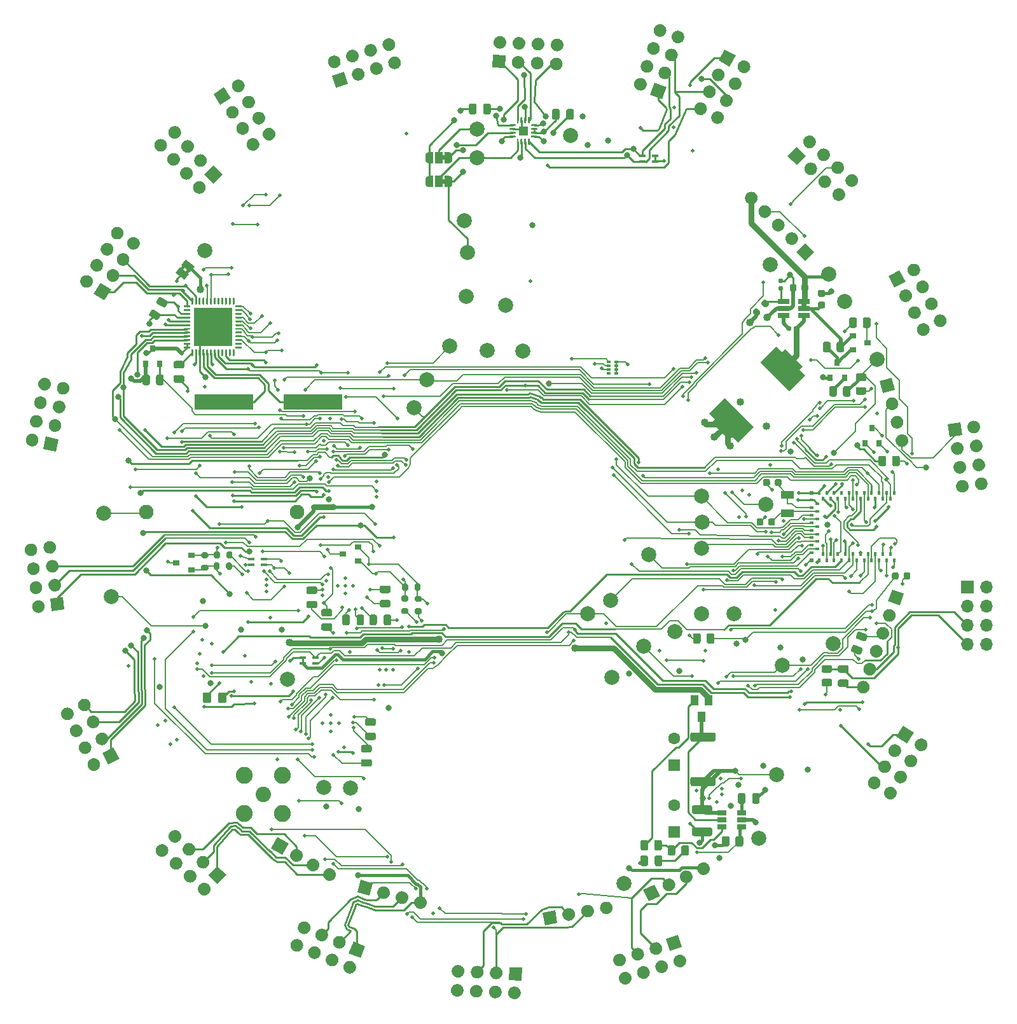
<source format=gbr>
G04 #@! TF.GenerationSoftware,KiCad,Pcbnew,(5.1.7)-1*
G04 #@! TF.CreationDate,2020-12-23T08:23:27-08:00*
G04 #@! TF.ProjectId,LCP_Controller,4c43505f-436f-46e7-9472-6f6c6c65722e,rev?*
G04 #@! TF.SameCoordinates,Original*
G04 #@! TF.FileFunction,Copper,L4,Bot*
G04 #@! TF.FilePolarity,Positive*
%FSLAX46Y46*%
G04 Gerber Fmt 4.6, Leading zero omitted, Abs format (unit mm)*
G04 Created by KiCad (PCBNEW (5.1.7)-1) date 2020-12-23 08:23:27*
%MOMM*%
%LPD*%
G01*
G04 APERTURE LIST*
G04 #@! TA.AperFunction,EtchedComponent*
%ADD10C,0.100000*%
G04 #@! TD*
G04 #@! TA.AperFunction,SMDPad,CuDef*
%ADD11R,0.400000X0.600000*%
G04 #@! TD*
G04 #@! TA.AperFunction,SMDPad,CuDef*
%ADD12R,0.600000X0.600000*%
G04 #@! TD*
G04 #@! TA.AperFunction,SMDPad,CuDef*
%ADD13R,0.600000X0.400000*%
G04 #@! TD*
G04 #@! TA.AperFunction,SMDPad,CuDef*
%ADD14C,0.100000*%
G04 #@! TD*
G04 #@! TA.AperFunction,SMDPad,CuDef*
%ADD15R,0.500000X0.400000*%
G04 #@! TD*
G04 #@! TA.AperFunction,SMDPad,CuDef*
%ADD16R,0.500000X0.300000*%
G04 #@! TD*
G04 #@! TA.AperFunction,ComponentPad*
%ADD17C,2.000000*%
G04 #@! TD*
G04 #@! TA.AperFunction,ComponentPad*
%ADD18C,1.948180*%
G04 #@! TD*
G04 #@! TA.AperFunction,ComponentPad*
%ADD19C,0.500000*%
G04 #@! TD*
G04 #@! TA.AperFunction,ComponentPad*
%ADD20C,1.600000*%
G04 #@! TD*
G04 #@! TA.AperFunction,ComponentPad*
%ADD21R,1.600000X1.600000*%
G04 #@! TD*
G04 #@! TA.AperFunction,ComponentPad*
%ADD22C,0.100000*%
G04 #@! TD*
G04 #@! TA.AperFunction,SMDPad,CuDef*
%ADD23R,7.875000X2.000000*%
G04 #@! TD*
G04 #@! TA.AperFunction,SMDPad,CuDef*
%ADD24R,1.800000X1.000000*%
G04 #@! TD*
G04 #@! TA.AperFunction,SMDPad,CuDef*
%ADD25R,5.150000X5.150000*%
G04 #@! TD*
G04 #@! TA.AperFunction,SMDPad,CuDef*
%ADD26R,1.220000X0.650000*%
G04 #@! TD*
G04 #@! TA.AperFunction,SMDPad,CuDef*
%ADD27R,1.560000X0.650000*%
G04 #@! TD*
G04 #@! TA.AperFunction,SMDPad,CuDef*
%ADD28R,1.230000X1.230000*%
G04 #@! TD*
G04 #@! TA.AperFunction,SMDPad,CuDef*
%ADD29R,0.900000X0.400000*%
G04 #@! TD*
G04 #@! TA.AperFunction,SMDPad,CuDef*
%ADD30R,0.900000X0.800000*%
G04 #@! TD*
G04 #@! TA.AperFunction,SMDPad,CuDef*
%ADD31R,0.800000X0.900000*%
G04 #@! TD*
G04 #@! TA.AperFunction,SMDPad,CuDef*
%ADD32R,1.000000X1.400000*%
G04 #@! TD*
G04 #@! TA.AperFunction,SMDPad,CuDef*
%ADD33R,1.000000X1.500000*%
G04 #@! TD*
G04 #@! TA.AperFunction,ComponentPad*
%ADD34O,1.700000X1.700000*%
G04 #@! TD*
G04 #@! TA.AperFunction,ComponentPad*
%ADD35R,1.700000X1.700000*%
G04 #@! TD*
G04 #@! TA.AperFunction,ComponentPad*
%ADD36C,2.250000*%
G04 #@! TD*
G04 #@! TA.AperFunction,ComponentPad*
%ADD37C,2.050000*%
G04 #@! TD*
G04 #@! TA.AperFunction,ViaPad*
%ADD38C,0.800000*%
G04 #@! TD*
G04 #@! TA.AperFunction,ViaPad*
%ADD39C,0.508000*%
G04 #@! TD*
G04 #@! TA.AperFunction,ViaPad*
%ADD40C,1.016000*%
G04 #@! TD*
G04 #@! TA.AperFunction,Conductor*
%ADD41C,0.508000*%
G04 #@! TD*
G04 #@! TA.AperFunction,Conductor*
%ADD42C,0.381000*%
G04 #@! TD*
G04 #@! TA.AperFunction,Conductor*
%ADD43C,0.250000*%
G04 #@! TD*
G04 #@! TA.AperFunction,Conductor*
%ADD44C,0.203200*%
G04 #@! TD*
G04 #@! TA.AperFunction,Conductor*
%ADD45C,0.152400*%
G04 #@! TD*
G04 #@! TA.AperFunction,Conductor*
%ADD46C,0.762000*%
G04 #@! TD*
G04 #@! TA.AperFunction,Conductor*
%ADD47C,0.635000*%
G04 #@! TD*
G04 #@! TA.AperFunction,Conductor*
%ADD48C,1.270000*%
G04 #@! TD*
G04 APERTURE END LIST*
D10*
G36*
X138627139Y-109601386D02*
G01*
X138931520Y-109204709D01*
X138614178Y-108961205D01*
X138309798Y-109357881D01*
X138627139Y-109601386D01*
G37*
G36*
X139261822Y-110088395D02*
G01*
X139566202Y-109691719D01*
X139248861Y-109448214D01*
X138944480Y-109844891D01*
X139261822Y-110088395D01*
G37*
G36*
X173620000Y-97490000D02*
G01*
X173120000Y-97490000D01*
X173120000Y-98090000D01*
X173620000Y-98090000D01*
X173620000Y-97490000D01*
G37*
G36*
X173620000Y-94315000D02*
G01*
X173120000Y-94315000D01*
X173120000Y-94915000D01*
X173620000Y-94915000D01*
X173620000Y-94315000D01*
G37*
D11*
X233324579Y-139218517D03*
X232824579Y-140018517D03*
X232324579Y-139218517D03*
X231824579Y-140018517D03*
X231324579Y-139218517D03*
X230824579Y-140018517D03*
X230324579Y-139218517D03*
X229824579Y-140018517D03*
X229324579Y-139218517D03*
X228824579Y-140018517D03*
X228324579Y-139218517D03*
X227824579Y-140018517D03*
X227324579Y-139218517D03*
X226824579Y-140018517D03*
X226324579Y-139218517D03*
X225824579Y-140018517D03*
X225324579Y-139218517D03*
X224824579Y-140018517D03*
X224324579Y-139218517D03*
X223824579Y-140018517D03*
X223324579Y-139218517D03*
D12*
X222324579Y-139218517D03*
D13*
X222324579Y-140218517D03*
X223124579Y-140718517D03*
X222324579Y-141218517D03*
X223124579Y-141718517D03*
X222324579Y-142218517D03*
X223124579Y-142718517D03*
X222324579Y-143218517D03*
X223124579Y-143718517D03*
X222324579Y-144218517D03*
X223124579Y-144718517D03*
X222324579Y-145218517D03*
X223124579Y-145718517D03*
X222324579Y-146218517D03*
X223124579Y-146718517D03*
X222324579Y-147218517D03*
D12*
X222324579Y-148218517D03*
D11*
X223324579Y-148218517D03*
X223824579Y-147418517D03*
X224324579Y-148218517D03*
X224824579Y-147418517D03*
X225324579Y-148218517D03*
X225824579Y-147418517D03*
X226324579Y-148218517D03*
X226824579Y-147418517D03*
X227324579Y-148218517D03*
X227824579Y-147418517D03*
X228324579Y-148218517D03*
X228824579Y-147418517D03*
X229324579Y-148218517D03*
X229824579Y-147418517D03*
X230324579Y-148218517D03*
X230824579Y-147418517D03*
X231324579Y-148218517D03*
X231824579Y-147418517D03*
X232324579Y-148218517D03*
X232824579Y-147418517D03*
X233324579Y-148218517D03*
G04 #@! TA.AperFunction,SMDPad,CuDef*
D14*
G36*
X219401979Y-125689376D02*
G01*
X219393335Y-125693996D01*
X219383955Y-125696842D01*
X219374201Y-125697802D01*
X219364447Y-125696842D01*
X219355067Y-125693996D01*
X219346423Y-125689376D01*
X219338846Y-125683158D01*
X215567138Y-121911450D01*
X215560920Y-121903873D01*
X215556300Y-121895229D01*
X215553454Y-121885849D01*
X215552494Y-121876095D01*
X215553454Y-121866341D01*
X215556300Y-121856961D01*
X215560920Y-121848317D01*
X215567138Y-121840740D01*
X217632597Y-119775281D01*
X217640174Y-119769062D01*
X217648818Y-119764442D01*
X217658199Y-119761597D01*
X217667952Y-119760637D01*
X217677706Y-119761597D01*
X217687087Y-119764442D01*
X217695730Y-119769062D01*
X217703308Y-119775281D01*
X218431274Y-120503247D01*
X218800030Y-120134491D01*
X218807608Y-120128273D01*
X218816251Y-120123652D01*
X218825632Y-120120807D01*
X218835386Y-120119847D01*
X218845139Y-120120807D01*
X218854520Y-120123652D01*
X218863164Y-120128273D01*
X218870741Y-120134491D01*
X221115805Y-122379555D01*
X221122023Y-122387132D01*
X221126644Y-122395776D01*
X221129489Y-122405157D01*
X221130449Y-122414910D01*
X221129489Y-122424664D01*
X221126644Y-122434045D01*
X221122023Y-122442688D01*
X221115805Y-122450266D01*
X220747049Y-122819022D01*
X221475015Y-123546988D01*
X221481234Y-123554566D01*
X221485854Y-123563209D01*
X221488699Y-123572590D01*
X221489659Y-123582344D01*
X221488699Y-123592097D01*
X221485854Y-123601478D01*
X221481234Y-123610122D01*
X221475015Y-123617699D01*
X219409556Y-125683158D01*
X219401979Y-125689376D01*
G37*
G04 #@! TD.AperFunction*
G04 #@! TA.AperFunction,SMDPad,CuDef*
G36*
X212576984Y-132514372D02*
G01*
X212568340Y-132518992D01*
X212558959Y-132521837D01*
X212549206Y-132522797D01*
X212539452Y-132521837D01*
X212530071Y-132518992D01*
X212521428Y-132514372D01*
X212513850Y-132508153D01*
X211785884Y-131780187D01*
X211417128Y-132148943D01*
X211409550Y-132155161D01*
X211400907Y-132159782D01*
X211391526Y-132162627D01*
X211381772Y-132163587D01*
X211372019Y-132162627D01*
X211362638Y-132159782D01*
X211353994Y-132155161D01*
X211346417Y-132148943D01*
X209101353Y-129903879D01*
X209095135Y-129896302D01*
X209090514Y-129887658D01*
X209087669Y-129878277D01*
X209086709Y-129868524D01*
X209087669Y-129858770D01*
X209090514Y-129849389D01*
X209095135Y-129840746D01*
X209101353Y-129833168D01*
X209470109Y-129464412D01*
X208742143Y-128736446D01*
X208735924Y-128728868D01*
X208731304Y-128720225D01*
X208728459Y-128710844D01*
X208727499Y-128701090D01*
X208728459Y-128691337D01*
X208731304Y-128681956D01*
X208735924Y-128673312D01*
X208742143Y-128665735D01*
X210762700Y-126645177D01*
X210770278Y-126638959D01*
X210778921Y-126634339D01*
X210788302Y-126631493D01*
X210798056Y-126630533D01*
X210807810Y-126631493D01*
X210817190Y-126634339D01*
X210825834Y-126638959D01*
X210833411Y-126645177D01*
X214605119Y-130416885D01*
X214611337Y-130424462D01*
X214615957Y-130433106D01*
X214618803Y-130442486D01*
X214619763Y-130452240D01*
X214618803Y-130461994D01*
X214615957Y-130471375D01*
X214611337Y-130480018D01*
X214605119Y-130487596D01*
X212584561Y-132508153D01*
X212576984Y-132514372D01*
G37*
G04 #@! TD.AperFunction*
D15*
X196342000Y-121801000D03*
D16*
X196342000Y-122301000D03*
D15*
X196342000Y-123301000D03*
D16*
X196342000Y-122801000D03*
D15*
X195342000Y-121801000D03*
D16*
X195342000Y-122801000D03*
X195342000Y-122301000D03*
D15*
X195342000Y-123301000D03*
D17*
X160934400Y-178574700D03*
X195580000Y-153543000D03*
D18*
X153787899Y-141813517D03*
X133790479Y-141813517D03*
D19*
X157178200Y-169936800D03*
X158278200Y-171036800D03*
X158278200Y-169936800D03*
X158278200Y-168836800D03*
X159378200Y-169936800D03*
D20*
X204059579Y-180858517D03*
D21*
X204059579Y-184358517D03*
G04 #@! TA.AperFunction,ComponentPad*
G36*
G01*
X149390258Y-91956119D02*
X149390258Y-91956119D01*
G75*
G02*
X149650436Y-90782531I716883J456705D01*
G01*
X149650436Y-90782531D01*
G75*
G02*
X150824024Y-91042709I456705J-716883D01*
G01*
X150824024Y-91042709D01*
G75*
G02*
X150563846Y-92216297I-716883J-456705D01*
G01*
X150563846Y-92216297D01*
G75*
G02*
X149390258Y-91956119I-456705J716883D01*
G01*
G37*
G04 #@! TD.AperFunction*
G04 #@! TA.AperFunction,ComponentPad*
G36*
G01*
X147248044Y-93320860D02*
X147248044Y-93320860D01*
G75*
G02*
X147508222Y-92147272I716883J456705D01*
G01*
X147508222Y-92147272D01*
G75*
G02*
X148681810Y-92407450I456705J-716883D01*
G01*
X148681810Y-92407450D01*
G75*
G02*
X148421632Y-93581038I-716883J-456705D01*
G01*
X148421632Y-93581038D01*
G75*
G02*
X147248044Y-93320860I-456705J716883D01*
G01*
G37*
G04 #@! TD.AperFunction*
G04 #@! TA.AperFunction,ComponentPad*
G36*
G01*
X148025517Y-89813905D02*
X148025517Y-89813905D01*
G75*
G02*
X148285695Y-88640317I716883J456705D01*
G01*
X148285695Y-88640317D01*
G75*
G02*
X149459283Y-88900495I456705J-716883D01*
G01*
X149459283Y-88900495D01*
G75*
G02*
X149199105Y-90074083I-716883J-456705D01*
G01*
X149199105Y-90074083D01*
G75*
G02*
X148025517Y-89813905I-456705J716883D01*
G01*
G37*
G04 #@! TD.AperFunction*
G04 #@! TA.AperFunction,ComponentPad*
G36*
G01*
X145883303Y-91178646D02*
X145883303Y-91178646D01*
G75*
G02*
X146143481Y-90005058I716883J456705D01*
G01*
X146143481Y-90005058D01*
G75*
G02*
X147317069Y-90265236I456705J-716883D01*
G01*
X147317069Y-90265236D01*
G75*
G02*
X147056891Y-91438824I-716883J-456705D01*
G01*
X147056891Y-91438824D01*
G75*
G02*
X145883303Y-91178646I-456705J716883D01*
G01*
G37*
G04 #@! TD.AperFunction*
G04 #@! TA.AperFunction,ComponentPad*
G36*
G01*
X146660776Y-87671690D02*
X146660776Y-87671690D01*
G75*
G02*
X146920954Y-86498102I716883J456705D01*
G01*
X146920954Y-86498102D01*
G75*
G02*
X148094542Y-86758280I456705J-716883D01*
G01*
X148094542Y-86758280D01*
G75*
G02*
X147834364Y-87931868I-716883J-456705D01*
G01*
X147834364Y-87931868D01*
G75*
G02*
X146660776Y-87671690I-456705J716883D01*
G01*
G37*
G04 #@! TD.AperFunction*
G04 #@! TA.AperFunction,ComponentPad*
G36*
G01*
X144518562Y-89036431D02*
X144518562Y-89036431D01*
G75*
G02*
X144778740Y-87862843I716883J456705D01*
G01*
X144778740Y-87862843D01*
G75*
G02*
X145952328Y-88123021I456705J-716883D01*
G01*
X145952328Y-88123021D01*
G75*
G02*
X145692150Y-89296609I-716883J-456705D01*
G01*
X145692150Y-89296609D01*
G75*
G02*
X144518562Y-89036431I-456705J716883D01*
G01*
G37*
G04 #@! TD.AperFunction*
G04 #@! TA.AperFunction,ComponentPad*
G36*
G01*
X145296035Y-85529476D02*
X145296035Y-85529476D01*
G75*
G02*
X145556213Y-84355888I716883J456705D01*
G01*
X145556213Y-84355888D01*
G75*
G02*
X146729801Y-84616066I456705J-716883D01*
G01*
X146729801Y-84616066D01*
G75*
G02*
X146469623Y-85789654I-716883J-456705D01*
G01*
X146469623Y-85789654D01*
G75*
G02*
X145296035Y-85529476I-456705J716883D01*
G01*
G37*
G04 #@! TD.AperFunction*
G04 #@! TA.AperFunction,ComponentPad*
D22*
G36*
X143610526Y-87611099D02*
G01*
X142697117Y-86177334D01*
X144130882Y-85263925D01*
X145044291Y-86697690D01*
X143610526Y-87611099D01*
G37*
G04 #@! TD.AperFunction*
D23*
X144081500Y-127127000D03*
X155956500Y-127127000D03*
D24*
X219138500Y-141986000D03*
X219138500Y-139486000D03*
D25*
X142621000Y-117157500D03*
G04 #@! TA.AperFunction,SMDPad,CuDef*
G36*
G01*
X139746000Y-120970000D02*
X139746000Y-120220000D01*
G75*
G02*
X139808500Y-120157500I62500J0D01*
G01*
X139933500Y-120157500D01*
G75*
G02*
X139996000Y-120220000I0J-62500D01*
G01*
X139996000Y-120970000D01*
G75*
G02*
X139933500Y-121032500I-62500J0D01*
G01*
X139808500Y-121032500D01*
G75*
G02*
X139746000Y-120970000I0J62500D01*
G01*
G37*
G04 #@! TD.AperFunction*
G04 #@! TA.AperFunction,SMDPad,CuDef*
G36*
G01*
X140246000Y-120970000D02*
X140246000Y-120220000D01*
G75*
G02*
X140308500Y-120157500I62500J0D01*
G01*
X140433500Y-120157500D01*
G75*
G02*
X140496000Y-120220000I0J-62500D01*
G01*
X140496000Y-120970000D01*
G75*
G02*
X140433500Y-121032500I-62500J0D01*
G01*
X140308500Y-121032500D01*
G75*
G02*
X140246000Y-120970000I0J62500D01*
G01*
G37*
G04 #@! TD.AperFunction*
G04 #@! TA.AperFunction,SMDPad,CuDef*
G36*
G01*
X140746000Y-120970000D02*
X140746000Y-120220000D01*
G75*
G02*
X140808500Y-120157500I62500J0D01*
G01*
X140933500Y-120157500D01*
G75*
G02*
X140996000Y-120220000I0J-62500D01*
G01*
X140996000Y-120970000D01*
G75*
G02*
X140933500Y-121032500I-62500J0D01*
G01*
X140808500Y-121032500D01*
G75*
G02*
X140746000Y-120970000I0J62500D01*
G01*
G37*
G04 #@! TD.AperFunction*
G04 #@! TA.AperFunction,SMDPad,CuDef*
G36*
G01*
X141246000Y-120970000D02*
X141246000Y-120220000D01*
G75*
G02*
X141308500Y-120157500I62500J0D01*
G01*
X141433500Y-120157500D01*
G75*
G02*
X141496000Y-120220000I0J-62500D01*
G01*
X141496000Y-120970000D01*
G75*
G02*
X141433500Y-121032500I-62500J0D01*
G01*
X141308500Y-121032500D01*
G75*
G02*
X141246000Y-120970000I0J62500D01*
G01*
G37*
G04 #@! TD.AperFunction*
G04 #@! TA.AperFunction,SMDPad,CuDef*
G36*
G01*
X141746000Y-120970000D02*
X141746000Y-120220000D01*
G75*
G02*
X141808500Y-120157500I62500J0D01*
G01*
X141933500Y-120157500D01*
G75*
G02*
X141996000Y-120220000I0J-62500D01*
G01*
X141996000Y-120970000D01*
G75*
G02*
X141933500Y-121032500I-62500J0D01*
G01*
X141808500Y-121032500D01*
G75*
G02*
X141746000Y-120970000I0J62500D01*
G01*
G37*
G04 #@! TD.AperFunction*
G04 #@! TA.AperFunction,SMDPad,CuDef*
G36*
G01*
X142246000Y-120970000D02*
X142246000Y-120220000D01*
G75*
G02*
X142308500Y-120157500I62500J0D01*
G01*
X142433500Y-120157500D01*
G75*
G02*
X142496000Y-120220000I0J-62500D01*
G01*
X142496000Y-120970000D01*
G75*
G02*
X142433500Y-121032500I-62500J0D01*
G01*
X142308500Y-121032500D01*
G75*
G02*
X142246000Y-120970000I0J62500D01*
G01*
G37*
G04 #@! TD.AperFunction*
G04 #@! TA.AperFunction,SMDPad,CuDef*
G36*
G01*
X142746000Y-120970000D02*
X142746000Y-120220000D01*
G75*
G02*
X142808500Y-120157500I62500J0D01*
G01*
X142933500Y-120157500D01*
G75*
G02*
X142996000Y-120220000I0J-62500D01*
G01*
X142996000Y-120970000D01*
G75*
G02*
X142933500Y-121032500I-62500J0D01*
G01*
X142808500Y-121032500D01*
G75*
G02*
X142746000Y-120970000I0J62500D01*
G01*
G37*
G04 #@! TD.AperFunction*
G04 #@! TA.AperFunction,SMDPad,CuDef*
G36*
G01*
X143246000Y-120970000D02*
X143246000Y-120220000D01*
G75*
G02*
X143308500Y-120157500I62500J0D01*
G01*
X143433500Y-120157500D01*
G75*
G02*
X143496000Y-120220000I0J-62500D01*
G01*
X143496000Y-120970000D01*
G75*
G02*
X143433500Y-121032500I-62500J0D01*
G01*
X143308500Y-121032500D01*
G75*
G02*
X143246000Y-120970000I0J62500D01*
G01*
G37*
G04 #@! TD.AperFunction*
G04 #@! TA.AperFunction,SMDPad,CuDef*
G36*
G01*
X143746000Y-120970000D02*
X143746000Y-120220000D01*
G75*
G02*
X143808500Y-120157500I62500J0D01*
G01*
X143933500Y-120157500D01*
G75*
G02*
X143996000Y-120220000I0J-62500D01*
G01*
X143996000Y-120970000D01*
G75*
G02*
X143933500Y-121032500I-62500J0D01*
G01*
X143808500Y-121032500D01*
G75*
G02*
X143746000Y-120970000I0J62500D01*
G01*
G37*
G04 #@! TD.AperFunction*
G04 #@! TA.AperFunction,SMDPad,CuDef*
G36*
G01*
X144246000Y-120970000D02*
X144246000Y-120220000D01*
G75*
G02*
X144308500Y-120157500I62500J0D01*
G01*
X144433500Y-120157500D01*
G75*
G02*
X144496000Y-120220000I0J-62500D01*
G01*
X144496000Y-120970000D01*
G75*
G02*
X144433500Y-121032500I-62500J0D01*
G01*
X144308500Y-121032500D01*
G75*
G02*
X144246000Y-120970000I0J62500D01*
G01*
G37*
G04 #@! TD.AperFunction*
G04 #@! TA.AperFunction,SMDPad,CuDef*
G36*
G01*
X144746000Y-120970000D02*
X144746000Y-120220000D01*
G75*
G02*
X144808500Y-120157500I62500J0D01*
G01*
X144933500Y-120157500D01*
G75*
G02*
X144996000Y-120220000I0J-62500D01*
G01*
X144996000Y-120970000D01*
G75*
G02*
X144933500Y-121032500I-62500J0D01*
G01*
X144808500Y-121032500D01*
G75*
G02*
X144746000Y-120970000I0J62500D01*
G01*
G37*
G04 #@! TD.AperFunction*
G04 #@! TA.AperFunction,SMDPad,CuDef*
G36*
G01*
X145246000Y-120970000D02*
X145246000Y-120220000D01*
G75*
G02*
X145308500Y-120157500I62500J0D01*
G01*
X145433500Y-120157500D01*
G75*
G02*
X145496000Y-120220000I0J-62500D01*
G01*
X145496000Y-120970000D01*
G75*
G02*
X145433500Y-121032500I-62500J0D01*
G01*
X145308500Y-121032500D01*
G75*
G02*
X145246000Y-120970000I0J62500D01*
G01*
G37*
G04 #@! TD.AperFunction*
G04 #@! TA.AperFunction,SMDPad,CuDef*
G36*
G01*
X145621000Y-119970000D02*
X145621000Y-119845000D01*
G75*
G02*
X145683500Y-119782500I62500J0D01*
G01*
X146433500Y-119782500D01*
G75*
G02*
X146496000Y-119845000I0J-62500D01*
G01*
X146496000Y-119970000D01*
G75*
G02*
X146433500Y-120032500I-62500J0D01*
G01*
X145683500Y-120032500D01*
G75*
G02*
X145621000Y-119970000I0J62500D01*
G01*
G37*
G04 #@! TD.AperFunction*
G04 #@! TA.AperFunction,SMDPad,CuDef*
G36*
G01*
X145621000Y-119470000D02*
X145621000Y-119345000D01*
G75*
G02*
X145683500Y-119282500I62500J0D01*
G01*
X146433500Y-119282500D01*
G75*
G02*
X146496000Y-119345000I0J-62500D01*
G01*
X146496000Y-119470000D01*
G75*
G02*
X146433500Y-119532500I-62500J0D01*
G01*
X145683500Y-119532500D01*
G75*
G02*
X145621000Y-119470000I0J62500D01*
G01*
G37*
G04 #@! TD.AperFunction*
G04 #@! TA.AperFunction,SMDPad,CuDef*
G36*
G01*
X145621000Y-118970000D02*
X145621000Y-118845000D01*
G75*
G02*
X145683500Y-118782500I62500J0D01*
G01*
X146433500Y-118782500D01*
G75*
G02*
X146496000Y-118845000I0J-62500D01*
G01*
X146496000Y-118970000D01*
G75*
G02*
X146433500Y-119032500I-62500J0D01*
G01*
X145683500Y-119032500D01*
G75*
G02*
X145621000Y-118970000I0J62500D01*
G01*
G37*
G04 #@! TD.AperFunction*
G04 #@! TA.AperFunction,SMDPad,CuDef*
G36*
G01*
X145621000Y-118470000D02*
X145621000Y-118345000D01*
G75*
G02*
X145683500Y-118282500I62500J0D01*
G01*
X146433500Y-118282500D01*
G75*
G02*
X146496000Y-118345000I0J-62500D01*
G01*
X146496000Y-118470000D01*
G75*
G02*
X146433500Y-118532500I-62500J0D01*
G01*
X145683500Y-118532500D01*
G75*
G02*
X145621000Y-118470000I0J62500D01*
G01*
G37*
G04 #@! TD.AperFunction*
G04 #@! TA.AperFunction,SMDPad,CuDef*
G36*
G01*
X145621000Y-117970000D02*
X145621000Y-117845000D01*
G75*
G02*
X145683500Y-117782500I62500J0D01*
G01*
X146433500Y-117782500D01*
G75*
G02*
X146496000Y-117845000I0J-62500D01*
G01*
X146496000Y-117970000D01*
G75*
G02*
X146433500Y-118032500I-62500J0D01*
G01*
X145683500Y-118032500D01*
G75*
G02*
X145621000Y-117970000I0J62500D01*
G01*
G37*
G04 #@! TD.AperFunction*
G04 #@! TA.AperFunction,SMDPad,CuDef*
G36*
G01*
X145621000Y-117470000D02*
X145621000Y-117345000D01*
G75*
G02*
X145683500Y-117282500I62500J0D01*
G01*
X146433500Y-117282500D01*
G75*
G02*
X146496000Y-117345000I0J-62500D01*
G01*
X146496000Y-117470000D01*
G75*
G02*
X146433500Y-117532500I-62500J0D01*
G01*
X145683500Y-117532500D01*
G75*
G02*
X145621000Y-117470000I0J62500D01*
G01*
G37*
G04 #@! TD.AperFunction*
G04 #@! TA.AperFunction,SMDPad,CuDef*
G36*
G01*
X145621000Y-116970000D02*
X145621000Y-116845000D01*
G75*
G02*
X145683500Y-116782500I62500J0D01*
G01*
X146433500Y-116782500D01*
G75*
G02*
X146496000Y-116845000I0J-62500D01*
G01*
X146496000Y-116970000D01*
G75*
G02*
X146433500Y-117032500I-62500J0D01*
G01*
X145683500Y-117032500D01*
G75*
G02*
X145621000Y-116970000I0J62500D01*
G01*
G37*
G04 #@! TD.AperFunction*
G04 #@! TA.AperFunction,SMDPad,CuDef*
G36*
G01*
X145621000Y-116470000D02*
X145621000Y-116345000D01*
G75*
G02*
X145683500Y-116282500I62500J0D01*
G01*
X146433500Y-116282500D01*
G75*
G02*
X146496000Y-116345000I0J-62500D01*
G01*
X146496000Y-116470000D01*
G75*
G02*
X146433500Y-116532500I-62500J0D01*
G01*
X145683500Y-116532500D01*
G75*
G02*
X145621000Y-116470000I0J62500D01*
G01*
G37*
G04 #@! TD.AperFunction*
G04 #@! TA.AperFunction,SMDPad,CuDef*
G36*
G01*
X145621000Y-115970000D02*
X145621000Y-115845000D01*
G75*
G02*
X145683500Y-115782500I62500J0D01*
G01*
X146433500Y-115782500D01*
G75*
G02*
X146496000Y-115845000I0J-62500D01*
G01*
X146496000Y-115970000D01*
G75*
G02*
X146433500Y-116032500I-62500J0D01*
G01*
X145683500Y-116032500D01*
G75*
G02*
X145621000Y-115970000I0J62500D01*
G01*
G37*
G04 #@! TD.AperFunction*
G04 #@! TA.AperFunction,SMDPad,CuDef*
G36*
G01*
X145621000Y-115470000D02*
X145621000Y-115345000D01*
G75*
G02*
X145683500Y-115282500I62500J0D01*
G01*
X146433500Y-115282500D01*
G75*
G02*
X146496000Y-115345000I0J-62500D01*
G01*
X146496000Y-115470000D01*
G75*
G02*
X146433500Y-115532500I-62500J0D01*
G01*
X145683500Y-115532500D01*
G75*
G02*
X145621000Y-115470000I0J62500D01*
G01*
G37*
G04 #@! TD.AperFunction*
G04 #@! TA.AperFunction,SMDPad,CuDef*
G36*
G01*
X145621000Y-114970000D02*
X145621000Y-114845000D01*
G75*
G02*
X145683500Y-114782500I62500J0D01*
G01*
X146433500Y-114782500D01*
G75*
G02*
X146496000Y-114845000I0J-62500D01*
G01*
X146496000Y-114970000D01*
G75*
G02*
X146433500Y-115032500I-62500J0D01*
G01*
X145683500Y-115032500D01*
G75*
G02*
X145621000Y-114970000I0J62500D01*
G01*
G37*
G04 #@! TD.AperFunction*
G04 #@! TA.AperFunction,SMDPad,CuDef*
G36*
G01*
X145621000Y-114470000D02*
X145621000Y-114345000D01*
G75*
G02*
X145683500Y-114282500I62500J0D01*
G01*
X146433500Y-114282500D01*
G75*
G02*
X146496000Y-114345000I0J-62500D01*
G01*
X146496000Y-114470000D01*
G75*
G02*
X146433500Y-114532500I-62500J0D01*
G01*
X145683500Y-114532500D01*
G75*
G02*
X145621000Y-114470000I0J62500D01*
G01*
G37*
G04 #@! TD.AperFunction*
G04 #@! TA.AperFunction,SMDPad,CuDef*
G36*
G01*
X145246000Y-114095000D02*
X145246000Y-113345000D01*
G75*
G02*
X145308500Y-113282500I62500J0D01*
G01*
X145433500Y-113282500D01*
G75*
G02*
X145496000Y-113345000I0J-62500D01*
G01*
X145496000Y-114095000D01*
G75*
G02*
X145433500Y-114157500I-62500J0D01*
G01*
X145308500Y-114157500D01*
G75*
G02*
X145246000Y-114095000I0J62500D01*
G01*
G37*
G04 #@! TD.AperFunction*
G04 #@! TA.AperFunction,SMDPad,CuDef*
G36*
G01*
X144746000Y-114095000D02*
X144746000Y-113345000D01*
G75*
G02*
X144808500Y-113282500I62500J0D01*
G01*
X144933500Y-113282500D01*
G75*
G02*
X144996000Y-113345000I0J-62500D01*
G01*
X144996000Y-114095000D01*
G75*
G02*
X144933500Y-114157500I-62500J0D01*
G01*
X144808500Y-114157500D01*
G75*
G02*
X144746000Y-114095000I0J62500D01*
G01*
G37*
G04 #@! TD.AperFunction*
G04 #@! TA.AperFunction,SMDPad,CuDef*
G36*
G01*
X144246000Y-114095000D02*
X144246000Y-113345000D01*
G75*
G02*
X144308500Y-113282500I62500J0D01*
G01*
X144433500Y-113282500D01*
G75*
G02*
X144496000Y-113345000I0J-62500D01*
G01*
X144496000Y-114095000D01*
G75*
G02*
X144433500Y-114157500I-62500J0D01*
G01*
X144308500Y-114157500D01*
G75*
G02*
X144246000Y-114095000I0J62500D01*
G01*
G37*
G04 #@! TD.AperFunction*
G04 #@! TA.AperFunction,SMDPad,CuDef*
G36*
G01*
X143746000Y-114095000D02*
X143746000Y-113345000D01*
G75*
G02*
X143808500Y-113282500I62500J0D01*
G01*
X143933500Y-113282500D01*
G75*
G02*
X143996000Y-113345000I0J-62500D01*
G01*
X143996000Y-114095000D01*
G75*
G02*
X143933500Y-114157500I-62500J0D01*
G01*
X143808500Y-114157500D01*
G75*
G02*
X143746000Y-114095000I0J62500D01*
G01*
G37*
G04 #@! TD.AperFunction*
G04 #@! TA.AperFunction,SMDPad,CuDef*
G36*
G01*
X143246000Y-114095000D02*
X143246000Y-113345000D01*
G75*
G02*
X143308500Y-113282500I62500J0D01*
G01*
X143433500Y-113282500D01*
G75*
G02*
X143496000Y-113345000I0J-62500D01*
G01*
X143496000Y-114095000D01*
G75*
G02*
X143433500Y-114157500I-62500J0D01*
G01*
X143308500Y-114157500D01*
G75*
G02*
X143246000Y-114095000I0J62500D01*
G01*
G37*
G04 #@! TD.AperFunction*
G04 #@! TA.AperFunction,SMDPad,CuDef*
G36*
G01*
X142746000Y-114095000D02*
X142746000Y-113345000D01*
G75*
G02*
X142808500Y-113282500I62500J0D01*
G01*
X142933500Y-113282500D01*
G75*
G02*
X142996000Y-113345000I0J-62500D01*
G01*
X142996000Y-114095000D01*
G75*
G02*
X142933500Y-114157500I-62500J0D01*
G01*
X142808500Y-114157500D01*
G75*
G02*
X142746000Y-114095000I0J62500D01*
G01*
G37*
G04 #@! TD.AperFunction*
G04 #@! TA.AperFunction,SMDPad,CuDef*
G36*
G01*
X142246000Y-114095000D02*
X142246000Y-113345000D01*
G75*
G02*
X142308500Y-113282500I62500J0D01*
G01*
X142433500Y-113282500D01*
G75*
G02*
X142496000Y-113345000I0J-62500D01*
G01*
X142496000Y-114095000D01*
G75*
G02*
X142433500Y-114157500I-62500J0D01*
G01*
X142308500Y-114157500D01*
G75*
G02*
X142246000Y-114095000I0J62500D01*
G01*
G37*
G04 #@! TD.AperFunction*
G04 #@! TA.AperFunction,SMDPad,CuDef*
G36*
G01*
X141746000Y-114095000D02*
X141746000Y-113345000D01*
G75*
G02*
X141808500Y-113282500I62500J0D01*
G01*
X141933500Y-113282500D01*
G75*
G02*
X141996000Y-113345000I0J-62500D01*
G01*
X141996000Y-114095000D01*
G75*
G02*
X141933500Y-114157500I-62500J0D01*
G01*
X141808500Y-114157500D01*
G75*
G02*
X141746000Y-114095000I0J62500D01*
G01*
G37*
G04 #@! TD.AperFunction*
G04 #@! TA.AperFunction,SMDPad,CuDef*
G36*
G01*
X141246000Y-114095000D02*
X141246000Y-113345000D01*
G75*
G02*
X141308500Y-113282500I62500J0D01*
G01*
X141433500Y-113282500D01*
G75*
G02*
X141496000Y-113345000I0J-62500D01*
G01*
X141496000Y-114095000D01*
G75*
G02*
X141433500Y-114157500I-62500J0D01*
G01*
X141308500Y-114157500D01*
G75*
G02*
X141246000Y-114095000I0J62500D01*
G01*
G37*
G04 #@! TD.AperFunction*
G04 #@! TA.AperFunction,SMDPad,CuDef*
G36*
G01*
X140746000Y-114095000D02*
X140746000Y-113345000D01*
G75*
G02*
X140808500Y-113282500I62500J0D01*
G01*
X140933500Y-113282500D01*
G75*
G02*
X140996000Y-113345000I0J-62500D01*
G01*
X140996000Y-114095000D01*
G75*
G02*
X140933500Y-114157500I-62500J0D01*
G01*
X140808500Y-114157500D01*
G75*
G02*
X140746000Y-114095000I0J62500D01*
G01*
G37*
G04 #@! TD.AperFunction*
G04 #@! TA.AperFunction,SMDPad,CuDef*
G36*
G01*
X140246000Y-114095000D02*
X140246000Y-113345000D01*
G75*
G02*
X140308500Y-113282500I62500J0D01*
G01*
X140433500Y-113282500D01*
G75*
G02*
X140496000Y-113345000I0J-62500D01*
G01*
X140496000Y-114095000D01*
G75*
G02*
X140433500Y-114157500I-62500J0D01*
G01*
X140308500Y-114157500D01*
G75*
G02*
X140246000Y-114095000I0J62500D01*
G01*
G37*
G04 #@! TD.AperFunction*
G04 #@! TA.AperFunction,SMDPad,CuDef*
G36*
G01*
X139746000Y-114095000D02*
X139746000Y-113345000D01*
G75*
G02*
X139808500Y-113282500I62500J0D01*
G01*
X139933500Y-113282500D01*
G75*
G02*
X139996000Y-113345000I0J-62500D01*
G01*
X139996000Y-114095000D01*
G75*
G02*
X139933500Y-114157500I-62500J0D01*
G01*
X139808500Y-114157500D01*
G75*
G02*
X139746000Y-114095000I0J62500D01*
G01*
G37*
G04 #@! TD.AperFunction*
G04 #@! TA.AperFunction,SMDPad,CuDef*
G36*
G01*
X138746000Y-114470000D02*
X138746000Y-114345000D01*
G75*
G02*
X138808500Y-114282500I62500J0D01*
G01*
X139558500Y-114282500D01*
G75*
G02*
X139621000Y-114345000I0J-62500D01*
G01*
X139621000Y-114470000D01*
G75*
G02*
X139558500Y-114532500I-62500J0D01*
G01*
X138808500Y-114532500D01*
G75*
G02*
X138746000Y-114470000I0J62500D01*
G01*
G37*
G04 #@! TD.AperFunction*
G04 #@! TA.AperFunction,SMDPad,CuDef*
G36*
G01*
X138746000Y-114970000D02*
X138746000Y-114845000D01*
G75*
G02*
X138808500Y-114782500I62500J0D01*
G01*
X139558500Y-114782500D01*
G75*
G02*
X139621000Y-114845000I0J-62500D01*
G01*
X139621000Y-114970000D01*
G75*
G02*
X139558500Y-115032500I-62500J0D01*
G01*
X138808500Y-115032500D01*
G75*
G02*
X138746000Y-114970000I0J62500D01*
G01*
G37*
G04 #@! TD.AperFunction*
G04 #@! TA.AperFunction,SMDPad,CuDef*
G36*
G01*
X138746000Y-115470000D02*
X138746000Y-115345000D01*
G75*
G02*
X138808500Y-115282500I62500J0D01*
G01*
X139558500Y-115282500D01*
G75*
G02*
X139621000Y-115345000I0J-62500D01*
G01*
X139621000Y-115470000D01*
G75*
G02*
X139558500Y-115532500I-62500J0D01*
G01*
X138808500Y-115532500D01*
G75*
G02*
X138746000Y-115470000I0J62500D01*
G01*
G37*
G04 #@! TD.AperFunction*
G04 #@! TA.AperFunction,SMDPad,CuDef*
G36*
G01*
X138746000Y-115970000D02*
X138746000Y-115845000D01*
G75*
G02*
X138808500Y-115782500I62500J0D01*
G01*
X139558500Y-115782500D01*
G75*
G02*
X139621000Y-115845000I0J-62500D01*
G01*
X139621000Y-115970000D01*
G75*
G02*
X139558500Y-116032500I-62500J0D01*
G01*
X138808500Y-116032500D01*
G75*
G02*
X138746000Y-115970000I0J62500D01*
G01*
G37*
G04 #@! TD.AperFunction*
G04 #@! TA.AperFunction,SMDPad,CuDef*
G36*
G01*
X138746000Y-116470000D02*
X138746000Y-116345000D01*
G75*
G02*
X138808500Y-116282500I62500J0D01*
G01*
X139558500Y-116282500D01*
G75*
G02*
X139621000Y-116345000I0J-62500D01*
G01*
X139621000Y-116470000D01*
G75*
G02*
X139558500Y-116532500I-62500J0D01*
G01*
X138808500Y-116532500D01*
G75*
G02*
X138746000Y-116470000I0J62500D01*
G01*
G37*
G04 #@! TD.AperFunction*
G04 #@! TA.AperFunction,SMDPad,CuDef*
G36*
G01*
X138746000Y-116970000D02*
X138746000Y-116845000D01*
G75*
G02*
X138808500Y-116782500I62500J0D01*
G01*
X139558500Y-116782500D01*
G75*
G02*
X139621000Y-116845000I0J-62500D01*
G01*
X139621000Y-116970000D01*
G75*
G02*
X139558500Y-117032500I-62500J0D01*
G01*
X138808500Y-117032500D01*
G75*
G02*
X138746000Y-116970000I0J62500D01*
G01*
G37*
G04 #@! TD.AperFunction*
G04 #@! TA.AperFunction,SMDPad,CuDef*
G36*
G01*
X138746000Y-117470000D02*
X138746000Y-117345000D01*
G75*
G02*
X138808500Y-117282500I62500J0D01*
G01*
X139558500Y-117282500D01*
G75*
G02*
X139621000Y-117345000I0J-62500D01*
G01*
X139621000Y-117470000D01*
G75*
G02*
X139558500Y-117532500I-62500J0D01*
G01*
X138808500Y-117532500D01*
G75*
G02*
X138746000Y-117470000I0J62500D01*
G01*
G37*
G04 #@! TD.AperFunction*
G04 #@! TA.AperFunction,SMDPad,CuDef*
G36*
G01*
X138746000Y-117970000D02*
X138746000Y-117845000D01*
G75*
G02*
X138808500Y-117782500I62500J0D01*
G01*
X139558500Y-117782500D01*
G75*
G02*
X139621000Y-117845000I0J-62500D01*
G01*
X139621000Y-117970000D01*
G75*
G02*
X139558500Y-118032500I-62500J0D01*
G01*
X138808500Y-118032500D01*
G75*
G02*
X138746000Y-117970000I0J62500D01*
G01*
G37*
G04 #@! TD.AperFunction*
G04 #@! TA.AperFunction,SMDPad,CuDef*
G36*
G01*
X138746000Y-118470000D02*
X138746000Y-118345000D01*
G75*
G02*
X138808500Y-118282500I62500J0D01*
G01*
X139558500Y-118282500D01*
G75*
G02*
X139621000Y-118345000I0J-62500D01*
G01*
X139621000Y-118470000D01*
G75*
G02*
X139558500Y-118532500I-62500J0D01*
G01*
X138808500Y-118532500D01*
G75*
G02*
X138746000Y-118470000I0J62500D01*
G01*
G37*
G04 #@! TD.AperFunction*
G04 #@! TA.AperFunction,SMDPad,CuDef*
G36*
G01*
X138746000Y-118970000D02*
X138746000Y-118845000D01*
G75*
G02*
X138808500Y-118782500I62500J0D01*
G01*
X139558500Y-118782500D01*
G75*
G02*
X139621000Y-118845000I0J-62500D01*
G01*
X139621000Y-118970000D01*
G75*
G02*
X139558500Y-119032500I-62500J0D01*
G01*
X138808500Y-119032500D01*
G75*
G02*
X138746000Y-118970000I0J62500D01*
G01*
G37*
G04 #@! TD.AperFunction*
G04 #@! TA.AperFunction,SMDPad,CuDef*
G36*
G01*
X138746000Y-119470000D02*
X138746000Y-119345000D01*
G75*
G02*
X138808500Y-119282500I62500J0D01*
G01*
X139558500Y-119282500D01*
G75*
G02*
X139621000Y-119345000I0J-62500D01*
G01*
X139621000Y-119470000D01*
G75*
G02*
X139558500Y-119532500I-62500J0D01*
G01*
X138808500Y-119532500D01*
G75*
G02*
X138746000Y-119470000I0J62500D01*
G01*
G37*
G04 #@! TD.AperFunction*
G04 #@! TA.AperFunction,SMDPad,CuDef*
G36*
G01*
X138746000Y-119970000D02*
X138746000Y-119845000D01*
G75*
G02*
X138808500Y-119782500I62500J0D01*
G01*
X139558500Y-119782500D01*
G75*
G02*
X139621000Y-119845000I0J-62500D01*
G01*
X139621000Y-119970000D01*
G75*
G02*
X139558500Y-120032500I-62500J0D01*
G01*
X138808500Y-120032500D01*
G75*
G02*
X138746000Y-119970000I0J62500D01*
G01*
G37*
G04 #@! TD.AperFunction*
D26*
X210409579Y-181823517D03*
X210409579Y-182773517D03*
X210409579Y-183723517D03*
X213029579Y-183723517D03*
X213029579Y-182773517D03*
X213029579Y-181823517D03*
D27*
X221288600Y-114681000D03*
X221288600Y-115631000D03*
X221288600Y-113731000D03*
X218588600Y-113731000D03*
X218588600Y-114681000D03*
X218588600Y-115631000D03*
D28*
X183959500Y-91059000D03*
G04 #@! TA.AperFunction,SMDPad,CuDef*
G36*
G01*
X183084500Y-92846500D02*
X183084500Y-92146500D01*
G75*
G02*
X183147000Y-92084000I62500J0D01*
G01*
X183272000Y-92084000D01*
G75*
G02*
X183334500Y-92146500I0J-62500D01*
G01*
X183334500Y-92846500D01*
G75*
G02*
X183272000Y-92909000I-62500J0D01*
G01*
X183147000Y-92909000D01*
G75*
G02*
X183084500Y-92846500I0J62500D01*
G01*
G37*
G04 #@! TD.AperFunction*
G04 #@! TA.AperFunction,SMDPad,CuDef*
G36*
G01*
X183584500Y-92846500D02*
X183584500Y-92146500D01*
G75*
G02*
X183647000Y-92084000I62500J0D01*
G01*
X183772000Y-92084000D01*
G75*
G02*
X183834500Y-92146500I0J-62500D01*
G01*
X183834500Y-92846500D01*
G75*
G02*
X183772000Y-92909000I-62500J0D01*
G01*
X183647000Y-92909000D01*
G75*
G02*
X183584500Y-92846500I0J62500D01*
G01*
G37*
G04 #@! TD.AperFunction*
G04 #@! TA.AperFunction,SMDPad,CuDef*
G36*
G01*
X184084500Y-92846500D02*
X184084500Y-92146500D01*
G75*
G02*
X184147000Y-92084000I62500J0D01*
G01*
X184272000Y-92084000D01*
G75*
G02*
X184334500Y-92146500I0J-62500D01*
G01*
X184334500Y-92846500D01*
G75*
G02*
X184272000Y-92909000I-62500J0D01*
G01*
X184147000Y-92909000D01*
G75*
G02*
X184084500Y-92846500I0J62500D01*
G01*
G37*
G04 #@! TD.AperFunction*
G04 #@! TA.AperFunction,SMDPad,CuDef*
G36*
G01*
X184584500Y-92846500D02*
X184584500Y-92146500D01*
G75*
G02*
X184647000Y-92084000I62500J0D01*
G01*
X184772000Y-92084000D01*
G75*
G02*
X184834500Y-92146500I0J-62500D01*
G01*
X184834500Y-92846500D01*
G75*
G02*
X184772000Y-92909000I-62500J0D01*
G01*
X184647000Y-92909000D01*
G75*
G02*
X184584500Y-92846500I0J62500D01*
G01*
G37*
G04 #@! TD.AperFunction*
G04 #@! TA.AperFunction,SMDPad,CuDef*
G36*
G01*
X184984500Y-91871500D02*
X184984500Y-91746500D01*
G75*
G02*
X185047000Y-91684000I62500J0D01*
G01*
X185747000Y-91684000D01*
G75*
G02*
X185809500Y-91746500I0J-62500D01*
G01*
X185809500Y-91871500D01*
G75*
G02*
X185747000Y-91934000I-62500J0D01*
G01*
X185047000Y-91934000D01*
G75*
G02*
X184984500Y-91871500I0J62500D01*
G01*
G37*
G04 #@! TD.AperFunction*
G04 #@! TA.AperFunction,SMDPad,CuDef*
G36*
G01*
X184984500Y-91371500D02*
X184984500Y-91246500D01*
G75*
G02*
X185047000Y-91184000I62500J0D01*
G01*
X185747000Y-91184000D01*
G75*
G02*
X185809500Y-91246500I0J-62500D01*
G01*
X185809500Y-91371500D01*
G75*
G02*
X185747000Y-91434000I-62500J0D01*
G01*
X185047000Y-91434000D01*
G75*
G02*
X184984500Y-91371500I0J62500D01*
G01*
G37*
G04 #@! TD.AperFunction*
G04 #@! TA.AperFunction,SMDPad,CuDef*
G36*
G01*
X184984500Y-90871500D02*
X184984500Y-90746500D01*
G75*
G02*
X185047000Y-90684000I62500J0D01*
G01*
X185747000Y-90684000D01*
G75*
G02*
X185809500Y-90746500I0J-62500D01*
G01*
X185809500Y-90871500D01*
G75*
G02*
X185747000Y-90934000I-62500J0D01*
G01*
X185047000Y-90934000D01*
G75*
G02*
X184984500Y-90871500I0J62500D01*
G01*
G37*
G04 #@! TD.AperFunction*
G04 #@! TA.AperFunction,SMDPad,CuDef*
G36*
G01*
X184984500Y-90371500D02*
X184984500Y-90246500D01*
G75*
G02*
X185047000Y-90184000I62500J0D01*
G01*
X185747000Y-90184000D01*
G75*
G02*
X185809500Y-90246500I0J-62500D01*
G01*
X185809500Y-90371500D01*
G75*
G02*
X185747000Y-90434000I-62500J0D01*
G01*
X185047000Y-90434000D01*
G75*
G02*
X184984500Y-90371500I0J62500D01*
G01*
G37*
G04 #@! TD.AperFunction*
G04 #@! TA.AperFunction,SMDPad,CuDef*
G36*
G01*
X184584500Y-89971500D02*
X184584500Y-89271500D01*
G75*
G02*
X184647000Y-89209000I62500J0D01*
G01*
X184772000Y-89209000D01*
G75*
G02*
X184834500Y-89271500I0J-62500D01*
G01*
X184834500Y-89971500D01*
G75*
G02*
X184772000Y-90034000I-62500J0D01*
G01*
X184647000Y-90034000D01*
G75*
G02*
X184584500Y-89971500I0J62500D01*
G01*
G37*
G04 #@! TD.AperFunction*
G04 #@! TA.AperFunction,SMDPad,CuDef*
G36*
G01*
X184084500Y-89971500D02*
X184084500Y-89271500D01*
G75*
G02*
X184147000Y-89209000I62500J0D01*
G01*
X184272000Y-89209000D01*
G75*
G02*
X184334500Y-89271500I0J-62500D01*
G01*
X184334500Y-89971500D01*
G75*
G02*
X184272000Y-90034000I-62500J0D01*
G01*
X184147000Y-90034000D01*
G75*
G02*
X184084500Y-89971500I0J62500D01*
G01*
G37*
G04 #@! TD.AperFunction*
G04 #@! TA.AperFunction,SMDPad,CuDef*
G36*
G01*
X183584500Y-89971500D02*
X183584500Y-89271500D01*
G75*
G02*
X183647000Y-89209000I62500J0D01*
G01*
X183772000Y-89209000D01*
G75*
G02*
X183834500Y-89271500I0J-62500D01*
G01*
X183834500Y-89971500D01*
G75*
G02*
X183772000Y-90034000I-62500J0D01*
G01*
X183647000Y-90034000D01*
G75*
G02*
X183584500Y-89971500I0J62500D01*
G01*
G37*
G04 #@! TD.AperFunction*
G04 #@! TA.AperFunction,SMDPad,CuDef*
G36*
G01*
X183084500Y-89971500D02*
X183084500Y-89271500D01*
G75*
G02*
X183147000Y-89209000I62500J0D01*
G01*
X183272000Y-89209000D01*
G75*
G02*
X183334500Y-89271500I0J-62500D01*
G01*
X183334500Y-89971500D01*
G75*
G02*
X183272000Y-90034000I-62500J0D01*
G01*
X183147000Y-90034000D01*
G75*
G02*
X183084500Y-89971500I0J62500D01*
G01*
G37*
G04 #@! TD.AperFunction*
G04 #@! TA.AperFunction,SMDPad,CuDef*
G36*
G01*
X182109500Y-90371500D02*
X182109500Y-90246500D01*
G75*
G02*
X182172000Y-90184000I62500J0D01*
G01*
X182872000Y-90184000D01*
G75*
G02*
X182934500Y-90246500I0J-62500D01*
G01*
X182934500Y-90371500D01*
G75*
G02*
X182872000Y-90434000I-62500J0D01*
G01*
X182172000Y-90434000D01*
G75*
G02*
X182109500Y-90371500I0J62500D01*
G01*
G37*
G04 #@! TD.AperFunction*
G04 #@! TA.AperFunction,SMDPad,CuDef*
G36*
G01*
X182109500Y-90871500D02*
X182109500Y-90746500D01*
G75*
G02*
X182172000Y-90684000I62500J0D01*
G01*
X182872000Y-90684000D01*
G75*
G02*
X182934500Y-90746500I0J-62500D01*
G01*
X182934500Y-90871500D01*
G75*
G02*
X182872000Y-90934000I-62500J0D01*
G01*
X182172000Y-90934000D01*
G75*
G02*
X182109500Y-90871500I0J62500D01*
G01*
G37*
G04 #@! TD.AperFunction*
G04 #@! TA.AperFunction,SMDPad,CuDef*
G36*
G01*
X182109500Y-91371500D02*
X182109500Y-91246500D01*
G75*
G02*
X182172000Y-91184000I62500J0D01*
G01*
X182872000Y-91184000D01*
G75*
G02*
X182934500Y-91246500I0J-62500D01*
G01*
X182934500Y-91371500D01*
G75*
G02*
X182872000Y-91434000I-62500J0D01*
G01*
X182172000Y-91434000D01*
G75*
G02*
X182109500Y-91371500I0J62500D01*
G01*
G37*
G04 #@! TD.AperFunction*
G04 #@! TA.AperFunction,SMDPad,CuDef*
G36*
G01*
X182109500Y-91871500D02*
X182109500Y-91746500D01*
G75*
G02*
X182172000Y-91684000I62500J0D01*
G01*
X182872000Y-91684000D01*
G75*
G02*
X182934500Y-91746500I0J-62500D01*
G01*
X182934500Y-91871500D01*
G75*
G02*
X182872000Y-91934000I-62500J0D01*
G01*
X182172000Y-91934000D01*
G75*
G02*
X182109500Y-91871500I0J62500D01*
G01*
G37*
G04 #@! TD.AperFunction*
D17*
X128079500Y-141922500D03*
X141566900Y-106959400D03*
X171094400Y-124206000D03*
X174142400Y-119710200D03*
X129095500Y-153035000D03*
X195707000Y-163830000D03*
X211963000Y-155321000D03*
X157403800Y-178485800D03*
X192557400Y-155371800D03*
X197358000Y-191236600D03*
X215290400Y-185216800D03*
X199999600Y-159689800D03*
X200660000Y-147472400D03*
X217678000Y-176720500D03*
X207645000Y-155321000D03*
X225171000Y-159321500D03*
X218414600Y-162153600D03*
X176326800Y-113055400D03*
X226758500Y-113728500D03*
X231013000Y-121475500D03*
X190246000Y-91694000D03*
X216789000Y-108839000D03*
X176479200Y-107238800D03*
X179146200Y-120294400D03*
X176072800Y-103022400D03*
X177800000Y-94615000D03*
X177800000Y-90805000D03*
X204152500Y-157734000D03*
X169367200Y-127914400D03*
X183896000Y-120396000D03*
X152527000Y-164020500D03*
X216204800Y-140766800D03*
X224612200Y-110109000D03*
X181610000Y-114300000D03*
X207645000Y-146621500D03*
X207733900Y-143154400D03*
X207645000Y-139700000D03*
D29*
X156273500Y-161963000D03*
X156273500Y-161163000D03*
X154573500Y-161163000D03*
X154573500Y-161963000D03*
X149428200Y-148856600D03*
X149428200Y-148056600D03*
X147728200Y-148056600D03*
X147728200Y-148856600D03*
X199810000Y-94342000D03*
X199810000Y-95142000D03*
X201510000Y-95142000D03*
X201510000Y-94342000D03*
G04 #@! TA.AperFunction,SMDPad,CuDef*
G36*
G01*
X208362500Y-159073002D02*
X208362500Y-158172998D01*
G75*
G02*
X208612498Y-157923000I249998J0D01*
G01*
X209137502Y-157923000D01*
G75*
G02*
X209387500Y-158172998I0J-249998D01*
G01*
X209387500Y-159073002D01*
G75*
G02*
X209137502Y-159323000I-249998J0D01*
G01*
X208612498Y-159323000D01*
G75*
G02*
X208362500Y-159073002I0J249998D01*
G01*
G37*
G04 #@! TD.AperFunction*
G04 #@! TA.AperFunction,SMDPad,CuDef*
G36*
G01*
X206537500Y-159073002D02*
X206537500Y-158172998D01*
G75*
G02*
X206787498Y-157923000I249998J0D01*
G01*
X207312502Y-157923000D01*
G75*
G02*
X207562500Y-158172998I0J-249998D01*
G01*
X207562500Y-159073002D01*
G75*
G02*
X207312502Y-159323000I-249998J0D01*
G01*
X206787498Y-159323000D01*
G75*
G02*
X206537500Y-159073002I0J249998D01*
G01*
G37*
G04 #@! TD.AperFunction*
G04 #@! TA.AperFunction,SMDPad,CuDef*
G36*
G01*
X233040500Y-135451002D02*
X233040500Y-134550998D01*
G75*
G02*
X233290498Y-134301000I249998J0D01*
G01*
X233815502Y-134301000D01*
G75*
G02*
X234065500Y-134550998I0J-249998D01*
G01*
X234065500Y-135451002D01*
G75*
G02*
X233815502Y-135701000I-249998J0D01*
G01*
X233290498Y-135701000D01*
G75*
G02*
X233040500Y-135451002I0J249998D01*
G01*
G37*
G04 #@! TD.AperFunction*
G04 #@! TA.AperFunction,SMDPad,CuDef*
G36*
G01*
X231215500Y-135451002D02*
X231215500Y-134550998D01*
G75*
G02*
X231465498Y-134301000I249998J0D01*
G01*
X231990502Y-134301000D01*
G75*
G02*
X232240500Y-134550998I0J-249998D01*
G01*
X232240500Y-135451002D01*
G75*
G02*
X231990502Y-135701000I-249998J0D01*
G01*
X231465498Y-135701000D01*
G75*
G02*
X231215500Y-135451002I0J249998D01*
G01*
G37*
G04 #@! TD.AperFunction*
G04 #@! TA.AperFunction,SMDPad,CuDef*
G36*
G01*
X229150500Y-117036002D02*
X229150500Y-116135998D01*
G75*
G02*
X229400498Y-115886000I249998J0D01*
G01*
X229925502Y-115886000D01*
G75*
G02*
X230175500Y-116135998I0J-249998D01*
G01*
X230175500Y-117036002D01*
G75*
G02*
X229925502Y-117286000I-249998J0D01*
G01*
X229400498Y-117286000D01*
G75*
G02*
X229150500Y-117036002I0J249998D01*
G01*
G37*
G04 #@! TD.AperFunction*
G04 #@! TA.AperFunction,SMDPad,CuDef*
G36*
G01*
X227325500Y-117036002D02*
X227325500Y-116135998D01*
G75*
G02*
X227575498Y-115886000I249998J0D01*
G01*
X228100502Y-115886000D01*
G75*
G02*
X228350500Y-116135998I0J-249998D01*
G01*
X228350500Y-117036002D01*
G75*
G02*
X228100502Y-117286000I-249998J0D01*
G01*
X227575498Y-117286000D01*
G75*
G02*
X227325500Y-117036002I0J249998D01*
G01*
G37*
G04 #@! TD.AperFunction*
G04 #@! TA.AperFunction,SMDPad,CuDef*
G36*
G01*
X224858000Y-119374498D02*
X224858000Y-120274502D01*
G75*
G02*
X224608002Y-120524500I-249998J0D01*
G01*
X224082998Y-120524500D01*
G75*
G02*
X223833000Y-120274502I0J249998D01*
G01*
X223833000Y-119374498D01*
G75*
G02*
X224082998Y-119124500I249998J0D01*
G01*
X224608002Y-119124500D01*
G75*
G02*
X224858000Y-119374498I0J-249998D01*
G01*
G37*
G04 #@! TD.AperFunction*
G04 #@! TA.AperFunction,SMDPad,CuDef*
G36*
G01*
X226683000Y-119374498D02*
X226683000Y-120274502D01*
G75*
G02*
X226433002Y-120524500I-249998J0D01*
G01*
X225907998Y-120524500D01*
G75*
G02*
X225658000Y-120274502I0J249998D01*
G01*
X225658000Y-119374498D01*
G75*
G02*
X225907998Y-119124500I249998J0D01*
G01*
X226433002Y-119124500D01*
G75*
G02*
X226683000Y-119374498I0J-249998D01*
G01*
G37*
G04 #@! TD.AperFunction*
G04 #@! TA.AperFunction,SMDPad,CuDef*
G36*
G01*
X226500000Y-126180002D02*
X226500000Y-125279998D01*
G75*
G02*
X226749998Y-125030000I249998J0D01*
G01*
X227275002Y-125030000D01*
G75*
G02*
X227525000Y-125279998I0J-249998D01*
G01*
X227525000Y-126180002D01*
G75*
G02*
X227275002Y-126430000I-249998J0D01*
G01*
X226749998Y-126430000D01*
G75*
G02*
X226500000Y-126180002I0J249998D01*
G01*
G37*
G04 #@! TD.AperFunction*
G04 #@! TA.AperFunction,SMDPad,CuDef*
G36*
G01*
X224675000Y-126180002D02*
X224675000Y-125279998D01*
G75*
G02*
X224924998Y-125030000I249998J0D01*
G01*
X225450002Y-125030000D01*
G75*
G02*
X225700000Y-125279998I0J-249998D01*
G01*
X225700000Y-126180002D01*
G75*
G02*
X225450002Y-126430000I-249998J0D01*
G01*
X224924998Y-126430000D01*
G75*
G02*
X224675000Y-126180002I0J249998D01*
G01*
G37*
G04 #@! TD.AperFunction*
G04 #@! TA.AperFunction,SMDPad,CuDef*
G36*
G01*
X229367502Y-124354000D02*
X228467498Y-124354000D01*
G75*
G02*
X228217500Y-124104002I0J249998D01*
G01*
X228217500Y-123578998D01*
G75*
G02*
X228467498Y-123329000I249998J0D01*
G01*
X229367502Y-123329000D01*
G75*
G02*
X229617500Y-123578998I0J-249998D01*
G01*
X229617500Y-124104002D01*
G75*
G02*
X229367502Y-124354000I-249998J0D01*
G01*
G37*
G04 #@! TD.AperFunction*
G04 #@! TA.AperFunction,SMDPad,CuDef*
G36*
G01*
X229367502Y-126179000D02*
X228467498Y-126179000D01*
G75*
G02*
X228217500Y-125929002I0J249998D01*
G01*
X228217500Y-125403998D01*
G75*
G02*
X228467498Y-125154000I249998J0D01*
G01*
X229367502Y-125154000D01*
G75*
G02*
X229617500Y-125403998I0J-249998D01*
G01*
X229617500Y-125929002D01*
G75*
G02*
X229367502Y-126179000I-249998J0D01*
G01*
G37*
G04 #@! TD.AperFunction*
G04 #@! TA.AperFunction,SMDPad,CuDef*
G36*
G01*
X135060000Y-124656002D02*
X135060000Y-123755998D01*
G75*
G02*
X135309998Y-123506000I249998J0D01*
G01*
X135835002Y-123506000D01*
G75*
G02*
X136085000Y-123755998I0J-249998D01*
G01*
X136085000Y-124656002D01*
G75*
G02*
X135835002Y-124906000I-249998J0D01*
G01*
X135309998Y-124906000D01*
G75*
G02*
X135060000Y-124656002I0J249998D01*
G01*
G37*
G04 #@! TD.AperFunction*
G04 #@! TA.AperFunction,SMDPad,CuDef*
G36*
G01*
X133235000Y-124656002D02*
X133235000Y-123755998D01*
G75*
G02*
X133484998Y-123506000I249998J0D01*
G01*
X134010002Y-123506000D01*
G75*
G02*
X134260000Y-123755998I0J-249998D01*
G01*
X134260000Y-124656002D01*
G75*
G02*
X134010002Y-124906000I-249998J0D01*
G01*
X133484998Y-124906000D01*
G75*
G02*
X133235000Y-124656002I0J249998D01*
G01*
G37*
G04 #@! TD.AperFunction*
G04 #@! TA.AperFunction,SMDPad,CuDef*
G36*
G01*
X223904177Y-163981317D02*
X224804181Y-163981317D01*
G75*
G02*
X225054179Y-164231315I0J-249998D01*
G01*
X225054179Y-164756319D01*
G75*
G02*
X224804181Y-165006317I-249998J0D01*
G01*
X223904177Y-165006317D01*
G75*
G02*
X223654179Y-164756319I0J249998D01*
G01*
X223654179Y-164231315D01*
G75*
G02*
X223904177Y-163981317I249998J0D01*
G01*
G37*
G04 #@! TD.AperFunction*
G04 #@! TA.AperFunction,SMDPad,CuDef*
G36*
G01*
X223904177Y-162156317D02*
X224804181Y-162156317D01*
G75*
G02*
X225054179Y-162406315I0J-249998D01*
G01*
X225054179Y-162931319D01*
G75*
G02*
X224804181Y-163181317I-249998J0D01*
G01*
X223904177Y-163181317D01*
G75*
G02*
X223654179Y-162931319I0J249998D01*
G01*
X223654179Y-162406315D01*
G75*
G02*
X223904177Y-162156317I249998J0D01*
G01*
G37*
G04 #@! TD.AperFunction*
G04 #@! TA.AperFunction,SMDPad,CuDef*
G36*
G01*
X169474200Y-152065400D02*
X169474200Y-151515400D01*
G75*
G02*
X169674200Y-151315400I200000J0D01*
G01*
X170074200Y-151315400D01*
G75*
G02*
X170274200Y-151515400I0J-200000D01*
G01*
X170274200Y-152065400D01*
G75*
G02*
X170074200Y-152265400I-200000J0D01*
G01*
X169674200Y-152265400D01*
G75*
G02*
X169474200Y-152065400I0J200000D01*
G01*
G37*
G04 #@! TD.AperFunction*
G04 #@! TA.AperFunction,SMDPad,CuDef*
G36*
G01*
X167824200Y-152065400D02*
X167824200Y-151515400D01*
G75*
G02*
X168024200Y-151315400I200000J0D01*
G01*
X168424200Y-151315400D01*
G75*
G02*
X168624200Y-151515400I0J-200000D01*
G01*
X168624200Y-152065400D01*
G75*
G02*
X168424200Y-152265400I-200000J0D01*
G01*
X168024200Y-152265400D01*
G75*
G02*
X167824200Y-152065400I0J200000D01*
G01*
G37*
G04 #@! TD.AperFunction*
G04 #@! TA.AperFunction,SMDPad,CuDef*
G36*
G01*
X141829200Y-147948600D02*
X141279200Y-147948600D01*
G75*
G02*
X141079200Y-147748600I0J200000D01*
G01*
X141079200Y-147348600D01*
G75*
G02*
X141279200Y-147148600I200000J0D01*
G01*
X141829200Y-147148600D01*
G75*
G02*
X142029200Y-147348600I0J-200000D01*
G01*
X142029200Y-147748600D01*
G75*
G02*
X141829200Y-147948600I-200000J0D01*
G01*
G37*
G04 #@! TD.AperFunction*
G04 #@! TA.AperFunction,SMDPad,CuDef*
G36*
G01*
X141829200Y-149598600D02*
X141279200Y-149598600D01*
G75*
G02*
X141079200Y-149398600I0J200000D01*
G01*
X141079200Y-148998600D01*
G75*
G02*
X141279200Y-148798600I200000J0D01*
G01*
X141829200Y-148798600D01*
G75*
G02*
X142029200Y-148998600I0J-200000D01*
G01*
X142029200Y-149398600D01*
G75*
G02*
X141829200Y-149598600I-200000J0D01*
G01*
G37*
G04 #@! TD.AperFunction*
G04 #@! TA.AperFunction,SMDPad,CuDef*
G36*
G01*
X167898400Y-154564400D02*
X168448400Y-154564400D01*
G75*
G02*
X168648400Y-154764400I0J-200000D01*
G01*
X168648400Y-155164400D01*
G75*
G02*
X168448400Y-155364400I-200000J0D01*
G01*
X167898400Y-155364400D01*
G75*
G02*
X167698400Y-155164400I0J200000D01*
G01*
X167698400Y-154764400D01*
G75*
G02*
X167898400Y-154564400I200000J0D01*
G01*
G37*
G04 #@! TD.AperFunction*
G04 #@! TA.AperFunction,SMDPad,CuDef*
G36*
G01*
X167898400Y-152914400D02*
X168448400Y-152914400D01*
G75*
G02*
X168648400Y-153114400I0J-200000D01*
G01*
X168648400Y-153514400D01*
G75*
G02*
X168448400Y-153714400I-200000J0D01*
G01*
X167898400Y-153714400D01*
G75*
G02*
X167698400Y-153514400I0J200000D01*
G01*
X167698400Y-153114400D01*
G75*
G02*
X167898400Y-152914400I200000J0D01*
G01*
G37*
G04 #@! TD.AperFunction*
G04 #@! TA.AperFunction,SMDPad,CuDef*
G36*
G01*
X169701800Y-154615200D02*
X170251800Y-154615200D01*
G75*
G02*
X170451800Y-154815200I0J-200000D01*
G01*
X170451800Y-155215200D01*
G75*
G02*
X170251800Y-155415200I-200000J0D01*
G01*
X169701800Y-155415200D01*
G75*
G02*
X169501800Y-155215200I0J200000D01*
G01*
X169501800Y-154815200D01*
G75*
G02*
X169701800Y-154615200I200000J0D01*
G01*
G37*
G04 #@! TD.AperFunction*
G04 #@! TA.AperFunction,SMDPad,CuDef*
G36*
G01*
X169701800Y-152965200D02*
X170251800Y-152965200D01*
G75*
G02*
X170451800Y-153165200I0J-200000D01*
G01*
X170451800Y-153565200D01*
G75*
G02*
X170251800Y-153765200I-200000J0D01*
G01*
X169701800Y-153765200D01*
G75*
G02*
X169501800Y-153565200I0J200000D01*
G01*
X169501800Y-153165200D01*
G75*
G02*
X169701800Y-152965200I200000J0D01*
G01*
G37*
G04 #@! TD.AperFunction*
G04 #@! TA.AperFunction,SMDPad,CuDef*
G36*
G01*
X144380000Y-149271400D02*
X144380000Y-148721400D01*
G75*
G02*
X144580000Y-148521400I200000J0D01*
G01*
X144980000Y-148521400D01*
G75*
G02*
X145180000Y-148721400I0J-200000D01*
G01*
X145180000Y-149271400D01*
G75*
G02*
X144980000Y-149471400I-200000J0D01*
G01*
X144580000Y-149471400D01*
G75*
G02*
X144380000Y-149271400I0J200000D01*
G01*
G37*
G04 #@! TD.AperFunction*
G04 #@! TA.AperFunction,SMDPad,CuDef*
G36*
G01*
X142730000Y-149271400D02*
X142730000Y-148721400D01*
G75*
G02*
X142930000Y-148521400I200000J0D01*
G01*
X143330000Y-148521400D01*
G75*
G02*
X143530000Y-148721400I0J-200000D01*
G01*
X143530000Y-149271400D01*
G75*
G02*
X143330000Y-149471400I-200000J0D01*
G01*
X142930000Y-149471400D01*
G75*
G02*
X142730000Y-149271400I0J200000D01*
G01*
G37*
G04 #@! TD.AperFunction*
G04 #@! TA.AperFunction,SMDPad,CuDef*
G36*
G01*
X144430800Y-147772800D02*
X144430800Y-147222800D01*
G75*
G02*
X144630800Y-147022800I200000J0D01*
G01*
X145030800Y-147022800D01*
G75*
G02*
X145230800Y-147222800I0J-200000D01*
G01*
X145230800Y-147772800D01*
G75*
G02*
X145030800Y-147972800I-200000J0D01*
G01*
X144630800Y-147972800D01*
G75*
G02*
X144430800Y-147772800I0J200000D01*
G01*
G37*
G04 #@! TD.AperFunction*
G04 #@! TA.AperFunction,SMDPad,CuDef*
G36*
G01*
X142780800Y-147772800D02*
X142780800Y-147222800D01*
G75*
G02*
X142980800Y-147022800I200000J0D01*
G01*
X143380800Y-147022800D01*
G75*
G02*
X143580800Y-147222800I0J-200000D01*
G01*
X143580800Y-147772800D01*
G75*
G02*
X143380800Y-147972800I-200000J0D01*
G01*
X142980800Y-147972800D01*
G75*
G02*
X142780800Y-147772800I0J200000D01*
G01*
G37*
G04 #@! TD.AperFunction*
G04 #@! TA.AperFunction,SMDPad,CuDef*
G36*
G01*
X204986200Y-187292402D02*
X204986200Y-186392398D01*
G75*
G02*
X205236198Y-186142400I249998J0D01*
G01*
X205761202Y-186142400D01*
G75*
G02*
X206011200Y-186392398I0J-249998D01*
G01*
X206011200Y-187292402D01*
G75*
G02*
X205761202Y-187542400I-249998J0D01*
G01*
X205236198Y-187542400D01*
G75*
G02*
X204986200Y-187292402I0J249998D01*
G01*
G37*
G04 #@! TD.AperFunction*
G04 #@! TA.AperFunction,SMDPad,CuDef*
G36*
G01*
X203161200Y-187292402D02*
X203161200Y-186392398D01*
G75*
G02*
X203411198Y-186142400I249998J0D01*
G01*
X203936202Y-186142400D01*
G75*
G02*
X204186200Y-186392398I0J-249998D01*
G01*
X204186200Y-187292402D01*
G75*
G02*
X203936202Y-187542400I-249998J0D01*
G01*
X203411198Y-187542400D01*
G75*
G02*
X203161200Y-187292402I0J249998D01*
G01*
G37*
G04 #@! TD.AperFunction*
G04 #@! TA.AperFunction,SMDPad,CuDef*
G36*
G01*
X201379400Y-186593902D02*
X201379400Y-185693898D01*
G75*
G02*
X201629398Y-185443900I249998J0D01*
G01*
X202154402Y-185443900D01*
G75*
G02*
X202404400Y-185693898I0J-249998D01*
G01*
X202404400Y-186593902D01*
G75*
G02*
X202154402Y-186843900I-249998J0D01*
G01*
X201629398Y-186843900D01*
G75*
G02*
X201379400Y-186593902I0J249998D01*
G01*
G37*
G04 #@! TD.AperFunction*
G04 #@! TA.AperFunction,SMDPad,CuDef*
G36*
G01*
X199554400Y-186593902D02*
X199554400Y-185693898D01*
G75*
G02*
X199804398Y-185443900I249998J0D01*
G01*
X200329402Y-185443900D01*
G75*
G02*
X200579400Y-185693898I0J-249998D01*
G01*
X200579400Y-186593902D01*
G75*
G02*
X200329402Y-186843900I-249998J0D01*
G01*
X199804398Y-186843900D01*
G75*
G02*
X199554400Y-186593902I0J249998D01*
G01*
G37*
G04 #@! TD.AperFunction*
G04 #@! TA.AperFunction,SMDPad,CuDef*
G36*
G01*
X206444578Y-177056517D02*
X209294580Y-177056517D01*
G75*
G02*
X209544579Y-177306516I0J-249999D01*
G01*
X209544579Y-178031518D01*
G75*
G02*
X209294580Y-178281517I-249999J0D01*
G01*
X206444578Y-178281517D01*
G75*
G02*
X206194579Y-178031518I0J249999D01*
G01*
X206194579Y-177306516D01*
G75*
G02*
X206444578Y-177056517I249999J0D01*
G01*
G37*
G04 #@! TD.AperFunction*
G04 #@! TA.AperFunction,SMDPad,CuDef*
G36*
G01*
X206444578Y-171131517D02*
X209294580Y-171131517D01*
G75*
G02*
X209544579Y-171381516I0J-249999D01*
G01*
X209544579Y-172106518D01*
G75*
G02*
X209294580Y-172356517I-249999J0D01*
G01*
X206444578Y-172356517D01*
G75*
G02*
X206194579Y-172106518I0J249999D01*
G01*
X206194579Y-171381516D01*
G75*
G02*
X206444578Y-171131517I249999J0D01*
G01*
G37*
G04 #@! TD.AperFunction*
G04 #@! TA.AperFunction,SMDPad,CuDef*
G36*
G01*
X211406579Y-185178515D02*
X211406579Y-186078519D01*
G75*
G02*
X211156581Y-186328517I-249998J0D01*
G01*
X210631577Y-186328517D01*
G75*
G02*
X210381579Y-186078519I0J249998D01*
G01*
X210381579Y-185178515D01*
G75*
G02*
X210631577Y-184928517I249998J0D01*
G01*
X211156581Y-184928517D01*
G75*
G02*
X211406579Y-185178515I0J-249998D01*
G01*
G37*
G04 #@! TD.AperFunction*
G04 #@! TA.AperFunction,SMDPad,CuDef*
G36*
G01*
X213231579Y-185178515D02*
X213231579Y-186078519D01*
G75*
G02*
X212981581Y-186328517I-249998J0D01*
G01*
X212456577Y-186328517D01*
G75*
G02*
X212206579Y-186078519I0J249998D01*
G01*
X212206579Y-185178515D01*
G75*
G02*
X212456577Y-184928517I249998J0D01*
G01*
X212981581Y-184928517D01*
G75*
G02*
X213231579Y-185178515I0J-249998D01*
G01*
G37*
G04 #@! TD.AperFunction*
G04 #@! TA.AperFunction,SMDPad,CuDef*
G36*
G01*
X218421800Y-111291400D02*
X218051800Y-111291400D01*
G75*
G02*
X217916800Y-111156400I0J135000D01*
G01*
X217916800Y-110886400D01*
G75*
G02*
X218051800Y-110751400I135000J0D01*
G01*
X218421800Y-110751400D01*
G75*
G02*
X218556800Y-110886400I0J-135000D01*
G01*
X218556800Y-111156400D01*
G75*
G02*
X218421800Y-111291400I-135000J0D01*
G01*
G37*
G04 #@! TD.AperFunction*
G04 #@! TA.AperFunction,SMDPad,CuDef*
G36*
G01*
X218421800Y-112311400D02*
X218051800Y-112311400D01*
G75*
G02*
X217916800Y-112176400I0J135000D01*
G01*
X217916800Y-111906400D01*
G75*
G02*
X218051800Y-111771400I135000J0D01*
G01*
X218421800Y-111771400D01*
G75*
G02*
X218556800Y-111906400I0J-135000D01*
G01*
X218556800Y-112176400D01*
G75*
G02*
X218421800Y-112311400I-135000J0D01*
G01*
G37*
G04 #@! TD.AperFunction*
G04 #@! TA.AperFunction,SMDPad,CuDef*
G36*
G01*
X216059695Y-114503814D02*
X215670786Y-114114905D01*
G75*
G02*
X215670786Y-113832063I141421J141421D01*
G01*
X215953629Y-113549220D01*
G75*
G02*
X216236471Y-113549220I141421J-141421D01*
G01*
X216625380Y-113938129D01*
G75*
G02*
X216625380Y-114220971I-141421J-141421D01*
G01*
X216342537Y-114503814D01*
G75*
G02*
X216059695Y-114503814I-141421J141421D01*
G01*
G37*
G04 #@! TD.AperFunction*
G04 #@! TA.AperFunction,SMDPad,CuDef*
G36*
G01*
X214892969Y-115670540D02*
X214504060Y-115281631D01*
G75*
G02*
X214504060Y-114998789I141421J141421D01*
G01*
X214786903Y-114715946D01*
G75*
G02*
X215069745Y-114715946I141421J-141421D01*
G01*
X215458654Y-115104855D01*
G75*
G02*
X215458654Y-115387697I-141421J-141421D01*
G01*
X215175811Y-115670540D01*
G75*
G02*
X214892969Y-115670540I-141421J141421D01*
G01*
G37*
G04 #@! TD.AperFunction*
D30*
X229790500Y-119253000D03*
X227790500Y-118303000D03*
X227790500Y-120203000D03*
D31*
X225742500Y-121936000D03*
X224792500Y-123936000D03*
X226692500Y-123936000D03*
X134620000Y-120031000D03*
X133670000Y-122031000D03*
X135570000Y-122031000D03*
X230378000Y-130648200D03*
X229428000Y-132648200D03*
X231328000Y-132648200D03*
D32*
X207676579Y-169032517D03*
X208626579Y-166832517D03*
X206726579Y-166832517D03*
G04 #@! TA.AperFunction,SMDPad,CuDef*
G36*
G01*
X143316000Y-166947001D02*
X143316000Y-166046999D01*
G75*
G02*
X143565999Y-165797000I249999J0D01*
G01*
X144216001Y-165797000D01*
G75*
G02*
X144466000Y-166046999I0J-249999D01*
G01*
X144466000Y-166947001D01*
G75*
G02*
X144216001Y-167197000I-249999J0D01*
G01*
X143565999Y-167197000D01*
G75*
G02*
X143316000Y-166947001I0J249999D01*
G01*
G37*
G04 #@! TD.AperFunction*
G04 #@! TA.AperFunction,SMDPad,CuDef*
G36*
G01*
X141266000Y-166947001D02*
X141266000Y-166046999D01*
G75*
G02*
X141515999Y-165797000I249999J0D01*
G01*
X142166001Y-165797000D01*
G75*
G02*
X142416000Y-166046999I0J-249999D01*
G01*
X142416000Y-166947001D01*
G75*
G02*
X142166001Y-167197000I-249999J0D01*
G01*
X141515999Y-167197000D01*
G75*
G02*
X141266000Y-166947001I0J249999D01*
G01*
G37*
G04 #@! TD.AperFunction*
G04 #@! TA.AperFunction,SMDPad,CuDef*
D14*
G36*
X139624329Y-109862368D02*
G01*
X138434299Y-108949226D01*
X139043061Y-108155872D01*
X140233091Y-109069014D01*
X139624329Y-109862368D01*
G37*
G04 #@! TD.AperFunction*
G04 #@! TA.AperFunction,SMDPad,CuDef*
G36*
X138832939Y-110893728D02*
G01*
X137642909Y-109980586D01*
X138251671Y-109187232D01*
X139441701Y-110100374D01*
X138832939Y-110893728D01*
G37*
G04 #@! TD.AperFunction*
G04 #@! TA.AperFunction,SMDPad,CuDef*
G36*
X173470000Y-97040000D02*
G01*
X174020000Y-97040000D01*
X174020000Y-97040602D01*
X174044534Y-97040602D01*
X174093365Y-97045412D01*
X174141490Y-97054984D01*
X174188445Y-97069228D01*
X174233778Y-97088005D01*
X174277051Y-97111136D01*
X174317850Y-97138396D01*
X174355779Y-97169524D01*
X174390476Y-97204221D01*
X174421604Y-97242150D01*
X174448864Y-97282949D01*
X174471995Y-97326222D01*
X174490772Y-97371555D01*
X174505016Y-97418510D01*
X174514588Y-97466635D01*
X174519398Y-97515466D01*
X174519398Y-97540000D01*
X174520000Y-97540000D01*
X174520000Y-98040000D01*
X174519398Y-98040000D01*
X174519398Y-98064534D01*
X174514588Y-98113365D01*
X174505016Y-98161490D01*
X174490772Y-98208445D01*
X174471995Y-98253778D01*
X174448864Y-98297051D01*
X174421604Y-98337850D01*
X174390476Y-98375779D01*
X174355779Y-98410476D01*
X174317850Y-98441604D01*
X174277051Y-98468864D01*
X174233778Y-98491995D01*
X174188445Y-98510772D01*
X174141490Y-98525016D01*
X174093365Y-98534588D01*
X174044534Y-98539398D01*
X174020000Y-98539398D01*
X174020000Y-98540000D01*
X173470000Y-98540000D01*
X173470000Y-97040000D01*
G37*
G04 #@! TD.AperFunction*
D33*
X172720000Y-97790000D03*
G04 #@! TA.AperFunction,SMDPad,CuDef*
D14*
G36*
X171420000Y-98539398D02*
G01*
X171395466Y-98539398D01*
X171346635Y-98534588D01*
X171298510Y-98525016D01*
X171251555Y-98510772D01*
X171206222Y-98491995D01*
X171162949Y-98468864D01*
X171122150Y-98441604D01*
X171084221Y-98410476D01*
X171049524Y-98375779D01*
X171018396Y-98337850D01*
X170991136Y-98297051D01*
X170968005Y-98253778D01*
X170949228Y-98208445D01*
X170934984Y-98161490D01*
X170925412Y-98113365D01*
X170920602Y-98064534D01*
X170920602Y-98040000D01*
X170920000Y-98040000D01*
X170920000Y-97540000D01*
X170920602Y-97540000D01*
X170920602Y-97515466D01*
X170925412Y-97466635D01*
X170934984Y-97418510D01*
X170949228Y-97371555D01*
X170968005Y-97326222D01*
X170991136Y-97282949D01*
X171018396Y-97242150D01*
X171049524Y-97204221D01*
X171084221Y-97169524D01*
X171122150Y-97138396D01*
X171162949Y-97111136D01*
X171206222Y-97088005D01*
X171251555Y-97069228D01*
X171298510Y-97054984D01*
X171346635Y-97045412D01*
X171395466Y-97040602D01*
X171420000Y-97040602D01*
X171420000Y-97040000D01*
X171970000Y-97040000D01*
X171970000Y-98540000D01*
X171420000Y-98540000D01*
X171420000Y-98539398D01*
G37*
G04 #@! TD.AperFunction*
G04 #@! TA.AperFunction,SMDPad,CuDef*
G36*
X173470000Y-93865000D02*
G01*
X174020000Y-93865000D01*
X174020000Y-93865602D01*
X174044534Y-93865602D01*
X174093365Y-93870412D01*
X174141490Y-93879984D01*
X174188445Y-93894228D01*
X174233778Y-93913005D01*
X174277051Y-93936136D01*
X174317850Y-93963396D01*
X174355779Y-93994524D01*
X174390476Y-94029221D01*
X174421604Y-94067150D01*
X174448864Y-94107949D01*
X174471995Y-94151222D01*
X174490772Y-94196555D01*
X174505016Y-94243510D01*
X174514588Y-94291635D01*
X174519398Y-94340466D01*
X174519398Y-94365000D01*
X174520000Y-94365000D01*
X174520000Y-94865000D01*
X174519398Y-94865000D01*
X174519398Y-94889534D01*
X174514588Y-94938365D01*
X174505016Y-94986490D01*
X174490772Y-95033445D01*
X174471995Y-95078778D01*
X174448864Y-95122051D01*
X174421604Y-95162850D01*
X174390476Y-95200779D01*
X174355779Y-95235476D01*
X174317850Y-95266604D01*
X174277051Y-95293864D01*
X174233778Y-95316995D01*
X174188445Y-95335772D01*
X174141490Y-95350016D01*
X174093365Y-95359588D01*
X174044534Y-95364398D01*
X174020000Y-95364398D01*
X174020000Y-95365000D01*
X173470000Y-95365000D01*
X173470000Y-93865000D01*
G37*
G04 #@! TD.AperFunction*
D33*
X172720000Y-94615000D03*
G04 #@! TA.AperFunction,SMDPad,CuDef*
D14*
G36*
X171420000Y-95364398D02*
G01*
X171395466Y-95364398D01*
X171346635Y-95359588D01*
X171298510Y-95350016D01*
X171251555Y-95335772D01*
X171206222Y-95316995D01*
X171162949Y-95293864D01*
X171122150Y-95266604D01*
X171084221Y-95235476D01*
X171049524Y-95200779D01*
X171018396Y-95162850D01*
X170991136Y-95122051D01*
X170968005Y-95078778D01*
X170949228Y-95033445D01*
X170934984Y-94986490D01*
X170925412Y-94938365D01*
X170920602Y-94889534D01*
X170920602Y-94865000D01*
X170920000Y-94865000D01*
X170920000Y-94365000D01*
X170920602Y-94365000D01*
X170920602Y-94340466D01*
X170925412Y-94291635D01*
X170934984Y-94243510D01*
X170949228Y-94196555D01*
X170968005Y-94151222D01*
X170991136Y-94107949D01*
X171018396Y-94067150D01*
X171049524Y-94029221D01*
X171084221Y-93994524D01*
X171122150Y-93963396D01*
X171162949Y-93936136D01*
X171206222Y-93913005D01*
X171251555Y-93894228D01*
X171298510Y-93879984D01*
X171346635Y-93870412D01*
X171395466Y-93865602D01*
X171420000Y-93865602D01*
X171420000Y-93865000D01*
X171970000Y-93865000D01*
X171970000Y-95365000D01*
X171420000Y-95365000D01*
X171420000Y-95364398D01*
G37*
G04 #@! TD.AperFunction*
D34*
X245588579Y-159403017D03*
X243048579Y-159403017D03*
X245588579Y-156863017D03*
X243048579Y-156863017D03*
X245588579Y-154323017D03*
X243048579Y-154323017D03*
X245588579Y-151783017D03*
D35*
X243048579Y-151783017D03*
G04 #@! TA.AperFunction,ComponentPad*
G36*
G01*
X227100779Y-98293716D02*
X227100779Y-98293716D01*
G75*
G02*
X227048345Y-97092778I574252J626686D01*
G01*
X227048345Y-97092778D01*
G75*
G02*
X228249283Y-97040344I626686J-574252D01*
G01*
X228249283Y-97040344D01*
G75*
G02*
X228301717Y-98241282I-574252J-626686D01*
G01*
X228301717Y-98241282D01*
G75*
G02*
X227100779Y-98293716I-626686J574252D01*
G01*
G37*
G04 #@! TD.AperFunction*
G04 #@! TA.AperFunction,ComponentPad*
G36*
G01*
X225384780Y-100166400D02*
X225384780Y-100166400D01*
G75*
G02*
X225332346Y-98965462I574252J626686D01*
G01*
X225332346Y-98965462D01*
G75*
G02*
X226533284Y-98913028I626686J-574252D01*
G01*
X226533284Y-98913028D01*
G75*
G02*
X226585718Y-100113966I-574252J-626686D01*
G01*
X226585718Y-100113966D01*
G75*
G02*
X225384780Y-100166400I-626686J574252D01*
G01*
G37*
G04 #@! TD.AperFunction*
G04 #@! TA.AperFunction,ComponentPad*
G36*
G01*
X225228095Y-96577717D02*
X225228095Y-96577717D01*
G75*
G02*
X225175661Y-95376779I574252J626686D01*
G01*
X225175661Y-95376779D01*
G75*
G02*
X226376599Y-95324345I626686J-574252D01*
G01*
X226376599Y-95324345D01*
G75*
G02*
X226429033Y-96525283I-574252J-626686D01*
G01*
X226429033Y-96525283D01*
G75*
G02*
X225228095Y-96577717I-626686J574252D01*
G01*
G37*
G04 #@! TD.AperFunction*
G04 #@! TA.AperFunction,ComponentPad*
G36*
G01*
X223512096Y-98450401D02*
X223512096Y-98450401D01*
G75*
G02*
X223459662Y-97249463I574252J626686D01*
G01*
X223459662Y-97249463D01*
G75*
G02*
X224660600Y-97197029I626686J-574252D01*
G01*
X224660600Y-97197029D01*
G75*
G02*
X224713034Y-98397967I-574252J-626686D01*
G01*
X224713034Y-98397967D01*
G75*
G02*
X223512096Y-98450401I-626686J574252D01*
G01*
G37*
G04 #@! TD.AperFunction*
G04 #@! TA.AperFunction,ComponentPad*
G36*
G01*
X223355411Y-94861718D02*
X223355411Y-94861718D01*
G75*
G02*
X223302977Y-93660780I574252J626686D01*
G01*
X223302977Y-93660780D01*
G75*
G02*
X224503915Y-93608346I626686J-574252D01*
G01*
X224503915Y-93608346D01*
G75*
G02*
X224556349Y-94809284I-574252J-626686D01*
G01*
X224556349Y-94809284D01*
G75*
G02*
X223355411Y-94861718I-626686J574252D01*
G01*
G37*
G04 #@! TD.AperFunction*
G04 #@! TA.AperFunction,ComponentPad*
G36*
G01*
X221639411Y-96734402D02*
X221639411Y-96734402D01*
G75*
G02*
X221586977Y-95533464I574252J626686D01*
G01*
X221586977Y-95533464D01*
G75*
G02*
X222787915Y-95481030I626686J-574252D01*
G01*
X222787915Y-95481030D01*
G75*
G02*
X222840349Y-96681968I-574252J-626686D01*
G01*
X222840349Y-96681968D01*
G75*
G02*
X221639411Y-96734402I-626686J574252D01*
G01*
G37*
G04 #@! TD.AperFunction*
G04 #@! TA.AperFunction,ComponentPad*
G36*
G01*
X221482726Y-93145719D02*
X221482726Y-93145719D01*
G75*
G02*
X221430292Y-91944781I574252J626686D01*
G01*
X221430292Y-91944781D01*
G75*
G02*
X222631230Y-91892347I626686J-574252D01*
G01*
X222631230Y-91892347D01*
G75*
G02*
X222683664Y-93093285I-574252J-626686D01*
G01*
X222683664Y-93093285D01*
G75*
G02*
X221482726Y-93145719I-626686J574252D01*
G01*
G37*
G04 #@! TD.AperFunction*
G04 #@! TA.AperFunction,ComponentPad*
D22*
G36*
X220393413Y-95592654D02*
G01*
X219140042Y-94444151D01*
X220288545Y-93190780D01*
X221541916Y-94339283D01*
X220393413Y-95592654D01*
G37*
G04 #@! TD.AperFunction*
G04 #@! TA.AperFunction,ComponentPad*
G36*
G01*
X202948113Y-77986528D02*
X202948113Y-77986528D01*
G75*
G02*
X201858657Y-78494550I-798739J290717D01*
G01*
X201858657Y-78494550D01*
G75*
G02*
X201350635Y-77405094I290717J798739D01*
G01*
X201350635Y-77405094D01*
G75*
G02*
X202440091Y-76897072I798739J-290717D01*
G01*
X202440091Y-76897072D01*
G75*
G02*
X202948113Y-77986528I-290717J-798739D01*
G01*
G37*
G04 #@! TD.AperFunction*
G04 #@! TA.AperFunction,ComponentPad*
G36*
G01*
X205334932Y-78855259D02*
X205334932Y-78855259D01*
G75*
G02*
X204245476Y-79363281I-798739J290717D01*
G01*
X204245476Y-79363281D01*
G75*
G02*
X203737454Y-78273825I290717J798739D01*
G01*
X203737454Y-78273825D01*
G75*
G02*
X204826910Y-77765803I798739J-290717D01*
G01*
X204826910Y-77765803D01*
G75*
G02*
X205334932Y-78855259I-290717J-798739D01*
G01*
G37*
G04 #@! TD.AperFunction*
G04 #@! TA.AperFunction,ComponentPad*
G36*
G01*
X202079382Y-80373347D02*
X202079382Y-80373347D01*
G75*
G02*
X200989926Y-80881369I-798739J290717D01*
G01*
X200989926Y-80881369D01*
G75*
G02*
X200481904Y-79791913I290717J798739D01*
G01*
X200481904Y-79791913D01*
G75*
G02*
X201571360Y-79283891I798739J-290717D01*
G01*
X201571360Y-79283891D01*
G75*
G02*
X202079382Y-80373347I-290717J-798739D01*
G01*
G37*
G04 #@! TD.AperFunction*
G04 #@! TA.AperFunction,ComponentPad*
G36*
G01*
X204466201Y-81242078D02*
X204466201Y-81242078D01*
G75*
G02*
X203376745Y-81750100I-798739J290717D01*
G01*
X203376745Y-81750100D01*
G75*
G02*
X202868723Y-80660644I290717J798739D01*
G01*
X202868723Y-80660644D01*
G75*
G02*
X203958179Y-80152622I798739J-290717D01*
G01*
X203958179Y-80152622D01*
G75*
G02*
X204466201Y-81242078I-290717J-798739D01*
G01*
G37*
G04 #@! TD.AperFunction*
G04 #@! TA.AperFunction,ComponentPad*
G36*
G01*
X201210651Y-82760167D02*
X201210651Y-82760167D01*
G75*
G02*
X200121195Y-83268189I-798739J290717D01*
G01*
X200121195Y-83268189D01*
G75*
G02*
X199613173Y-82178733I290717J798739D01*
G01*
X199613173Y-82178733D01*
G75*
G02*
X200702629Y-81670711I798739J-290717D01*
G01*
X200702629Y-81670711D01*
G75*
G02*
X201210651Y-82760167I-290717J-798739D01*
G01*
G37*
G04 #@! TD.AperFunction*
G04 #@! TA.AperFunction,ComponentPad*
G36*
G01*
X203597470Y-83628898D02*
X203597470Y-83628898D01*
G75*
G02*
X202508014Y-84136920I-798739J290717D01*
G01*
X202508014Y-84136920D01*
G75*
G02*
X201999992Y-83047464I290717J798739D01*
G01*
X201999992Y-83047464D01*
G75*
G02*
X203089448Y-82539442I798739J-290717D01*
G01*
X203089448Y-82539442D01*
G75*
G02*
X203597470Y-83628898I-290717J-798739D01*
G01*
G37*
G04 #@! TD.AperFunction*
G04 #@! TA.AperFunction,ComponentPad*
G36*
G01*
X200341920Y-85146986D02*
X200341920Y-85146986D01*
G75*
G02*
X199252464Y-85655008I-798739J290717D01*
G01*
X199252464Y-85655008D01*
G75*
G02*
X198744442Y-84565552I290717J798739D01*
G01*
X198744442Y-84565552D01*
G75*
G02*
X199833898Y-84057530I798739J-290717D01*
G01*
X199833898Y-84057530D01*
G75*
G02*
X200341920Y-85146986I-290717J-798739D01*
G01*
G37*
G04 #@! TD.AperFunction*
G04 #@! TA.AperFunction,ComponentPad*
G36*
X203019456Y-85216978D02*
G01*
X202438022Y-86814456D01*
X200840544Y-86233022D01*
X201421978Y-84635544D01*
X203019456Y-85216978D01*
G37*
G04 #@! TD.AperFunction*
G04 #@! TA.AperFunction,ComponentPad*
G36*
G01*
X209053858Y-88886029D02*
X209053858Y-88886029D01*
G75*
G02*
X210200303Y-88524556I753959J-392486D01*
G01*
X210200303Y-88524556D01*
G75*
G02*
X210561776Y-89671001I-392486J-753959D01*
G01*
X210561776Y-89671001D01*
G75*
G02*
X209415331Y-90032474I-753959J392486D01*
G01*
X209415331Y-90032474D01*
G75*
G02*
X209053858Y-88886029I392486J753959D01*
G01*
G37*
G04 #@! TD.AperFunction*
G04 #@! TA.AperFunction,ComponentPad*
G36*
G01*
X206800851Y-87713188D02*
X206800851Y-87713188D01*
G75*
G02*
X207947296Y-87351715I753959J-392486D01*
G01*
X207947296Y-87351715D01*
G75*
G02*
X208308769Y-88498160I-392486J-753959D01*
G01*
X208308769Y-88498160D01*
G75*
G02*
X207162324Y-88859633I-753959J392486D01*
G01*
X207162324Y-88859633D01*
G75*
G02*
X206800851Y-87713188I392486J753959D01*
G01*
G37*
G04 #@! TD.AperFunction*
G04 #@! TA.AperFunction,ComponentPad*
G36*
G01*
X210226700Y-86633022D02*
X210226700Y-86633022D01*
G75*
G02*
X211373145Y-86271549I753959J-392486D01*
G01*
X211373145Y-86271549D01*
G75*
G02*
X211734618Y-87417994I-392486J-753959D01*
G01*
X211734618Y-87417994D01*
G75*
G02*
X210588173Y-87779467I-753959J392486D01*
G01*
X210588173Y-87779467D01*
G75*
G02*
X210226700Y-86633022I392486J753959D01*
G01*
G37*
G04 #@! TD.AperFunction*
G04 #@! TA.AperFunction,ComponentPad*
G36*
G01*
X207973692Y-85460180D02*
X207973692Y-85460180D01*
G75*
G02*
X209120137Y-85098707I753959J-392486D01*
G01*
X209120137Y-85098707D01*
G75*
G02*
X209481610Y-86245152I-392486J-753959D01*
G01*
X209481610Y-86245152D01*
G75*
G02*
X208335165Y-86606625I-753959J392486D01*
G01*
X208335165Y-86606625D01*
G75*
G02*
X207973692Y-85460180I392486J753959D01*
G01*
G37*
G04 #@! TD.AperFunction*
G04 #@! TA.AperFunction,ComponentPad*
G36*
G01*
X211399541Y-84380014D02*
X211399541Y-84380014D01*
G75*
G02*
X212545986Y-84018541I753959J-392486D01*
G01*
X212545986Y-84018541D01*
G75*
G02*
X212907459Y-85164986I-392486J-753959D01*
G01*
X212907459Y-85164986D01*
G75*
G02*
X211761014Y-85526459I-753959J392486D01*
G01*
X211761014Y-85526459D01*
G75*
G02*
X211399541Y-84380014I392486J753959D01*
G01*
G37*
G04 #@! TD.AperFunction*
G04 #@! TA.AperFunction,ComponentPad*
G36*
G01*
X209146534Y-83207173D02*
X209146534Y-83207173D01*
G75*
G02*
X210292979Y-82845700I753959J-392486D01*
G01*
X210292979Y-82845700D01*
G75*
G02*
X210654452Y-83992145I-392486J-753959D01*
G01*
X210654452Y-83992145D01*
G75*
G02*
X209508007Y-84353618I-753959J392486D01*
G01*
X209508007Y-84353618D01*
G75*
G02*
X209146534Y-83207173I392486J753959D01*
G01*
G37*
G04 #@! TD.AperFunction*
G04 #@! TA.AperFunction,ComponentPad*
G36*
G01*
X212572383Y-82127006D02*
X212572383Y-82127006D01*
G75*
G02*
X213718828Y-81765533I753959J-392486D01*
G01*
X213718828Y-81765533D01*
G75*
G02*
X214080301Y-82911978I-392486J-753959D01*
G01*
X214080301Y-82911978D01*
G75*
G02*
X212933856Y-83273451I-753959J392486D01*
G01*
X212933856Y-83273451D01*
G75*
G02*
X212572383Y-82127006I392486J753959D01*
G01*
G37*
G04 #@! TD.AperFunction*
G04 #@! TA.AperFunction,ComponentPad*
G36*
X209926888Y-81708124D02*
G01*
X210711861Y-80200205D01*
X212219780Y-80985178D01*
X211434807Y-82493097D01*
X209926888Y-81708124D01*
G37*
G04 #@! TD.AperFunction*
G04 #@! TA.AperFunction,ComponentPad*
G36*
G01*
X157730705Y-190791622D02*
X157730705Y-190791622D01*
G75*
G02*
X157419583Y-189630500I425000J736122D01*
G01*
X157419583Y-189630500D01*
G75*
G02*
X158580705Y-189319378I736122J-425000D01*
G01*
X158580705Y-189319378D01*
G75*
G02*
X158891827Y-190480500I-425000J-736122D01*
G01*
X158891827Y-190480500D01*
G75*
G02*
X157730705Y-190791622I-736122J425000D01*
G01*
G37*
G04 #@! TD.AperFunction*
G04 #@! TA.AperFunction,ComponentPad*
G36*
G01*
X155531000Y-189521622D02*
X155531000Y-189521622D01*
G75*
G02*
X155219878Y-188360500I425000J736122D01*
G01*
X155219878Y-188360500D01*
G75*
G02*
X156381000Y-188049378I736122J-425000D01*
G01*
X156381000Y-188049378D01*
G75*
G02*
X156692122Y-189210500I-425000J-736122D01*
G01*
X156692122Y-189210500D01*
G75*
G02*
X155531000Y-189521622I-736122J425000D01*
G01*
G37*
G04 #@! TD.AperFunction*
G04 #@! TA.AperFunction,ComponentPad*
G36*
G01*
X153331296Y-188251622D02*
X153331296Y-188251622D01*
G75*
G02*
X153020174Y-187090500I425000J736122D01*
G01*
X153020174Y-187090500D01*
G75*
G02*
X154181296Y-186779378I736122J-425000D01*
G01*
X154181296Y-186779378D01*
G75*
G02*
X154492418Y-187940500I-425000J-736122D01*
G01*
X154492418Y-187940500D01*
G75*
G02*
X153331296Y-188251622I-736122J425000D01*
G01*
G37*
G04 #@! TD.AperFunction*
G04 #@! TA.AperFunction,ComponentPad*
G36*
X151867713Y-187406622D02*
G01*
X150395469Y-186556622D01*
X151245469Y-185084378D01*
X152717713Y-185934378D01*
X151867713Y-187406622D01*
G37*
G04 #@! TD.AperFunction*
G04 #@! TA.AperFunction,ComponentPad*
G36*
G01*
X170040907Y-194604338D02*
X170040907Y-194604338D01*
G75*
G02*
X169439866Y-193563305I219996J821037D01*
G01*
X169439866Y-193563305D01*
G75*
G02*
X170480899Y-192962264I821037J-219996D01*
G01*
X170480899Y-192962264D01*
G75*
G02*
X171081940Y-194003297I-219996J-821037D01*
G01*
X171081940Y-194003297D01*
G75*
G02*
X170040907Y-194604338I-821037J219996D01*
G01*
G37*
G04 #@! TD.AperFunction*
G04 #@! TA.AperFunction,ComponentPad*
G36*
G01*
X167587455Y-193946938D02*
X167587455Y-193946938D01*
G75*
G02*
X166986414Y-192905905I219996J821037D01*
G01*
X166986414Y-192905905D01*
G75*
G02*
X168027447Y-192304864I821037J-219996D01*
G01*
X168027447Y-192304864D01*
G75*
G02*
X168628488Y-193345897I-219996J-821037D01*
G01*
X168628488Y-193345897D01*
G75*
G02*
X167587455Y-193946938I-821037J219996D01*
G01*
G37*
G04 #@! TD.AperFunction*
G04 #@! TA.AperFunction,ComponentPad*
G36*
G01*
X165134004Y-193289537D02*
X165134004Y-193289537D01*
G75*
G02*
X164532963Y-192248504I219996J821037D01*
G01*
X164532963Y-192248504D01*
G75*
G02*
X165573996Y-191647463I821037J-219996D01*
G01*
X165573996Y-191647463D01*
G75*
G02*
X166175037Y-192688496I-219996J-821037D01*
G01*
X166175037Y-192688496D01*
G75*
G02*
X165134004Y-193289537I-821037J219996D01*
G01*
G37*
G04 #@! TD.AperFunction*
G04 #@! TA.AperFunction,ComponentPad*
G36*
X163501589Y-192852133D02*
G01*
X161859515Y-192412141D01*
X162299507Y-190770067D01*
X163941581Y-191210059D01*
X163501589Y-192852133D01*
G37*
G04 #@! TD.AperFunction*
G04 #@! TA.AperFunction,ComponentPad*
G36*
G01*
X233538764Y-132507899D02*
X233538764Y-132507899D01*
G75*
G02*
X234139805Y-131466866I821037J219996D01*
G01*
X234139805Y-131466866D01*
G75*
G02*
X235180838Y-132067907I219996J-821037D01*
G01*
X235180838Y-132067907D01*
G75*
G02*
X234579797Y-133108940I-821037J-219996D01*
G01*
X234579797Y-133108940D01*
G75*
G02*
X233538764Y-132507899I-219996J821037D01*
G01*
G37*
G04 #@! TD.AperFunction*
G04 #@! TA.AperFunction,ComponentPad*
G36*
G01*
X232881364Y-130054447D02*
X232881364Y-130054447D01*
G75*
G02*
X233482405Y-129013414I821037J219996D01*
G01*
X233482405Y-129013414D01*
G75*
G02*
X234523438Y-129614455I219996J-821037D01*
G01*
X234523438Y-129614455D01*
G75*
G02*
X233922397Y-130655488I-821037J-219996D01*
G01*
X233922397Y-130655488D01*
G75*
G02*
X232881364Y-130054447I-219996J821037D01*
G01*
G37*
G04 #@! TD.AperFunction*
G04 #@! TA.AperFunction,ComponentPad*
G36*
G01*
X232223963Y-127600996D02*
X232223963Y-127600996D01*
G75*
G02*
X232825004Y-126559963I821037J219996D01*
G01*
X232825004Y-126559963D01*
G75*
G02*
X233866037Y-127161004I219996J-821037D01*
G01*
X233866037Y-127161004D01*
G75*
G02*
X233264996Y-128202037I-821037J-219996D01*
G01*
X233264996Y-128202037D01*
G75*
G02*
X232223963Y-127600996I-219996J821037D01*
G01*
G37*
G04 #@! TD.AperFunction*
G04 #@! TA.AperFunction,ComponentPad*
G36*
X231786559Y-125968581D02*
G01*
X231346567Y-124326507D01*
X232988641Y-123886515D01*
X233428633Y-125528589D01*
X231786559Y-125968581D01*
G37*
G04 #@! TD.AperFunction*
G04 #@! TA.AperFunction,ComponentPad*
G36*
G01*
X195154636Y-195322488D02*
X195154636Y-195322488D01*
G75*
G02*
X194169948Y-194633002I-147601J837087D01*
G01*
X194169948Y-194633002D01*
G75*
G02*
X194859434Y-193648314I837087J147601D01*
G01*
X194859434Y-193648314D01*
G75*
G02*
X195844122Y-194337800I147601J-837087D01*
G01*
X195844122Y-194337800D01*
G75*
G02*
X195154636Y-195322488I-837087J-147601D01*
G01*
G37*
G04 #@! TD.AperFunction*
G04 #@! TA.AperFunction,ComponentPad*
G36*
G01*
X192653224Y-195763554D02*
X192653224Y-195763554D01*
G75*
G02*
X191668536Y-195074068I-147601J837087D01*
G01*
X191668536Y-195074068D01*
G75*
G02*
X192358022Y-194089380I837087J147601D01*
G01*
X192358022Y-194089380D01*
G75*
G02*
X193342710Y-194778866I147601J-837087D01*
G01*
X193342710Y-194778866D01*
G75*
G02*
X192653224Y-195763554I-837087J-147601D01*
G01*
G37*
G04 #@! TD.AperFunction*
G04 #@! TA.AperFunction,ComponentPad*
G36*
G01*
X190151813Y-196204621D02*
X190151813Y-196204621D01*
G75*
G02*
X189167125Y-195515135I-147601J837087D01*
G01*
X189167125Y-195515135D01*
G75*
G02*
X189856611Y-194530447I837087J147601D01*
G01*
X189856611Y-194530447D01*
G75*
G02*
X190841299Y-195219933I147601J-837087D01*
G01*
X190841299Y-195219933D01*
G75*
G02*
X190151813Y-196204621I-837087J-147601D01*
G01*
G37*
G04 #@! TD.AperFunction*
G04 #@! TA.AperFunction,ComponentPad*
G36*
X188487488Y-196498086D02*
G01*
X186813314Y-196793288D01*
X186518112Y-195119114D01*
X188192286Y-194823912D01*
X188487488Y-196498086D01*
G37*
G04 #@! TD.AperFunction*
G04 #@! TA.AperFunction,ComponentPad*
G36*
G01*
X188412300Y-80464402D02*
X188412300Y-80464402D01*
G75*
G02*
X187600185Y-79578135I37076J849191D01*
G01*
X187600185Y-79578135D01*
G75*
G02*
X188486452Y-78766020I849191J-37076D01*
G01*
X188486452Y-78766020D01*
G75*
G02*
X189298567Y-79652287I-37076J-849191D01*
G01*
X189298567Y-79652287D01*
G75*
G02*
X188412300Y-80464402I-849191J37076D01*
G01*
G37*
G04 #@! TD.AperFunction*
G04 #@! TA.AperFunction,ComponentPad*
G36*
G01*
X188301506Y-83001985D02*
X188301506Y-83001985D01*
G75*
G02*
X187489391Y-82115718I37076J849191D01*
G01*
X187489391Y-82115718D01*
G75*
G02*
X188375658Y-81303603I849191J-37076D01*
G01*
X188375658Y-81303603D01*
G75*
G02*
X189187773Y-82189870I-37076J-849191D01*
G01*
X189187773Y-82189870D01*
G75*
G02*
X188301506Y-83001985I-849191J37076D01*
G01*
G37*
G04 #@! TD.AperFunction*
G04 #@! TA.AperFunction,ComponentPad*
G36*
G01*
X185874717Y-80353609D02*
X185874717Y-80353609D01*
G75*
G02*
X185062602Y-79467342I37076J849191D01*
G01*
X185062602Y-79467342D01*
G75*
G02*
X185948869Y-78655227I849191J-37076D01*
G01*
X185948869Y-78655227D01*
G75*
G02*
X186760984Y-79541494I-37076J-849191D01*
G01*
X186760984Y-79541494D01*
G75*
G02*
X185874717Y-80353609I-849191J37076D01*
G01*
G37*
G04 #@! TD.AperFunction*
G04 #@! TA.AperFunction,ComponentPad*
G36*
G01*
X185763924Y-82891191D02*
X185763924Y-82891191D01*
G75*
G02*
X184951809Y-82004924I37076J849191D01*
G01*
X184951809Y-82004924D01*
G75*
G02*
X185838076Y-81192809I849191J-37076D01*
G01*
X185838076Y-81192809D01*
G75*
G02*
X186650191Y-82079076I-37076J-849191D01*
G01*
X186650191Y-82079076D01*
G75*
G02*
X185763924Y-82891191I-849191J37076D01*
G01*
G37*
G04 #@! TD.AperFunction*
G04 #@! TA.AperFunction,ComponentPad*
G36*
G01*
X183337135Y-80242816D02*
X183337135Y-80242816D01*
G75*
G02*
X182525020Y-79356549I37076J849191D01*
G01*
X182525020Y-79356549D01*
G75*
G02*
X183411287Y-78544434I849191J-37076D01*
G01*
X183411287Y-78544434D01*
G75*
G02*
X184223402Y-79430701I-37076J-849191D01*
G01*
X184223402Y-79430701D01*
G75*
G02*
X183337135Y-80242816I-849191J37076D01*
G01*
G37*
G04 #@! TD.AperFunction*
G04 #@! TA.AperFunction,ComponentPad*
G36*
G01*
X183226341Y-82780398D02*
X183226341Y-82780398D01*
G75*
G02*
X182414226Y-81894131I37076J849191D01*
G01*
X182414226Y-81894131D01*
G75*
G02*
X183300493Y-81082016I849191J-37076D01*
G01*
X183300493Y-81082016D01*
G75*
G02*
X184112608Y-81968283I-37076J-849191D01*
G01*
X184112608Y-81968283D01*
G75*
G02*
X183226341Y-82780398I-849191J37076D01*
G01*
G37*
G04 #@! TD.AperFunction*
G04 #@! TA.AperFunction,ComponentPad*
G36*
G01*
X180799552Y-80132023D02*
X180799552Y-80132023D01*
G75*
G02*
X179987437Y-79245756I37076J849191D01*
G01*
X179987437Y-79245756D01*
G75*
G02*
X180873704Y-78433641I849191J-37076D01*
G01*
X180873704Y-78433641D01*
G75*
G02*
X181685819Y-79319908I-37076J-849191D01*
G01*
X181685819Y-79319908D01*
G75*
G02*
X180799552Y-80132023I-849191J37076D01*
G01*
G37*
G04 #@! TD.AperFunction*
G04 #@! TA.AperFunction,ComponentPad*
G36*
X181537950Y-82706681D02*
G01*
X179839568Y-82632529D01*
X179913720Y-80934147D01*
X181612102Y-81008299D01*
X181537950Y-82706681D01*
G37*
G04 #@! TD.AperFunction*
G04 #@! TA.AperFunction,ComponentPad*
G36*
G01*
X208299647Y-190044512D02*
X208299647Y-190044512D01*
G75*
G02*
X207170059Y-189633376I-359226J770362D01*
G01*
X207170059Y-189633376D01*
G75*
G02*
X207581195Y-188503788I770362J359226D01*
G01*
X207581195Y-188503788D01*
G75*
G02*
X208710783Y-188914924I359226J-770362D01*
G01*
X208710783Y-188914924D01*
G75*
G02*
X208299647Y-190044512I-770362J-359226D01*
G01*
G37*
G04 #@! TD.AperFunction*
G04 #@! TA.AperFunction,ComponentPad*
G36*
G01*
X205997626Y-191117962D02*
X205997626Y-191117962D01*
G75*
G02*
X204868038Y-190706826I-359226J770362D01*
G01*
X204868038Y-190706826D01*
G75*
G02*
X205279174Y-189577238I770362J359226D01*
G01*
X205279174Y-189577238D01*
G75*
G02*
X206408762Y-189988374I359226J-770362D01*
G01*
X206408762Y-189988374D01*
G75*
G02*
X205997626Y-191117962I-770362J-359226D01*
G01*
G37*
G04 #@! TD.AperFunction*
G04 #@! TA.AperFunction,ComponentPad*
G36*
G01*
X203695604Y-192191413D02*
X203695604Y-192191413D01*
G75*
G02*
X202566016Y-191780277I-359226J770362D01*
G01*
X202566016Y-191780277D01*
G75*
G02*
X202977152Y-190650689I770362J359226D01*
G01*
X202977152Y-190650689D01*
G75*
G02*
X204106740Y-191061825I359226J-770362D01*
G01*
X204106740Y-191061825D01*
G75*
G02*
X203695604Y-192191413I-770362J-359226D01*
G01*
G37*
G04 #@! TD.AperFunction*
G04 #@! TA.AperFunction,ComponentPad*
G36*
X202163943Y-192905637D02*
G01*
X200623220Y-193624088D01*
X199904769Y-192083365D01*
X201445492Y-191364914D01*
X202163943Y-192905637D01*
G37*
G04 #@! TD.AperFunction*
D36*
X151892000Y-181927500D03*
X146812000Y-181927500D03*
X146812000Y-176847500D03*
X151892000Y-176847500D03*
D37*
X149352000Y-179387500D03*
G04 #@! TA.AperFunction,ComponentPad*
G36*
G01*
X130621392Y-105123821D02*
X130621392Y-105123821D01*
G75*
G02*
X129447804Y-105383999I-716883J456705D01*
G01*
X129447804Y-105383999D01*
G75*
G02*
X129187626Y-104210411I456705J716883D01*
G01*
X129187626Y-104210411D01*
G75*
G02*
X130361214Y-103950233I716883J-456705D01*
G01*
X130361214Y-103950233D01*
G75*
G02*
X130621392Y-105123821I-456705J-716883D01*
G01*
G37*
G04 #@! TD.AperFunction*
G04 #@! TA.AperFunction,ComponentPad*
G36*
G01*
X132763606Y-106488562D02*
X132763606Y-106488562D01*
G75*
G02*
X131590018Y-106748740I-716883J456705D01*
G01*
X131590018Y-106748740D01*
G75*
G02*
X131329840Y-105575152I456705J716883D01*
G01*
X131329840Y-105575152D01*
G75*
G02*
X132503428Y-105314974I716883J-456705D01*
G01*
X132503428Y-105314974D01*
G75*
G02*
X132763606Y-106488562I-456705J-716883D01*
G01*
G37*
G04 #@! TD.AperFunction*
G04 #@! TA.AperFunction,ComponentPad*
G36*
G01*
X129256651Y-107266035D02*
X129256651Y-107266035D01*
G75*
G02*
X128083063Y-107526213I-716883J456705D01*
G01*
X128083063Y-107526213D01*
G75*
G02*
X127822885Y-106352625I456705J716883D01*
G01*
X127822885Y-106352625D01*
G75*
G02*
X128996473Y-106092447I716883J-456705D01*
G01*
X128996473Y-106092447D01*
G75*
G02*
X129256651Y-107266035I-456705J-716883D01*
G01*
G37*
G04 #@! TD.AperFunction*
G04 #@! TA.AperFunction,ComponentPad*
G36*
G01*
X131398865Y-108630776D02*
X131398865Y-108630776D01*
G75*
G02*
X130225277Y-108890954I-716883J456705D01*
G01*
X130225277Y-108890954D01*
G75*
G02*
X129965099Y-107717366I456705J716883D01*
G01*
X129965099Y-107717366D01*
G75*
G02*
X131138687Y-107457188I716883J-456705D01*
G01*
X131138687Y-107457188D01*
G75*
G02*
X131398865Y-108630776I-456705J-716883D01*
G01*
G37*
G04 #@! TD.AperFunction*
G04 #@! TA.AperFunction,ComponentPad*
G36*
G01*
X127891910Y-109408250D02*
X127891910Y-109408250D01*
G75*
G02*
X126718322Y-109668428I-716883J456705D01*
G01*
X126718322Y-109668428D01*
G75*
G02*
X126458144Y-108494840I456705J716883D01*
G01*
X126458144Y-108494840D01*
G75*
G02*
X127631732Y-108234662I716883J-456705D01*
G01*
X127631732Y-108234662D01*
G75*
G02*
X127891910Y-109408250I-456705J-716883D01*
G01*
G37*
G04 #@! TD.AperFunction*
G04 #@! TA.AperFunction,ComponentPad*
G36*
G01*
X130034124Y-110772991D02*
X130034124Y-110772991D01*
G75*
G02*
X128860536Y-111033169I-716883J456705D01*
G01*
X128860536Y-111033169D01*
G75*
G02*
X128600358Y-109859581I456705J716883D01*
G01*
X128600358Y-109859581D01*
G75*
G02*
X129773946Y-109599403I716883J-456705D01*
G01*
X129773946Y-109599403D01*
G75*
G02*
X130034124Y-110772991I-456705J-716883D01*
G01*
G37*
G04 #@! TD.AperFunction*
G04 #@! TA.AperFunction,ComponentPad*
G36*
G01*
X126527169Y-111550464D02*
X126527169Y-111550464D01*
G75*
G02*
X125353581Y-111810642I-716883J456705D01*
G01*
X125353581Y-111810642D01*
G75*
G02*
X125093403Y-110637054I456705J716883D01*
G01*
X125093403Y-110637054D01*
G75*
G02*
X126266991Y-110376876I716883J-456705D01*
G01*
X126266991Y-110376876D01*
G75*
G02*
X126527169Y-111550464I-456705J-716883D01*
G01*
G37*
G04 #@! TD.AperFunction*
G04 #@! TA.AperFunction,ComponentPad*
D22*
G36*
X129126087Y-112198322D02*
G01*
X128212678Y-113632087D01*
X126778913Y-112718678D01*
X127692322Y-111284913D01*
X129126087Y-112198322D01*
G37*
G04 #@! TD.AperFunction*
G04 #@! TA.AperFunction,ComponentPad*
G36*
G01*
X166307694Y-80382942D02*
X166307694Y-80382942D01*
G75*
G02*
X165241435Y-79827883I-255600J810659D01*
G01*
X165241435Y-79827883D01*
G75*
G02*
X165796494Y-78761624I810659J255600D01*
G01*
X165796494Y-78761624D01*
G75*
G02*
X166862753Y-79316683I255600J-810659D01*
G01*
X166862753Y-79316683D01*
G75*
G02*
X166307694Y-80382942I-810659J-255600D01*
G01*
G37*
G04 #@! TD.AperFunction*
G04 #@! TA.AperFunction,ComponentPad*
G36*
G01*
X167071487Y-82805383D02*
X167071487Y-82805383D01*
G75*
G02*
X166005228Y-82250324I-255600J810659D01*
G01*
X166005228Y-82250324D01*
G75*
G02*
X166560287Y-81184065I810659J255600D01*
G01*
X166560287Y-81184065D01*
G75*
G02*
X167626546Y-81739124I255600J-810659D01*
G01*
X167626546Y-81739124D01*
G75*
G02*
X167071487Y-82805383I-810659J-255600D01*
G01*
G37*
G04 #@! TD.AperFunction*
G04 #@! TA.AperFunction,ComponentPad*
G36*
G01*
X163885253Y-81146734D02*
X163885253Y-81146734D01*
G75*
G02*
X162818994Y-80591675I-255600J810659D01*
G01*
X162818994Y-80591675D01*
G75*
G02*
X163374053Y-79525416I810659J255600D01*
G01*
X163374053Y-79525416D01*
G75*
G02*
X164440312Y-80080475I255600J-810659D01*
G01*
X164440312Y-80080475D01*
G75*
G02*
X163885253Y-81146734I-810659J-255600D01*
G01*
G37*
G04 #@! TD.AperFunction*
G04 #@! TA.AperFunction,ComponentPad*
G36*
G01*
X164649046Y-83569176D02*
X164649046Y-83569176D01*
G75*
G02*
X163582787Y-83014117I-255600J810659D01*
G01*
X163582787Y-83014117D01*
G75*
G02*
X164137846Y-81947858I810659J255600D01*
G01*
X164137846Y-81947858D01*
G75*
G02*
X165204105Y-82502917I255600J-810659D01*
G01*
X165204105Y-82502917D01*
G75*
G02*
X164649046Y-83569176I-810659J-255600D01*
G01*
G37*
G04 #@! TD.AperFunction*
G04 #@! TA.AperFunction,ComponentPad*
G36*
G01*
X161462812Y-81910527D02*
X161462812Y-81910527D01*
G75*
G02*
X160396553Y-81355468I-255600J810659D01*
G01*
X160396553Y-81355468D01*
G75*
G02*
X160951612Y-80289209I810659J255600D01*
G01*
X160951612Y-80289209D01*
G75*
G02*
X162017871Y-80844268I255600J-810659D01*
G01*
X162017871Y-80844268D01*
G75*
G02*
X161462812Y-81910527I-810659J-255600D01*
G01*
G37*
G04 #@! TD.AperFunction*
G04 #@! TA.AperFunction,ComponentPad*
G36*
G01*
X162226605Y-84332968D02*
X162226605Y-84332968D01*
G75*
G02*
X161160346Y-83777909I-255600J810659D01*
G01*
X161160346Y-83777909D01*
G75*
G02*
X161715405Y-82711650I810659J255600D01*
G01*
X161715405Y-82711650D01*
G75*
G02*
X162781664Y-83266709I255600J-810659D01*
G01*
X162781664Y-83266709D01*
G75*
G02*
X162226605Y-84332968I-810659J-255600D01*
G01*
G37*
G04 #@! TD.AperFunction*
G04 #@! TA.AperFunction,ComponentPad*
G36*
G01*
X159040371Y-82674320D02*
X159040371Y-82674320D01*
G75*
G02*
X157974112Y-82119261I-255600J810659D01*
G01*
X157974112Y-82119261D01*
G75*
G02*
X158529171Y-81053002I810659J255600D01*
G01*
X158529171Y-81053002D01*
G75*
G02*
X159595430Y-81608061I255600J-810659D01*
G01*
X159595430Y-81608061D01*
G75*
G02*
X159040371Y-82674320I-810659J-255600D01*
G01*
G37*
G04 #@! TD.AperFunction*
G04 #@! TA.AperFunction,ComponentPad*
G36*
X160614823Y-84841161D02*
G01*
X158993505Y-85352361D01*
X158482305Y-83731043D01*
X160103623Y-83219843D01*
X160614823Y-84841161D01*
G37*
G04 #@! TD.AperFunction*
G04 #@! TA.AperFunction,ComponentPad*
G36*
G01*
X136303204Y-92399294D02*
X136303204Y-92399294D01*
G75*
G02*
X136250770Y-93600232I-626686J-574252D01*
G01*
X136250770Y-93600232D01*
G75*
G02*
X135049832Y-93547798I-574252J626686D01*
G01*
X135049832Y-93547798D01*
G75*
G02*
X135102266Y-92346860I626686J574252D01*
G01*
X135102266Y-92346860D01*
G75*
G02*
X136303204Y-92399294I574252J-626686D01*
G01*
G37*
G04 #@! TD.AperFunction*
G04 #@! TA.AperFunction,ComponentPad*
G36*
G01*
X138175889Y-90683295D02*
X138175889Y-90683295D01*
G75*
G02*
X138123455Y-91884233I-626686J-574252D01*
G01*
X138123455Y-91884233D01*
G75*
G02*
X136922517Y-91831799I-574252J626686D01*
G01*
X136922517Y-91831799D01*
G75*
G02*
X136974951Y-90630861I626686J574252D01*
G01*
X136974951Y-90630861D01*
G75*
G02*
X138175889Y-90683295I574252J-626686D01*
G01*
G37*
G04 #@! TD.AperFunction*
G04 #@! TA.AperFunction,ComponentPad*
G36*
G01*
X138019203Y-94271978D02*
X138019203Y-94271978D01*
G75*
G02*
X137966769Y-95472916I-626686J-574252D01*
G01*
X137966769Y-95472916D01*
G75*
G02*
X136765831Y-95420482I-574252J626686D01*
G01*
X136765831Y-95420482D01*
G75*
G02*
X136818265Y-94219544I626686J574252D01*
G01*
X136818265Y-94219544D01*
G75*
G02*
X138019203Y-94271978I574252J-626686D01*
G01*
G37*
G04 #@! TD.AperFunction*
G04 #@! TA.AperFunction,ComponentPad*
G36*
G01*
X139891888Y-92555979D02*
X139891888Y-92555979D01*
G75*
G02*
X139839454Y-93756917I-626686J-574252D01*
G01*
X139839454Y-93756917D01*
G75*
G02*
X138638516Y-93704483I-574252J626686D01*
G01*
X138638516Y-93704483D01*
G75*
G02*
X138690950Y-92503545I626686J574252D01*
G01*
X138690950Y-92503545D01*
G75*
G02*
X139891888Y-92555979I574252J-626686D01*
G01*
G37*
G04 #@! TD.AperFunction*
G04 #@! TA.AperFunction,ComponentPad*
G36*
G01*
X139735202Y-96144663D02*
X139735202Y-96144663D01*
G75*
G02*
X139682768Y-97345601I-626686J-574252D01*
G01*
X139682768Y-97345601D01*
G75*
G02*
X138481830Y-97293167I-574252J626686D01*
G01*
X138481830Y-97293167D01*
G75*
G02*
X138534264Y-96092229I626686J574252D01*
G01*
X138534264Y-96092229D01*
G75*
G02*
X139735202Y-96144663I574252J-626686D01*
G01*
G37*
G04 #@! TD.AperFunction*
G04 #@! TA.AperFunction,ComponentPad*
G36*
G01*
X141607887Y-94428664D02*
X141607887Y-94428664D01*
G75*
G02*
X141555453Y-95629602I-626686J-574252D01*
G01*
X141555453Y-95629602D01*
G75*
G02*
X140354515Y-95577168I-574252J626686D01*
G01*
X140354515Y-95577168D01*
G75*
G02*
X140406949Y-94376230I626686J574252D01*
G01*
X140406949Y-94376230D01*
G75*
G02*
X141607887Y-94428664I574252J-626686D01*
G01*
G37*
G04 #@! TD.AperFunction*
G04 #@! TA.AperFunction,ComponentPad*
G36*
G01*
X141451202Y-98017347D02*
X141451202Y-98017347D01*
G75*
G02*
X141398768Y-99218285I-626686J-574252D01*
G01*
X141398768Y-99218285D01*
G75*
G02*
X140197830Y-99165851I-574252J626686D01*
G01*
X140197830Y-99165851D01*
G75*
G02*
X140250264Y-97964913I626686J574252D01*
G01*
X140250264Y-97964913D01*
G75*
G02*
X141451202Y-98017347I574252J-626686D01*
G01*
G37*
G04 #@! TD.AperFunction*
G04 #@! TA.AperFunction,ComponentPad*
G36*
X142749634Y-95674663D02*
G01*
X143898137Y-96928034D01*
X142644766Y-98076537D01*
X141496263Y-96823166D01*
X142749634Y-95674663D01*
G37*
G04 #@! TD.AperFunction*
G04 #@! TA.AperFunction,ComponentPad*
G36*
G01*
X119249848Y-146716780D02*
X119249848Y-146716780D01*
G75*
G02*
X118518067Y-147670455I-842728J-110947D01*
G01*
X118518067Y-147670455D01*
G75*
G02*
X117564392Y-146938674I-110947J842728D01*
G01*
X117564392Y-146938674D01*
G75*
G02*
X118296173Y-145984999I842728J110947D01*
G01*
X118296173Y-145984999D01*
G75*
G02*
X119249848Y-146716780I110947J-842728D01*
G01*
G37*
G04 #@! TD.AperFunction*
G04 #@! TA.AperFunction,ComponentPad*
G36*
G01*
X121768118Y-146385243D02*
X121768118Y-146385243D01*
G75*
G02*
X121036337Y-147338918I-842728J-110947D01*
G01*
X121036337Y-147338918D01*
G75*
G02*
X120082662Y-146607137I-110947J842728D01*
G01*
X120082662Y-146607137D01*
G75*
G02*
X120814443Y-145653462I842728J110947D01*
G01*
X120814443Y-145653462D01*
G75*
G02*
X121768118Y-146385243I110947J-842728D01*
G01*
G37*
G04 #@! TD.AperFunction*
G04 #@! TA.AperFunction,ComponentPad*
G36*
G01*
X119581385Y-149235050D02*
X119581385Y-149235050D01*
G75*
G02*
X118849604Y-150188725I-842728J-110947D01*
G01*
X118849604Y-150188725D01*
G75*
G02*
X117895929Y-149456944I-110947J842728D01*
G01*
X117895929Y-149456944D01*
G75*
G02*
X118627710Y-148503269I842728J110947D01*
G01*
X118627710Y-148503269D01*
G75*
G02*
X119581385Y-149235050I110947J-842728D01*
G01*
G37*
G04 #@! TD.AperFunction*
G04 #@! TA.AperFunction,ComponentPad*
G36*
G01*
X122099655Y-148903513D02*
X122099655Y-148903513D01*
G75*
G02*
X121367874Y-149857188I-842728J-110947D01*
G01*
X121367874Y-149857188D01*
G75*
G02*
X120414199Y-149125407I-110947J842728D01*
G01*
X120414199Y-149125407D01*
G75*
G02*
X121145980Y-148171732I842728J110947D01*
G01*
X121145980Y-148171732D01*
G75*
G02*
X122099655Y-148903513I110947J-842728D01*
G01*
G37*
G04 #@! TD.AperFunction*
G04 #@! TA.AperFunction,ComponentPad*
G36*
G01*
X119912922Y-151753320D02*
X119912922Y-151753320D01*
G75*
G02*
X119181141Y-152706995I-842728J-110947D01*
G01*
X119181141Y-152706995D01*
G75*
G02*
X118227466Y-151975214I-110947J842728D01*
G01*
X118227466Y-151975214D01*
G75*
G02*
X118959247Y-151021539I842728J110947D01*
G01*
X118959247Y-151021539D01*
G75*
G02*
X119912922Y-151753320I110947J-842728D01*
G01*
G37*
G04 #@! TD.AperFunction*
G04 #@! TA.AperFunction,ComponentPad*
G36*
G01*
X122431191Y-151421783D02*
X122431191Y-151421783D01*
G75*
G02*
X121699410Y-152375458I-842728J-110947D01*
G01*
X121699410Y-152375458D01*
G75*
G02*
X120745735Y-151643677I-110947J842728D01*
G01*
X120745735Y-151643677D01*
G75*
G02*
X121477516Y-150690002I842728J110947D01*
G01*
X121477516Y-150690002D01*
G75*
G02*
X122431191Y-151421783I110947J-842728D01*
G01*
G37*
G04 #@! TD.AperFunction*
G04 #@! TA.AperFunction,ComponentPad*
G36*
G01*
X120244458Y-154271590D02*
X120244458Y-154271590D01*
G75*
G02*
X119512677Y-155225265I-842728J-110947D01*
G01*
X119512677Y-155225265D01*
G75*
G02*
X118559002Y-154493484I-110947J842728D01*
G01*
X118559002Y-154493484D01*
G75*
G02*
X119290783Y-153539809I842728J110947D01*
G01*
X119290783Y-153539809D01*
G75*
G02*
X120244458Y-154271590I110947J-842728D01*
G01*
G37*
G04 #@! TD.AperFunction*
G04 #@! TA.AperFunction,ComponentPad*
G36*
X122651781Y-153097325D02*
G01*
X122873675Y-154782781D01*
X121188219Y-155004675D01*
X120966325Y-153319219D01*
X122651781Y-153097325D01*
G37*
G04 #@! TD.AperFunction*
G04 #@! TA.AperFunction,ComponentPad*
G36*
G01*
X121055365Y-124954890D02*
X121055365Y-124954890D01*
G75*
G02*
X120041539Y-125600768I-829852J183974D01*
G01*
X120041539Y-125600768D01*
G75*
G02*
X119395661Y-124586942I183974J829852D01*
G01*
X119395661Y-124586942D01*
G75*
G02*
X120409487Y-123941064I829852J-183974D01*
G01*
X120409487Y-123941064D01*
G75*
G02*
X121055365Y-124954890I-183974J-829852D01*
G01*
G37*
G04 #@! TD.AperFunction*
G04 #@! TA.AperFunction,ComponentPad*
G36*
G01*
X123535157Y-125504646D02*
X123535157Y-125504646D01*
G75*
G02*
X122521331Y-126150524I-829852J183974D01*
G01*
X122521331Y-126150524D01*
G75*
G02*
X121875453Y-125136698I183974J829852D01*
G01*
X121875453Y-125136698D01*
G75*
G02*
X122889279Y-124490820I829852J-183974D01*
G01*
X122889279Y-124490820D01*
G75*
G02*
X123535157Y-125504646I-183974J-829852D01*
G01*
G37*
G04 #@! TD.AperFunction*
G04 #@! TA.AperFunction,ComponentPad*
G36*
G01*
X120505608Y-127434682D02*
X120505608Y-127434682D01*
G75*
G02*
X119491782Y-128080560I-829852J183974D01*
G01*
X119491782Y-128080560D01*
G75*
G02*
X118845904Y-127066734I183974J829852D01*
G01*
X118845904Y-127066734D01*
G75*
G02*
X119859730Y-126420856I829852J-183974D01*
G01*
X119859730Y-126420856D01*
G75*
G02*
X120505608Y-127434682I-183974J-829852D01*
G01*
G37*
G04 #@! TD.AperFunction*
G04 #@! TA.AperFunction,ComponentPad*
G36*
G01*
X122985400Y-127984438D02*
X122985400Y-127984438D01*
G75*
G02*
X121971574Y-128630316I-829852J183974D01*
G01*
X121971574Y-128630316D01*
G75*
G02*
X121325696Y-127616490I183974J829852D01*
G01*
X121325696Y-127616490D01*
G75*
G02*
X122339522Y-126970612I829852J-183974D01*
G01*
X122339522Y-126970612D01*
G75*
G02*
X122985400Y-127984438I-183974J-829852D01*
G01*
G37*
G04 #@! TD.AperFunction*
G04 #@! TA.AperFunction,ComponentPad*
G36*
G01*
X119955852Y-129914474D02*
X119955852Y-129914474D01*
G75*
G02*
X118942026Y-130560352I-829852J183974D01*
G01*
X118942026Y-130560352D01*
G75*
G02*
X118296148Y-129546526I183974J829852D01*
G01*
X118296148Y-129546526D01*
G75*
G02*
X119309974Y-128900648I829852J-183974D01*
G01*
X119309974Y-128900648D01*
G75*
G02*
X119955852Y-129914474I-183974J-829852D01*
G01*
G37*
G04 #@! TD.AperFunction*
G04 #@! TA.AperFunction,ComponentPad*
G36*
G01*
X122435644Y-130464230D02*
X122435644Y-130464230D01*
G75*
G02*
X121421818Y-131110108I-829852J183974D01*
G01*
X121421818Y-131110108D01*
G75*
G02*
X120775940Y-130096282I183974J829852D01*
G01*
X120775940Y-130096282D01*
G75*
G02*
X121789766Y-129450404I829852J-183974D01*
G01*
X121789766Y-129450404D01*
G75*
G02*
X122435644Y-130464230I-183974J-829852D01*
G01*
G37*
G04 #@! TD.AperFunction*
G04 #@! TA.AperFunction,ComponentPad*
G36*
G01*
X119406095Y-132394265D02*
X119406095Y-132394265D01*
G75*
G02*
X118392269Y-133040143I-829852J183974D01*
G01*
X118392269Y-133040143D01*
G75*
G02*
X117746391Y-132026317I183974J829852D01*
G01*
X117746391Y-132026317D01*
G75*
G02*
X118760217Y-131380439I829852J-183974D01*
G01*
X118760217Y-131380439D01*
G75*
G02*
X119406095Y-132394265I-183974J-829852D01*
G01*
G37*
G04 #@! TD.AperFunction*
G04 #@! TA.AperFunction,ComponentPad*
G36*
X122069860Y-132114170D02*
G01*
X121701913Y-133773873D01*
X120042210Y-133405926D01*
X120410157Y-131746223D01*
X122069860Y-132114170D01*
G37*
G04 #@! TD.AperFunction*
G04 #@! TA.AperFunction,ComponentPad*
G36*
G01*
X124014427Y-168265333D02*
X124014427Y-168265333D01*
G75*
G02*
X123652954Y-169411778I-753959J-392486D01*
G01*
X123652954Y-169411778D01*
G75*
G02*
X122506509Y-169050305I-392486J753959D01*
G01*
X122506509Y-169050305D01*
G75*
G02*
X122867982Y-167903860I753959J392486D01*
G01*
X122867982Y-167903860D01*
G75*
G02*
X124014427Y-168265333I392486J-753959D01*
G01*
G37*
G04 #@! TD.AperFunction*
G04 #@! TA.AperFunction,ComponentPad*
G36*
G01*
X126267435Y-167092491D02*
X126267435Y-167092491D01*
G75*
G02*
X125905962Y-168238936I-753959J-392486D01*
G01*
X125905962Y-168238936D01*
G75*
G02*
X124759517Y-167877463I-392486J753959D01*
G01*
X124759517Y-167877463D01*
G75*
G02*
X125120990Y-166731018I753959J392486D01*
G01*
X125120990Y-166731018D01*
G75*
G02*
X126267435Y-167092491I392486J-753959D01*
G01*
G37*
G04 #@! TD.AperFunction*
G04 #@! TA.AperFunction,ComponentPad*
G36*
G01*
X125187269Y-170518340D02*
X125187269Y-170518340D01*
G75*
G02*
X124825796Y-171664785I-753959J-392486D01*
G01*
X124825796Y-171664785D01*
G75*
G02*
X123679351Y-171303312I-392486J753959D01*
G01*
X123679351Y-171303312D01*
G75*
G02*
X124040824Y-170156867I753959J392486D01*
G01*
X124040824Y-170156867D01*
G75*
G02*
X125187269Y-170518340I392486J-753959D01*
G01*
G37*
G04 #@! TD.AperFunction*
G04 #@! TA.AperFunction,ComponentPad*
G36*
G01*
X127440276Y-169345499D02*
X127440276Y-169345499D01*
G75*
G02*
X127078803Y-170491944I-753959J-392486D01*
G01*
X127078803Y-170491944D01*
G75*
G02*
X125932358Y-170130471I-392486J753959D01*
G01*
X125932358Y-170130471D01*
G75*
G02*
X126293831Y-168984026I753959J392486D01*
G01*
X126293831Y-168984026D01*
G75*
G02*
X127440276Y-169345499I392486J-753959D01*
G01*
G37*
G04 #@! TD.AperFunction*
G04 #@! TA.AperFunction,ComponentPad*
G36*
G01*
X126360110Y-172771348D02*
X126360110Y-172771348D01*
G75*
G02*
X125998637Y-173917793I-753959J-392486D01*
G01*
X125998637Y-173917793D01*
G75*
G02*
X124852192Y-173556320I-392486J753959D01*
G01*
X124852192Y-173556320D01*
G75*
G02*
X125213665Y-172409875I753959J392486D01*
G01*
X125213665Y-172409875D01*
G75*
G02*
X126360110Y-172771348I392486J-753959D01*
G01*
G37*
G04 #@! TD.AperFunction*
G04 #@! TA.AperFunction,ComponentPad*
G36*
G01*
X128613118Y-171598506D02*
X128613118Y-171598506D01*
G75*
G02*
X128251645Y-172744951I-753959J-392486D01*
G01*
X128251645Y-172744951D01*
G75*
G02*
X127105200Y-172383478I-392486J753959D01*
G01*
X127105200Y-172383478D01*
G75*
G02*
X127466673Y-171237033I753959J392486D01*
G01*
X127466673Y-171237033D01*
G75*
G02*
X128613118Y-171598506I392486J-753959D01*
G01*
G37*
G04 #@! TD.AperFunction*
G04 #@! TA.AperFunction,ComponentPad*
G36*
G01*
X127532951Y-175024355D02*
X127532951Y-175024355D01*
G75*
G02*
X127171478Y-176170800I-753959J-392486D01*
G01*
X127171478Y-176170800D01*
G75*
G02*
X126025033Y-175809327I-392486J753959D01*
G01*
X126025033Y-175809327D01*
G75*
G02*
X126386506Y-174662882I753959J392486D01*
G01*
X126386506Y-174662882D01*
G75*
G02*
X127532951Y-175024355I392486J-753959D01*
G01*
G37*
G04 #@! TD.AperFunction*
G04 #@! TA.AperFunction,ComponentPad*
G36*
X129393473Y-173097554D02*
G01*
X130178446Y-174605473D01*
X128670527Y-175390446D01*
X127885554Y-173882527D01*
X129393473Y-173097554D01*
G37*
G04 #@! TD.AperFunction*
G04 #@! TA.AperFunction,ComponentPad*
G36*
G01*
X244069079Y-138144220D02*
X244069079Y-138144220D01*
G75*
G02*
X244800860Y-137190545I842728J110947D01*
G01*
X244800860Y-137190545D01*
G75*
G02*
X245754535Y-137922326I110947J-842728D01*
G01*
X245754535Y-137922326D01*
G75*
G02*
X245022754Y-138876001I-842728J-110947D01*
G01*
X245022754Y-138876001D01*
G75*
G02*
X244069079Y-138144220I-110947J842728D01*
G01*
G37*
G04 #@! TD.AperFunction*
G04 #@! TA.AperFunction,ComponentPad*
G36*
G01*
X241550809Y-138475757D02*
X241550809Y-138475757D01*
G75*
G02*
X242282590Y-137522082I842728J110947D01*
G01*
X242282590Y-137522082D01*
G75*
G02*
X243236265Y-138253863I110947J-842728D01*
G01*
X243236265Y-138253863D01*
G75*
G02*
X242504484Y-139207538I-842728J-110947D01*
G01*
X242504484Y-139207538D01*
G75*
G02*
X241550809Y-138475757I-110947J842728D01*
G01*
G37*
G04 #@! TD.AperFunction*
G04 #@! TA.AperFunction,ComponentPad*
G36*
G01*
X243737542Y-135625950D02*
X243737542Y-135625950D01*
G75*
G02*
X244469323Y-134672275I842728J110947D01*
G01*
X244469323Y-134672275D01*
G75*
G02*
X245422998Y-135404056I110947J-842728D01*
G01*
X245422998Y-135404056D01*
G75*
G02*
X244691217Y-136357731I-842728J-110947D01*
G01*
X244691217Y-136357731D01*
G75*
G02*
X243737542Y-135625950I-110947J842728D01*
G01*
G37*
G04 #@! TD.AperFunction*
G04 #@! TA.AperFunction,ComponentPad*
G36*
G01*
X241219272Y-135957487D02*
X241219272Y-135957487D01*
G75*
G02*
X241951053Y-135003812I842728J110947D01*
G01*
X241951053Y-135003812D01*
G75*
G02*
X242904728Y-135735593I110947J-842728D01*
G01*
X242904728Y-135735593D01*
G75*
G02*
X242172947Y-136689268I-842728J-110947D01*
G01*
X242172947Y-136689268D01*
G75*
G02*
X241219272Y-135957487I-110947J842728D01*
G01*
G37*
G04 #@! TD.AperFunction*
G04 #@! TA.AperFunction,ComponentPad*
G36*
G01*
X243406005Y-133107680D02*
X243406005Y-133107680D01*
G75*
G02*
X244137786Y-132154005I842728J110947D01*
G01*
X244137786Y-132154005D01*
G75*
G02*
X245091461Y-132885786I110947J-842728D01*
G01*
X245091461Y-132885786D01*
G75*
G02*
X244359680Y-133839461I-842728J-110947D01*
G01*
X244359680Y-133839461D01*
G75*
G02*
X243406005Y-133107680I-110947J842728D01*
G01*
G37*
G04 #@! TD.AperFunction*
G04 #@! TA.AperFunction,ComponentPad*
G36*
G01*
X240887736Y-133439217D02*
X240887736Y-133439217D01*
G75*
G02*
X241619517Y-132485542I842728J110947D01*
G01*
X241619517Y-132485542D01*
G75*
G02*
X242573192Y-133217323I110947J-842728D01*
G01*
X242573192Y-133217323D01*
G75*
G02*
X241841411Y-134170998I-842728J-110947D01*
G01*
X241841411Y-134170998D01*
G75*
G02*
X240887736Y-133439217I-110947J842728D01*
G01*
G37*
G04 #@! TD.AperFunction*
G04 #@! TA.AperFunction,ComponentPad*
G36*
G01*
X243074469Y-130589410D02*
X243074469Y-130589410D01*
G75*
G02*
X243806250Y-129635735I842728J110947D01*
G01*
X243806250Y-129635735D01*
G75*
G02*
X244759925Y-130367516I110947J-842728D01*
G01*
X244759925Y-130367516D01*
G75*
G02*
X244028144Y-131321191I-842728J-110947D01*
G01*
X244028144Y-131321191D01*
G75*
G02*
X243074469Y-130589410I-110947J842728D01*
G01*
G37*
G04 #@! TD.AperFunction*
G04 #@! TA.AperFunction,ComponentPad*
G36*
X240667146Y-131763675D02*
G01*
X240445252Y-130078219D01*
X242130708Y-129856325D01*
X242352602Y-131541781D01*
X240667146Y-131763675D01*
G37*
G04 #@! TD.AperFunction*
G04 #@! TA.AperFunction,ComponentPad*
G36*
G01*
X232098230Y-178754502D02*
X232098230Y-178754502D01*
G75*
G02*
X233271818Y-178494324I716883J-456705D01*
G01*
X233271818Y-178494324D01*
G75*
G02*
X233531996Y-179667912I-456705J-716883D01*
G01*
X233531996Y-179667912D01*
G75*
G02*
X232358408Y-179928090I-716883J456705D01*
G01*
X232358408Y-179928090D01*
G75*
G02*
X232098230Y-178754502I456705J716883D01*
G01*
G37*
G04 #@! TD.AperFunction*
G04 #@! TA.AperFunction,ComponentPad*
G36*
G01*
X229956016Y-177389761D02*
X229956016Y-177389761D01*
G75*
G02*
X231129604Y-177129583I716883J-456705D01*
G01*
X231129604Y-177129583D01*
G75*
G02*
X231389782Y-178303171I-456705J-716883D01*
G01*
X231389782Y-178303171D01*
G75*
G02*
X230216194Y-178563349I-716883J456705D01*
G01*
X230216194Y-178563349D01*
G75*
G02*
X229956016Y-177389761I456705J716883D01*
G01*
G37*
G04 #@! TD.AperFunction*
G04 #@! TA.AperFunction,ComponentPad*
G36*
G01*
X233462971Y-176612288D02*
X233462971Y-176612288D01*
G75*
G02*
X234636559Y-176352110I716883J-456705D01*
G01*
X234636559Y-176352110D01*
G75*
G02*
X234896737Y-177525698I-456705J-716883D01*
G01*
X234896737Y-177525698D01*
G75*
G02*
X233723149Y-177785876I-716883J456705D01*
G01*
X233723149Y-177785876D01*
G75*
G02*
X233462971Y-176612288I456705J716883D01*
G01*
G37*
G04 #@! TD.AperFunction*
G04 #@! TA.AperFunction,ComponentPad*
G36*
G01*
X231320757Y-175247547D02*
X231320757Y-175247547D01*
G75*
G02*
X232494345Y-174987369I716883J-456705D01*
G01*
X232494345Y-174987369D01*
G75*
G02*
X232754523Y-176160957I-456705J-716883D01*
G01*
X232754523Y-176160957D01*
G75*
G02*
X231580935Y-176421135I-716883J456705D01*
G01*
X231580935Y-176421135D01*
G75*
G02*
X231320757Y-175247547I456705J716883D01*
G01*
G37*
G04 #@! TD.AperFunction*
G04 #@! TA.AperFunction,ComponentPad*
G36*
G01*
X234827712Y-174470073D02*
X234827712Y-174470073D01*
G75*
G02*
X236001300Y-174209895I716883J-456705D01*
G01*
X236001300Y-174209895D01*
G75*
G02*
X236261478Y-175383483I-456705J-716883D01*
G01*
X236261478Y-175383483D01*
G75*
G02*
X235087890Y-175643661I-716883J456705D01*
G01*
X235087890Y-175643661D01*
G75*
G02*
X234827712Y-174470073I456705J716883D01*
G01*
G37*
G04 #@! TD.AperFunction*
G04 #@! TA.AperFunction,ComponentPad*
G36*
G01*
X232685498Y-173105332D02*
X232685498Y-173105332D01*
G75*
G02*
X233859086Y-172845154I716883J-456705D01*
G01*
X233859086Y-172845154D01*
G75*
G02*
X234119264Y-174018742I-456705J-716883D01*
G01*
X234119264Y-174018742D01*
G75*
G02*
X232945676Y-174278920I-716883J456705D01*
G01*
X232945676Y-174278920D01*
G75*
G02*
X232685498Y-173105332I456705J716883D01*
G01*
G37*
G04 #@! TD.AperFunction*
G04 #@! TA.AperFunction,ComponentPad*
G36*
G01*
X236192453Y-172327859D02*
X236192453Y-172327859D01*
G75*
G02*
X237366041Y-172067681I716883J-456705D01*
G01*
X237366041Y-172067681D01*
G75*
G02*
X237626219Y-173241269I-456705J-716883D01*
G01*
X237626219Y-173241269D01*
G75*
G02*
X236452631Y-173501447I-716883J456705D01*
G01*
X236452631Y-173501447D01*
G75*
G02*
X236192453Y-172327859I456705J716883D01*
G01*
G37*
G04 #@! TD.AperFunction*
G04 #@! TA.AperFunction,ComponentPad*
G36*
X233593535Y-171680001D02*
G01*
X234506944Y-170246236D01*
X235940709Y-171159645D01*
X235027300Y-172593410D01*
X233593535Y-171680001D01*
G37*
G04 #@! TD.AperFunction*
G04 #@! TA.AperFunction,ComponentPad*
G36*
G01*
X228404146Y-164812257D02*
X228404146Y-164812257D01*
G75*
G02*
X229493602Y-164304235I798739J-290717D01*
G01*
X229493602Y-164304235D01*
G75*
G02*
X230001624Y-165393691I-290717J-798739D01*
G01*
X230001624Y-165393691D01*
G75*
G02*
X228912168Y-165901713I-798739J290717D01*
G01*
X228912168Y-165901713D01*
G75*
G02*
X228404146Y-164812257I290717J798739D01*
G01*
G37*
G04 #@! TD.AperFunction*
G04 #@! TA.AperFunction,ComponentPad*
G36*
G01*
X229272877Y-162425438D02*
X229272877Y-162425438D01*
G75*
G02*
X230362333Y-161917416I798739J-290717D01*
G01*
X230362333Y-161917416D01*
G75*
G02*
X230870355Y-163006872I-290717J-798739D01*
G01*
X230870355Y-163006872D01*
G75*
G02*
X229780899Y-163514894I-798739J290717D01*
G01*
X229780899Y-163514894D01*
G75*
G02*
X229272877Y-162425438I290717J798739D01*
G01*
G37*
G04 #@! TD.AperFunction*
G04 #@! TA.AperFunction,ComponentPad*
G36*
G01*
X230141609Y-160038619D02*
X230141609Y-160038619D01*
G75*
G02*
X231231065Y-159530597I798739J-290717D01*
G01*
X231231065Y-159530597D01*
G75*
G02*
X231739087Y-160620053I-290717J-798739D01*
G01*
X231739087Y-160620053D01*
G75*
G02*
X230649631Y-161128075I-798739J290717D01*
G01*
X230649631Y-161128075D01*
G75*
G02*
X230141609Y-160038619I290717J798739D01*
G01*
G37*
G04 #@! TD.AperFunction*
G04 #@! TA.AperFunction,ComponentPad*
G36*
G01*
X231010340Y-157651800D02*
X231010340Y-157651800D01*
G75*
G02*
X232099796Y-157143778I798739J-290717D01*
G01*
X232099796Y-157143778D01*
G75*
G02*
X232607818Y-158233234I-290717J-798739D01*
G01*
X232607818Y-158233234D01*
G75*
G02*
X231518362Y-158741256I-798739J290717D01*
G01*
X231518362Y-158741256D01*
G75*
G02*
X231010340Y-157651800I290717J798739D01*
G01*
G37*
G04 #@! TD.AperFunction*
G04 #@! TA.AperFunction,ComponentPad*
G36*
G01*
X231879071Y-155264980D02*
X231879071Y-155264980D01*
G75*
G02*
X232968527Y-154756958I798739J-290717D01*
G01*
X232968527Y-154756958D01*
G75*
G02*
X233476549Y-155846414I-290717J-798739D01*
G01*
X233476549Y-155846414D01*
G75*
G02*
X232387093Y-156354436I-798739J290717D01*
G01*
X232387093Y-156354436D01*
G75*
G02*
X231879071Y-155264980I290717J798739D01*
G01*
G37*
G04 #@! TD.AperFunction*
G04 #@! TA.AperFunction,ComponentPad*
G36*
X232457085Y-153676900D02*
G01*
X233038519Y-152079422D01*
X234635997Y-152660856D01*
X234054563Y-154258334D01*
X232457085Y-153676900D01*
G37*
G04 #@! TD.AperFunction*
G04 #@! TA.AperFunction,ComponentPad*
G36*
G01*
X238697573Y-116722667D02*
X238697573Y-116722667D01*
G75*
G02*
X239059046Y-115576222I753959J392486D01*
G01*
X239059046Y-115576222D01*
G75*
G02*
X240205491Y-115937695I392486J-753959D01*
G01*
X240205491Y-115937695D01*
G75*
G02*
X239844018Y-117084140I-753959J-392486D01*
G01*
X239844018Y-117084140D01*
G75*
G02*
X238697573Y-116722667I-392486J753959D01*
G01*
G37*
G04 #@! TD.AperFunction*
G04 #@! TA.AperFunction,ComponentPad*
G36*
G01*
X236444565Y-117895509D02*
X236444565Y-117895509D01*
G75*
G02*
X236806038Y-116749064I753959J392486D01*
G01*
X236806038Y-116749064D01*
G75*
G02*
X237952483Y-117110537I392486J-753959D01*
G01*
X237952483Y-117110537D01*
G75*
G02*
X237591010Y-118256982I-753959J-392486D01*
G01*
X237591010Y-118256982D01*
G75*
G02*
X236444565Y-117895509I-392486J753959D01*
G01*
G37*
G04 #@! TD.AperFunction*
G04 #@! TA.AperFunction,ComponentPad*
G36*
G01*
X237524731Y-114469660D02*
X237524731Y-114469660D01*
G75*
G02*
X237886204Y-113323215I753959J392486D01*
G01*
X237886204Y-113323215D01*
G75*
G02*
X239032649Y-113684688I392486J-753959D01*
G01*
X239032649Y-113684688D01*
G75*
G02*
X238671176Y-114831133I-753959J-392486D01*
G01*
X238671176Y-114831133D01*
G75*
G02*
X237524731Y-114469660I-392486J753959D01*
G01*
G37*
G04 #@! TD.AperFunction*
G04 #@! TA.AperFunction,ComponentPad*
G36*
G01*
X235271724Y-115642501D02*
X235271724Y-115642501D01*
G75*
G02*
X235633197Y-114496056I753959J392486D01*
G01*
X235633197Y-114496056D01*
G75*
G02*
X236779642Y-114857529I392486J-753959D01*
G01*
X236779642Y-114857529D01*
G75*
G02*
X236418169Y-116003974I-753959J-392486D01*
G01*
X236418169Y-116003974D01*
G75*
G02*
X235271724Y-115642501I-392486J753959D01*
G01*
G37*
G04 #@! TD.AperFunction*
G04 #@! TA.AperFunction,ComponentPad*
G36*
G01*
X236351890Y-112216652D02*
X236351890Y-112216652D01*
G75*
G02*
X236713363Y-111070207I753959J392486D01*
G01*
X236713363Y-111070207D01*
G75*
G02*
X237859808Y-111431680I392486J-753959D01*
G01*
X237859808Y-111431680D01*
G75*
G02*
X237498335Y-112578125I-753959J-392486D01*
G01*
X237498335Y-112578125D01*
G75*
G02*
X236351890Y-112216652I-392486J753959D01*
G01*
G37*
G04 #@! TD.AperFunction*
G04 #@! TA.AperFunction,ComponentPad*
G36*
G01*
X234098882Y-113389494D02*
X234098882Y-113389494D01*
G75*
G02*
X234460355Y-112243049I753959J392486D01*
G01*
X234460355Y-112243049D01*
G75*
G02*
X235606800Y-112604522I392486J-753959D01*
G01*
X235606800Y-112604522D01*
G75*
G02*
X235245327Y-113750967I-753959J-392486D01*
G01*
X235245327Y-113750967D01*
G75*
G02*
X234098882Y-113389494I-392486J753959D01*
G01*
G37*
G04 #@! TD.AperFunction*
G04 #@! TA.AperFunction,ComponentPad*
G36*
G01*
X235179049Y-109963645D02*
X235179049Y-109963645D01*
G75*
G02*
X235540522Y-108817200I753959J392486D01*
G01*
X235540522Y-108817200D01*
G75*
G02*
X236686967Y-109178673I392486J-753959D01*
G01*
X236686967Y-109178673D01*
G75*
G02*
X236325494Y-110325118I-753959J-392486D01*
G01*
X236325494Y-110325118D01*
G75*
G02*
X235179049Y-109963645I-392486J753959D01*
G01*
G37*
G04 #@! TD.AperFunction*
G04 #@! TA.AperFunction,ComponentPad*
G36*
X233318527Y-111890446D02*
G01*
X232533554Y-110382527D01*
X234041473Y-109597554D01*
X234826446Y-111105473D01*
X233318527Y-111890446D01*
G37*
G04 #@! TD.AperFunction*
G04 #@! TA.AperFunction,ComponentPad*
G36*
G01*
X136431569Y-186219999D02*
X136431569Y-186219999D01*
G75*
G02*
X136484003Y-187420937I-574252J-626686D01*
G01*
X136484003Y-187420937D01*
G75*
G02*
X135283065Y-187473371I-626686J574252D01*
G01*
X135283065Y-187473371D01*
G75*
G02*
X135230631Y-186272433I574252J626686D01*
G01*
X135230631Y-186272433D01*
G75*
G02*
X136431569Y-186219999I626686J-574252D01*
G01*
G37*
G04 #@! TD.AperFunction*
G04 #@! TA.AperFunction,ComponentPad*
G36*
G01*
X138147568Y-184347315D02*
X138147568Y-184347315D01*
G75*
G02*
X138200002Y-185548253I-574252J-626686D01*
G01*
X138200002Y-185548253D01*
G75*
G02*
X136999064Y-185600687I-626686J574252D01*
G01*
X136999064Y-185600687D01*
G75*
G02*
X136946630Y-184399749I574252J626686D01*
G01*
X136946630Y-184399749D01*
G75*
G02*
X138147568Y-184347315I626686J-574252D01*
G01*
G37*
G04 #@! TD.AperFunction*
G04 #@! TA.AperFunction,ComponentPad*
G36*
G01*
X138304253Y-187935998D02*
X138304253Y-187935998D01*
G75*
G02*
X138356687Y-189136936I-574252J-626686D01*
G01*
X138356687Y-189136936D01*
G75*
G02*
X137155749Y-189189370I-626686J574252D01*
G01*
X137155749Y-189189370D01*
G75*
G02*
X137103315Y-187988432I574252J626686D01*
G01*
X137103315Y-187988432D01*
G75*
G02*
X138304253Y-187935998I626686J-574252D01*
G01*
G37*
G04 #@! TD.AperFunction*
G04 #@! TA.AperFunction,ComponentPad*
G36*
G01*
X140020252Y-186063314D02*
X140020252Y-186063314D01*
G75*
G02*
X140072686Y-187264252I-574252J-626686D01*
G01*
X140072686Y-187264252D01*
G75*
G02*
X138871748Y-187316686I-626686J574252D01*
G01*
X138871748Y-187316686D01*
G75*
G02*
X138819314Y-186115748I574252J626686D01*
G01*
X138819314Y-186115748D01*
G75*
G02*
X140020252Y-186063314I626686J-574252D01*
G01*
G37*
G04 #@! TD.AperFunction*
G04 #@! TA.AperFunction,ComponentPad*
G36*
G01*
X140176937Y-189651997D02*
X140176937Y-189651997D01*
G75*
G02*
X140229371Y-190852935I-574252J-626686D01*
G01*
X140229371Y-190852935D01*
G75*
G02*
X139028433Y-190905369I-626686J574252D01*
G01*
X139028433Y-190905369D01*
G75*
G02*
X138975999Y-189704431I574252J626686D01*
G01*
X138975999Y-189704431D01*
G75*
G02*
X140176937Y-189651997I626686J-574252D01*
G01*
G37*
G04 #@! TD.AperFunction*
G04 #@! TA.AperFunction,ComponentPad*
G36*
G01*
X141892937Y-187779313D02*
X141892937Y-187779313D01*
G75*
G02*
X141945371Y-188980251I-574252J-626686D01*
G01*
X141945371Y-188980251D01*
G75*
G02*
X140744433Y-189032685I-626686J574252D01*
G01*
X140744433Y-189032685D01*
G75*
G02*
X140691999Y-187831747I574252J626686D01*
G01*
X140691999Y-187831747D01*
G75*
G02*
X141892937Y-187779313I626686J-574252D01*
G01*
G37*
G04 #@! TD.AperFunction*
G04 #@! TA.AperFunction,ComponentPad*
G36*
G01*
X142049622Y-191367996D02*
X142049622Y-191367996D01*
G75*
G02*
X142102056Y-192568934I-574252J-626686D01*
G01*
X142102056Y-192568934D01*
G75*
G02*
X140901118Y-192621368I-626686J574252D01*
G01*
X140901118Y-192621368D01*
G75*
G02*
X140848684Y-191420430I574252J626686D01*
G01*
X140848684Y-191420430D01*
G75*
G02*
X142049622Y-191367996I626686J-574252D01*
G01*
G37*
G04 #@! TD.AperFunction*
G04 #@! TA.AperFunction,ComponentPad*
G36*
X143138935Y-188921061D02*
G01*
X144392306Y-190069564D01*
X143243803Y-191322935D01*
X141990432Y-190174432D01*
X143138935Y-188921061D01*
G37*
G04 #@! TD.AperFunction*
G04 #@! TA.AperFunction,ComponentPad*
G36*
G01*
X154127973Y-198692670D02*
X154127973Y-198692670D01*
G75*
G02*
X154587990Y-199803249I-325281J-785298D01*
G01*
X154587990Y-199803249D01*
G75*
G02*
X153477411Y-200263266I-785298J325281D01*
G01*
X153477411Y-200263266D01*
G75*
G02*
X153017394Y-199152687I325281J785298D01*
G01*
X153017394Y-199152687D01*
G75*
G02*
X154127973Y-198692670I785298J-325281D01*
G01*
G37*
G04 #@! TD.AperFunction*
G04 #@! TA.AperFunction,ComponentPad*
G36*
G01*
X155099989Y-196346016D02*
X155099989Y-196346016D01*
G75*
G02*
X155560006Y-197456595I-325281J-785298D01*
G01*
X155560006Y-197456595D01*
G75*
G02*
X154449427Y-197916612I-785298J325281D01*
G01*
X154449427Y-197916612D01*
G75*
G02*
X153989410Y-196806033I325281J785298D01*
G01*
X153989410Y-196806033D01*
G75*
G02*
X155099989Y-196346016I785298J-325281D01*
G01*
G37*
G04 #@! TD.AperFunction*
G04 #@! TA.AperFunction,ComponentPad*
G36*
G01*
X156474627Y-199664686D02*
X156474627Y-199664686D01*
G75*
G02*
X156934644Y-200775265I-325281J-785298D01*
G01*
X156934644Y-200775265D01*
G75*
G02*
X155824065Y-201235282I-785298J325281D01*
G01*
X155824065Y-201235282D01*
G75*
G02*
X155364048Y-200124703I325281J785298D01*
G01*
X155364048Y-200124703D01*
G75*
G02*
X156474627Y-199664686I785298J-325281D01*
G01*
G37*
G04 #@! TD.AperFunction*
G04 #@! TA.AperFunction,ComponentPad*
G36*
G01*
X157446643Y-197318032D02*
X157446643Y-197318032D01*
G75*
G02*
X157906660Y-198428611I-325281J-785298D01*
G01*
X157906660Y-198428611D01*
G75*
G02*
X156796081Y-198888628I-785298J325281D01*
G01*
X156796081Y-198888628D01*
G75*
G02*
X156336064Y-197778049I325281J785298D01*
G01*
X156336064Y-197778049D01*
G75*
G02*
X157446643Y-197318032I785298J-325281D01*
G01*
G37*
G04 #@! TD.AperFunction*
G04 #@! TA.AperFunction,ComponentPad*
G36*
G01*
X158821281Y-200636702D02*
X158821281Y-200636702D01*
G75*
G02*
X159281298Y-201747281I-325281J-785298D01*
G01*
X159281298Y-201747281D01*
G75*
G02*
X158170719Y-202207298I-785298J325281D01*
G01*
X158170719Y-202207298D01*
G75*
G02*
X157710702Y-201096719I325281J785298D01*
G01*
X157710702Y-201096719D01*
G75*
G02*
X158821281Y-200636702I785298J-325281D01*
G01*
G37*
G04 #@! TD.AperFunction*
G04 #@! TA.AperFunction,ComponentPad*
G36*
G01*
X159793297Y-198290048D02*
X159793297Y-198290048D01*
G75*
G02*
X160253314Y-199400627I-325281J-785298D01*
G01*
X160253314Y-199400627D01*
G75*
G02*
X159142735Y-199860644I-785298J325281D01*
G01*
X159142735Y-199860644D01*
G75*
G02*
X158682718Y-198750065I325281J785298D01*
G01*
X158682718Y-198750065D01*
G75*
G02*
X159793297Y-198290048I785298J-325281D01*
G01*
G37*
G04 #@! TD.AperFunction*
G04 #@! TA.AperFunction,ComponentPad*
G36*
G01*
X161167935Y-201608718D02*
X161167935Y-201608718D01*
G75*
G02*
X161627952Y-202719297I-325281J-785298D01*
G01*
X161627952Y-202719297D01*
G75*
G02*
X160517373Y-203179314I-785298J325281D01*
G01*
X160517373Y-203179314D01*
G75*
G02*
X160057356Y-202068735I325281J785298D01*
G01*
X160057356Y-202068735D01*
G75*
G02*
X161167935Y-201608718I785298J-325281D01*
G01*
G37*
G04 #@! TD.AperFunction*
G04 #@! TA.AperFunction,ComponentPad*
G36*
X161354653Y-198936783D02*
G01*
X162925249Y-199587345D01*
X162274687Y-201157941D01*
X160704091Y-200507379D01*
X161354653Y-198936783D01*
G37*
G04 #@! TD.AperFunction*
G04 #@! TA.AperFunction,ComponentPad*
G36*
G01*
X175193535Y-204619512D02*
X175193535Y-204619512D01*
G75*
G02*
X176005650Y-205505779I-37076J-849191D01*
G01*
X176005650Y-205505779D01*
G75*
G02*
X175119383Y-206317894I-849191J37076D01*
G01*
X175119383Y-206317894D01*
G75*
G02*
X174307268Y-205431627I37076J849191D01*
G01*
X174307268Y-205431627D01*
G75*
G02*
X175193535Y-204619512I849191J-37076D01*
G01*
G37*
G04 #@! TD.AperFunction*
G04 #@! TA.AperFunction,ComponentPad*
G36*
G01*
X175304329Y-202081929D02*
X175304329Y-202081929D01*
G75*
G02*
X176116444Y-202968196I-37076J-849191D01*
G01*
X176116444Y-202968196D01*
G75*
G02*
X175230177Y-203780311I-849191J37076D01*
G01*
X175230177Y-203780311D01*
G75*
G02*
X174418062Y-202894044I37076J849191D01*
G01*
X174418062Y-202894044D01*
G75*
G02*
X175304329Y-202081929I849191J-37076D01*
G01*
G37*
G04 #@! TD.AperFunction*
G04 #@! TA.AperFunction,ComponentPad*
G36*
G01*
X177731118Y-204730305D02*
X177731118Y-204730305D01*
G75*
G02*
X178543233Y-205616572I-37076J-849191D01*
G01*
X178543233Y-205616572D01*
G75*
G02*
X177656966Y-206428687I-849191J37076D01*
G01*
X177656966Y-206428687D01*
G75*
G02*
X176844851Y-205542420I37076J849191D01*
G01*
X176844851Y-205542420D01*
G75*
G02*
X177731118Y-204730305I849191J-37076D01*
G01*
G37*
G04 #@! TD.AperFunction*
G04 #@! TA.AperFunction,ComponentPad*
G36*
G01*
X177841911Y-202192723D02*
X177841911Y-202192723D01*
G75*
G02*
X178654026Y-203078990I-37076J-849191D01*
G01*
X178654026Y-203078990D01*
G75*
G02*
X177767759Y-203891105I-849191J37076D01*
G01*
X177767759Y-203891105D01*
G75*
G02*
X176955644Y-203004838I37076J849191D01*
G01*
X176955644Y-203004838D01*
G75*
G02*
X177841911Y-202192723I849191J-37076D01*
G01*
G37*
G04 #@! TD.AperFunction*
G04 #@! TA.AperFunction,ComponentPad*
G36*
G01*
X180268700Y-204841098D02*
X180268700Y-204841098D01*
G75*
G02*
X181080815Y-205727365I-37076J-849191D01*
G01*
X181080815Y-205727365D01*
G75*
G02*
X180194548Y-206539480I-849191J37076D01*
G01*
X180194548Y-206539480D01*
G75*
G02*
X179382433Y-205653213I37076J849191D01*
G01*
X179382433Y-205653213D01*
G75*
G02*
X180268700Y-204841098I849191J-37076D01*
G01*
G37*
G04 #@! TD.AperFunction*
G04 #@! TA.AperFunction,ComponentPad*
G36*
G01*
X180379494Y-202303516D02*
X180379494Y-202303516D01*
G75*
G02*
X181191609Y-203189783I-37076J-849191D01*
G01*
X181191609Y-203189783D01*
G75*
G02*
X180305342Y-204001898I-849191J37076D01*
G01*
X180305342Y-204001898D01*
G75*
G02*
X179493227Y-203115631I37076J849191D01*
G01*
X179493227Y-203115631D01*
G75*
G02*
X180379494Y-202303516I849191J-37076D01*
G01*
G37*
G04 #@! TD.AperFunction*
G04 #@! TA.AperFunction,ComponentPad*
G36*
G01*
X182806283Y-204951891D02*
X182806283Y-204951891D01*
G75*
G02*
X183618398Y-205838158I-37076J-849191D01*
G01*
X183618398Y-205838158D01*
G75*
G02*
X182732131Y-206650273I-849191J37076D01*
G01*
X182732131Y-206650273D01*
G75*
G02*
X181920016Y-205764006I37076J849191D01*
G01*
X181920016Y-205764006D01*
G75*
G02*
X182806283Y-204951891I849191J-37076D01*
G01*
G37*
G04 #@! TD.AperFunction*
G04 #@! TA.AperFunction,ComponentPad*
G36*
X182067885Y-202377233D02*
G01*
X183766267Y-202451385D01*
X183692115Y-204149767D01*
X181993733Y-204075615D01*
X182067885Y-202377233D01*
G37*
G04 #@! TD.AperFunction*
G04 #@! TA.AperFunction,ComponentPad*
G36*
G01*
X197266370Y-203039160D02*
X197266370Y-203039160D01*
G75*
G02*
X198332629Y-203594219I255600J-810659D01*
G01*
X198332629Y-203594219D01*
G75*
G02*
X197777570Y-204660478I-810659J-255600D01*
G01*
X197777570Y-204660478D01*
G75*
G02*
X196711311Y-204105419I-255600J810659D01*
G01*
X196711311Y-204105419D01*
G75*
G02*
X197266370Y-203039160I810659J255600D01*
G01*
G37*
G04 #@! TD.AperFunction*
G04 #@! TA.AperFunction,ComponentPad*
G36*
G01*
X196502577Y-200616719D02*
X196502577Y-200616719D01*
G75*
G02*
X197568836Y-201171778I255600J-810659D01*
G01*
X197568836Y-201171778D01*
G75*
G02*
X197013777Y-202238037I-810659J-255600D01*
G01*
X197013777Y-202238037D01*
G75*
G02*
X195947518Y-201682978I-255600J810659D01*
G01*
X195947518Y-201682978D01*
G75*
G02*
X196502577Y-200616719I810659J255600D01*
G01*
G37*
G04 #@! TD.AperFunction*
G04 #@! TA.AperFunction,ComponentPad*
G36*
G01*
X199688811Y-202275368D02*
X199688811Y-202275368D01*
G75*
G02*
X200755070Y-202830427I255600J-810659D01*
G01*
X200755070Y-202830427D01*
G75*
G02*
X200200011Y-203896686I-810659J-255600D01*
G01*
X200200011Y-203896686D01*
G75*
G02*
X199133752Y-203341627I-255600J810659D01*
G01*
X199133752Y-203341627D01*
G75*
G02*
X199688811Y-202275368I810659J255600D01*
G01*
G37*
G04 #@! TD.AperFunction*
G04 #@! TA.AperFunction,ComponentPad*
G36*
G01*
X198925018Y-199852926D02*
X198925018Y-199852926D01*
G75*
G02*
X199991277Y-200407985I255600J-810659D01*
G01*
X199991277Y-200407985D01*
G75*
G02*
X199436218Y-201474244I-810659J-255600D01*
G01*
X199436218Y-201474244D01*
G75*
G02*
X198369959Y-200919185I-255600J810659D01*
G01*
X198369959Y-200919185D01*
G75*
G02*
X198925018Y-199852926I810659J255600D01*
G01*
G37*
G04 #@! TD.AperFunction*
G04 #@! TA.AperFunction,ComponentPad*
G36*
G01*
X202111252Y-201511575D02*
X202111252Y-201511575D01*
G75*
G02*
X203177511Y-202066634I255600J-810659D01*
G01*
X203177511Y-202066634D01*
G75*
G02*
X202622452Y-203132893I-810659J-255600D01*
G01*
X202622452Y-203132893D01*
G75*
G02*
X201556193Y-202577834I-255600J810659D01*
G01*
X201556193Y-202577834D01*
G75*
G02*
X202111252Y-201511575I810659J255600D01*
G01*
G37*
G04 #@! TD.AperFunction*
G04 #@! TA.AperFunction,ComponentPad*
G36*
G01*
X201347459Y-199089134D02*
X201347459Y-199089134D01*
G75*
G02*
X202413718Y-199644193I255600J-810659D01*
G01*
X202413718Y-199644193D01*
G75*
G02*
X201858659Y-200710452I-810659J-255600D01*
G01*
X201858659Y-200710452D01*
G75*
G02*
X200792400Y-200155393I-255600J810659D01*
G01*
X200792400Y-200155393D01*
G75*
G02*
X201347459Y-199089134I810659J255600D01*
G01*
G37*
G04 #@! TD.AperFunction*
G04 #@! TA.AperFunction,ComponentPad*
G36*
G01*
X204533693Y-200747782D02*
X204533693Y-200747782D01*
G75*
G02*
X205599952Y-201302841I255600J-810659D01*
G01*
X205599952Y-201302841D01*
G75*
G02*
X205044893Y-202369100I-810659J-255600D01*
G01*
X205044893Y-202369100D01*
G75*
G02*
X203978634Y-201814041I-255600J810659D01*
G01*
X203978634Y-201814041D01*
G75*
G02*
X204533693Y-200747782I810659J255600D01*
G01*
G37*
G04 #@! TD.AperFunction*
G04 #@! TA.AperFunction,ComponentPad*
G36*
X202959241Y-198580941D02*
G01*
X204580559Y-198069741D01*
X205091759Y-199691059D01*
X203470441Y-200202259D01*
X202959241Y-198580941D01*
G37*
G04 #@! TD.AperFunction*
G04 #@! TA.AperFunction,ComponentPad*
G36*
G01*
X214904836Y-99402754D02*
X214904836Y-99402754D01*
G75*
G02*
X214904836Y-100604836I-601041J-601041D01*
G01*
X214904836Y-100604836D01*
G75*
G02*
X213702754Y-100604836I-601041J601041D01*
G01*
X213702754Y-100604836D01*
G75*
G02*
X213702754Y-99402754I601041J601041D01*
G01*
X213702754Y-99402754D01*
G75*
G02*
X214904836Y-99402754I601041J-601041D01*
G01*
G37*
G04 #@! TD.AperFunction*
G04 #@! TA.AperFunction,ComponentPad*
G36*
G01*
X216700887Y-101198805D02*
X216700887Y-101198805D01*
G75*
G02*
X216700887Y-102400887I-601041J-601041D01*
G01*
X216700887Y-102400887D01*
G75*
G02*
X215498805Y-102400887I-601041J601041D01*
G01*
X215498805Y-102400887D01*
G75*
G02*
X215498805Y-101198805I601041J601041D01*
G01*
X215498805Y-101198805D01*
G75*
G02*
X216700887Y-101198805I601041J-601041D01*
G01*
G37*
G04 #@! TD.AperFunction*
G04 #@! TA.AperFunction,ComponentPad*
G36*
G01*
X218496939Y-102994857D02*
X218496939Y-102994857D01*
G75*
G02*
X218496939Y-104196939I-601041J-601041D01*
G01*
X218496939Y-104196939D01*
G75*
G02*
X217294857Y-104196939I-601041J601041D01*
G01*
X217294857Y-104196939D01*
G75*
G02*
X217294857Y-102994857I601041J601041D01*
G01*
X217294857Y-102994857D01*
G75*
G02*
X218496939Y-102994857I601041J-601041D01*
G01*
G37*
G04 #@! TD.AperFunction*
G04 #@! TA.AperFunction,ComponentPad*
G36*
G01*
X220292990Y-104790908D02*
X220292990Y-104790908D01*
G75*
G02*
X220292990Y-105992990I-601041J-601041D01*
G01*
X220292990Y-105992990D01*
G75*
G02*
X219090908Y-105992990I-601041J601041D01*
G01*
X219090908Y-105992990D01*
G75*
G02*
X219090908Y-104790908I601041J601041D01*
G01*
X219090908Y-104790908D01*
G75*
G02*
X220292990Y-104790908I601041J-601041D01*
G01*
G37*
G04 #@! TD.AperFunction*
G04 #@! TA.AperFunction,ComponentPad*
G36*
X221488000Y-105985918D02*
G01*
X222690082Y-107188000D01*
X221488000Y-108390082D01*
X220285918Y-107188000D01*
X221488000Y-105985918D01*
G37*
G04 #@! TD.AperFunction*
D30*
X159918400Y-147370800D03*
X161918400Y-148320800D03*
X161918400Y-146420800D03*
X137785600Y-148539200D03*
X139785600Y-149489200D03*
X139785600Y-147589200D03*
G04 #@! TA.AperFunction,SMDPad,CuDef*
G36*
G01*
X234563500Y-150554500D02*
X234563500Y-150054500D01*
G75*
G02*
X234788500Y-149829500I225000J0D01*
G01*
X235238500Y-149829500D01*
G75*
G02*
X235463500Y-150054500I0J-225000D01*
G01*
X235463500Y-150554500D01*
G75*
G02*
X235238500Y-150779500I-225000J0D01*
G01*
X234788500Y-150779500D01*
G75*
G02*
X234563500Y-150554500I0J225000D01*
G01*
G37*
G04 #@! TD.AperFunction*
G04 #@! TA.AperFunction,SMDPad,CuDef*
G36*
G01*
X233013500Y-150554500D02*
X233013500Y-150054500D01*
G75*
G02*
X233238500Y-149829500I225000J0D01*
G01*
X233688500Y-149829500D01*
G75*
G02*
X233913500Y-150054500I0J-225000D01*
G01*
X233913500Y-150554500D01*
G75*
G02*
X233688500Y-150779500I-225000J0D01*
G01*
X233238500Y-150779500D01*
G75*
G02*
X233013500Y-150554500I0J225000D01*
G01*
G37*
G04 #@! TD.AperFunction*
G04 #@! TA.AperFunction,SMDPad,CuDef*
G36*
G01*
X137637500Y-123576500D02*
X138587500Y-123576500D01*
G75*
G02*
X138837500Y-123826500I0J-250000D01*
G01*
X138837500Y-124326500D01*
G75*
G02*
X138587500Y-124576500I-250000J0D01*
G01*
X137637500Y-124576500D01*
G75*
G02*
X137387500Y-124326500I0J250000D01*
G01*
X137387500Y-123826500D01*
G75*
G02*
X137637500Y-123576500I250000J0D01*
G01*
G37*
G04 #@! TD.AperFunction*
G04 #@! TA.AperFunction,SMDPad,CuDef*
G36*
G01*
X137637500Y-121676500D02*
X138587500Y-121676500D01*
G75*
G02*
X138837500Y-121926500I0J-250000D01*
G01*
X138837500Y-122426500D01*
G75*
G02*
X138587500Y-122676500I-250000J0D01*
G01*
X137637500Y-122676500D01*
G75*
G02*
X137387500Y-122426500I0J250000D01*
G01*
X137387500Y-121926500D01*
G75*
G02*
X137637500Y-121676500I250000J0D01*
G01*
G37*
G04 #@! TD.AperFunction*
G04 #@! TA.AperFunction,SMDPad,CuDef*
G36*
G01*
X136018362Y-114554188D02*
X135195638Y-114079188D01*
G75*
G02*
X135104132Y-113737682I125000J216506D01*
G01*
X135354132Y-113304670D01*
G75*
G02*
X135695638Y-113213164I216506J-125000D01*
G01*
X136518362Y-113688164D01*
G75*
G02*
X136609868Y-114029670I-125000J-216506D01*
G01*
X136359868Y-114462682D01*
G75*
G02*
X136018362Y-114554188I-216506J125000D01*
G01*
G37*
G04 #@! TD.AperFunction*
G04 #@! TA.AperFunction,SMDPad,CuDef*
G36*
G01*
X135068362Y-116199636D02*
X134245638Y-115724636D01*
G75*
G02*
X134154132Y-115383130I125000J216506D01*
G01*
X134404132Y-114950118D01*
G75*
G02*
X134745638Y-114858612I216506J-125000D01*
G01*
X135568362Y-115333612D01*
G75*
G02*
X135659868Y-115675118I-125000J-216506D01*
G01*
X135409868Y-116108130D01*
G75*
G02*
X135068362Y-116199636I-216506J125000D01*
G01*
G37*
G04 #@! TD.AperFunction*
G04 #@! TA.AperFunction,SMDPad,CuDef*
G36*
G01*
X216781500Y-137608500D02*
X216781500Y-138108500D01*
G75*
G02*
X216556500Y-138333500I-225000J0D01*
G01*
X216106500Y-138333500D01*
G75*
G02*
X215881500Y-138108500I0J225000D01*
G01*
X215881500Y-137608500D01*
G75*
G02*
X216106500Y-137383500I225000J0D01*
G01*
X216556500Y-137383500D01*
G75*
G02*
X216781500Y-137608500I0J-225000D01*
G01*
G37*
G04 #@! TD.AperFunction*
G04 #@! TA.AperFunction,SMDPad,CuDef*
G36*
G01*
X218331500Y-137608500D02*
X218331500Y-138108500D01*
G75*
G02*
X218106500Y-138333500I-225000J0D01*
G01*
X217656500Y-138333500D01*
G75*
G02*
X217431500Y-138108500I0J225000D01*
G01*
X217431500Y-137608500D01*
G75*
G02*
X217656500Y-137383500I225000J0D01*
G01*
X218106500Y-137383500D01*
G75*
G02*
X218331500Y-137608500I0J-225000D01*
G01*
G37*
G04 #@! TD.AperFunction*
G04 #@! TA.AperFunction,SMDPad,CuDef*
G36*
G01*
X215905500Y-142879000D02*
X215905500Y-143379000D01*
G75*
G02*
X215680500Y-143604000I-225000J0D01*
G01*
X215230500Y-143604000D01*
G75*
G02*
X215005500Y-143379000I0J225000D01*
G01*
X215005500Y-142879000D01*
G75*
G02*
X215230500Y-142654000I225000J0D01*
G01*
X215680500Y-142654000D01*
G75*
G02*
X215905500Y-142879000I0J-225000D01*
G01*
G37*
G04 #@! TD.AperFunction*
G04 #@! TA.AperFunction,SMDPad,CuDef*
G36*
G01*
X217455500Y-142879000D02*
X217455500Y-143379000D01*
G75*
G02*
X217230500Y-143604000I-225000J0D01*
G01*
X216780500Y-143604000D01*
G75*
G02*
X216555500Y-143379000I0J225000D01*
G01*
X216555500Y-142879000D01*
G75*
G02*
X216780500Y-142654000I225000J0D01*
G01*
X217230500Y-142654000D01*
G75*
G02*
X217455500Y-142879000I0J-225000D01*
G01*
G37*
G04 #@! TD.AperFunction*
G04 #@! TA.AperFunction,SMDPad,CuDef*
G36*
G01*
X226063579Y-164082117D02*
X227013579Y-164082117D01*
G75*
G02*
X227263579Y-164332117I0J-250000D01*
G01*
X227263579Y-164832117D01*
G75*
G02*
X227013579Y-165082117I-250000J0D01*
G01*
X226063579Y-165082117D01*
G75*
G02*
X225813579Y-164832117I0J250000D01*
G01*
X225813579Y-164332117D01*
G75*
G02*
X226063579Y-164082117I250000J0D01*
G01*
G37*
G04 #@! TD.AperFunction*
G04 #@! TA.AperFunction,SMDPad,CuDef*
G36*
G01*
X226063579Y-162182117D02*
X227013579Y-162182117D01*
G75*
G02*
X227263579Y-162432117I0J-250000D01*
G01*
X227263579Y-162932117D01*
G75*
G02*
X227013579Y-163182117I-250000J0D01*
G01*
X226063579Y-163182117D01*
G75*
G02*
X225813579Y-162932117I0J250000D01*
G01*
X225813579Y-162432117D01*
G75*
G02*
X226063579Y-162182117I250000J0D01*
G01*
G37*
G04 #@! TD.AperFunction*
G04 #@! TA.AperFunction,SMDPad,CuDef*
G36*
G01*
X165362000Y-156634200D02*
X165362000Y-155684200D01*
G75*
G02*
X165612000Y-155434200I250000J0D01*
G01*
X166112000Y-155434200D01*
G75*
G02*
X166362000Y-155684200I0J-250000D01*
G01*
X166362000Y-156634200D01*
G75*
G02*
X166112000Y-156884200I-250000J0D01*
G01*
X165612000Y-156884200D01*
G75*
G02*
X165362000Y-156634200I0J250000D01*
G01*
G37*
G04 #@! TD.AperFunction*
G04 #@! TA.AperFunction,SMDPad,CuDef*
G36*
G01*
X163462000Y-156634200D02*
X163462000Y-155684200D01*
G75*
G02*
X163712000Y-155434200I250000J0D01*
G01*
X164212000Y-155434200D01*
G75*
G02*
X164462000Y-155684200I0J-250000D01*
G01*
X164462000Y-156634200D01*
G75*
G02*
X164212000Y-156884200I-250000J0D01*
G01*
X163712000Y-156884200D01*
G75*
G02*
X163462000Y-156634200I0J250000D01*
G01*
G37*
G04 #@! TD.AperFunction*
G04 #@! TA.AperFunction,SMDPad,CuDef*
G36*
G01*
X157309800Y-156594000D02*
X158259800Y-156594000D01*
G75*
G02*
X158509800Y-156844000I0J-250000D01*
G01*
X158509800Y-157344000D01*
G75*
G02*
X158259800Y-157594000I-250000J0D01*
G01*
X157309800Y-157594000D01*
G75*
G02*
X157059800Y-157344000I0J250000D01*
G01*
X157059800Y-156844000D01*
G75*
G02*
X157309800Y-156594000I250000J0D01*
G01*
G37*
G04 #@! TD.AperFunction*
G04 #@! TA.AperFunction,SMDPad,CuDef*
G36*
G01*
X157309800Y-154694000D02*
X158259800Y-154694000D01*
G75*
G02*
X158509800Y-154944000I0J-250000D01*
G01*
X158509800Y-155444000D01*
G75*
G02*
X158259800Y-155694000I-250000J0D01*
G01*
X157309800Y-155694000D01*
G75*
G02*
X157059800Y-155444000I0J250000D01*
G01*
X157059800Y-154944000D01*
G75*
G02*
X157309800Y-154694000I250000J0D01*
G01*
G37*
G04 #@! TD.AperFunction*
G04 #@! TA.AperFunction,SMDPad,CuDef*
G36*
G01*
X166032200Y-152595200D02*
X165082200Y-152595200D01*
G75*
G02*
X164832200Y-152345200I0J250000D01*
G01*
X164832200Y-151845200D01*
G75*
G02*
X165082200Y-151595200I250000J0D01*
G01*
X166032200Y-151595200D01*
G75*
G02*
X166282200Y-151845200I0J-250000D01*
G01*
X166282200Y-152345200D01*
G75*
G02*
X166032200Y-152595200I-250000J0D01*
G01*
G37*
G04 #@! TD.AperFunction*
G04 #@! TA.AperFunction,SMDPad,CuDef*
G36*
G01*
X166032200Y-154495200D02*
X165082200Y-154495200D01*
G75*
G02*
X164832200Y-154245200I0J250000D01*
G01*
X164832200Y-153745200D01*
G75*
G02*
X165082200Y-153495200I250000J0D01*
G01*
X166032200Y-153495200D01*
G75*
G02*
X166282200Y-153745200I0J-250000D01*
G01*
X166282200Y-154245200D01*
G75*
G02*
X166032200Y-154495200I-250000J0D01*
G01*
G37*
G04 #@! TD.AperFunction*
G04 #@! TA.AperFunction,SMDPad,CuDef*
G36*
G01*
X161755200Y-156634200D02*
X161755200Y-155684200D01*
G75*
G02*
X162005200Y-155434200I250000J0D01*
G01*
X162505200Y-155434200D01*
G75*
G02*
X162755200Y-155684200I0J-250000D01*
G01*
X162755200Y-156634200D01*
G75*
G02*
X162505200Y-156884200I-250000J0D01*
G01*
X162005200Y-156884200D01*
G75*
G02*
X161755200Y-156634200I0J250000D01*
G01*
G37*
G04 #@! TD.AperFunction*
G04 #@! TA.AperFunction,SMDPad,CuDef*
G36*
G01*
X159855200Y-156634200D02*
X159855200Y-155684200D01*
G75*
G02*
X160105200Y-155434200I250000J0D01*
G01*
X160605200Y-155434200D01*
G75*
G02*
X160855200Y-155684200I0J-250000D01*
G01*
X160855200Y-156634200D01*
G75*
G02*
X160605200Y-156884200I-250000J0D01*
G01*
X160105200Y-156884200D01*
G75*
G02*
X159855200Y-156634200I0J250000D01*
G01*
G37*
G04 #@! TD.AperFunction*
G04 #@! TA.AperFunction,SMDPad,CuDef*
G36*
G01*
X156278600Y-152712000D02*
X155328600Y-152712000D01*
G75*
G02*
X155078600Y-152462000I0J250000D01*
G01*
X155078600Y-151962000D01*
G75*
G02*
X155328600Y-151712000I250000J0D01*
G01*
X156278600Y-151712000D01*
G75*
G02*
X156528600Y-151962000I0J-250000D01*
G01*
X156528600Y-152462000D01*
G75*
G02*
X156278600Y-152712000I-250000J0D01*
G01*
G37*
G04 #@! TD.AperFunction*
G04 #@! TA.AperFunction,SMDPad,CuDef*
G36*
G01*
X156278600Y-154612000D02*
X155328600Y-154612000D01*
G75*
G02*
X155078600Y-154362000I0J250000D01*
G01*
X155078600Y-153862000D01*
G75*
G02*
X155328600Y-153612000I250000J0D01*
G01*
X156278600Y-153612000D01*
G75*
G02*
X156528600Y-153862000I0J-250000D01*
G01*
X156528600Y-154362000D01*
G75*
G02*
X156278600Y-154612000I-250000J0D01*
G01*
G37*
G04 #@! TD.AperFunction*
G04 #@! TA.AperFunction,SMDPad,CuDef*
G36*
G01*
X164076400Y-170253200D02*
X163126400Y-170253200D01*
G75*
G02*
X162876400Y-170003200I0J250000D01*
G01*
X162876400Y-169503200D01*
G75*
G02*
X163126400Y-169253200I250000J0D01*
G01*
X164076400Y-169253200D01*
G75*
G02*
X164326400Y-169503200I0J-250000D01*
G01*
X164326400Y-170003200D01*
G75*
G02*
X164076400Y-170253200I-250000J0D01*
G01*
G37*
G04 #@! TD.AperFunction*
G04 #@! TA.AperFunction,SMDPad,CuDef*
G36*
G01*
X164076400Y-172153200D02*
X163126400Y-172153200D01*
G75*
G02*
X162876400Y-171903200I0J250000D01*
G01*
X162876400Y-171403200D01*
G75*
G02*
X163126400Y-171153200I250000J0D01*
G01*
X164076400Y-171153200D01*
G75*
G02*
X164326400Y-171403200I0J-250000D01*
G01*
X164326400Y-171903200D01*
G75*
G02*
X164076400Y-172153200I-250000J0D01*
G01*
G37*
G04 #@! TD.AperFunction*
G04 #@! TA.AperFunction,SMDPad,CuDef*
G36*
G01*
X162593000Y-174694000D02*
X163543000Y-174694000D01*
G75*
G02*
X163793000Y-174944000I0J-250000D01*
G01*
X163793000Y-175444000D01*
G75*
G02*
X163543000Y-175694000I-250000J0D01*
G01*
X162593000Y-175694000D01*
G75*
G02*
X162343000Y-175444000I0J250000D01*
G01*
X162343000Y-174944000D01*
G75*
G02*
X162593000Y-174694000I250000J0D01*
G01*
G37*
G04 #@! TD.AperFunction*
G04 #@! TA.AperFunction,SMDPad,CuDef*
G36*
G01*
X162593000Y-172794000D02*
X163543000Y-172794000D01*
G75*
G02*
X163793000Y-173044000I0J-250000D01*
G01*
X163793000Y-173544000D01*
G75*
G02*
X163543000Y-173794000I-250000J0D01*
G01*
X162593000Y-173794000D01*
G75*
G02*
X162343000Y-173544000I0J250000D01*
G01*
X162343000Y-173044000D01*
G75*
G02*
X162593000Y-172794000I250000J0D01*
G01*
G37*
G04 #@! TD.AperFunction*
G04 #@! TA.AperFunction,SMDPad,CuDef*
G36*
G01*
X200542700Y-187751700D02*
X200542700Y-188701700D01*
G75*
G02*
X200292700Y-188951700I-250000J0D01*
G01*
X199792700Y-188951700D01*
G75*
G02*
X199542700Y-188701700I0J250000D01*
G01*
X199542700Y-187751700D01*
G75*
G02*
X199792700Y-187501700I250000J0D01*
G01*
X200292700Y-187501700D01*
G75*
G02*
X200542700Y-187751700I0J-250000D01*
G01*
G37*
G04 #@! TD.AperFunction*
G04 #@! TA.AperFunction,SMDPad,CuDef*
G36*
G01*
X202442700Y-187751700D02*
X202442700Y-188701700D01*
G75*
G02*
X202192700Y-188951700I-250000J0D01*
G01*
X201692700Y-188951700D01*
G75*
G02*
X201442700Y-188701700I0J250000D01*
G01*
X201442700Y-187751700D01*
G75*
G02*
X201692700Y-187501700I250000J0D01*
G01*
X202192700Y-187501700D01*
G75*
G02*
X202442700Y-187751700I0J-250000D01*
G01*
G37*
G04 #@! TD.AperFunction*
G04 #@! TA.AperFunction,SMDPad,CuDef*
G36*
G01*
X214415579Y-180388517D02*
X214415579Y-179438517D01*
G75*
G02*
X214665579Y-179188517I250000J0D01*
G01*
X215165579Y-179188517D01*
G75*
G02*
X215415579Y-179438517I0J-250000D01*
G01*
X215415579Y-180388517D01*
G75*
G02*
X215165579Y-180638517I-250000J0D01*
G01*
X214665579Y-180638517D01*
G75*
G02*
X214415579Y-180388517I0J250000D01*
G01*
G37*
G04 #@! TD.AperFunction*
G04 #@! TA.AperFunction,SMDPad,CuDef*
G36*
G01*
X212515579Y-180388517D02*
X212515579Y-179438517D01*
G75*
G02*
X212765579Y-179188517I250000J0D01*
G01*
X213265579Y-179188517D01*
G75*
G02*
X213515579Y-179438517I0J-250000D01*
G01*
X213515579Y-180388517D01*
G75*
G02*
X213265579Y-180638517I-250000J0D01*
G01*
X212765579Y-180638517D01*
G75*
G02*
X212515579Y-180388517I0J250000D01*
G01*
G37*
G04 #@! TD.AperFunction*
G04 #@! TA.AperFunction,SMDPad,CuDef*
G36*
G01*
X206642578Y-183783517D02*
X208842580Y-183783517D01*
G75*
G02*
X209092579Y-184033516I0J-249999D01*
G01*
X209092579Y-184683518D01*
G75*
G02*
X208842580Y-184933517I-249999J0D01*
G01*
X206642578Y-184933517D01*
G75*
G02*
X206392579Y-184683518I0J249999D01*
G01*
X206392579Y-184033516D01*
G75*
G02*
X206642578Y-183783517I249999J0D01*
G01*
G37*
G04 #@! TD.AperFunction*
G04 #@! TA.AperFunction,SMDPad,CuDef*
G36*
G01*
X206642578Y-180833517D02*
X208842580Y-180833517D01*
G75*
G02*
X209092579Y-181083516I0J-249999D01*
G01*
X209092579Y-181733518D01*
G75*
G02*
X208842580Y-181983517I-249999J0D01*
G01*
X206642578Y-181983517D01*
G75*
G02*
X206392579Y-181733518I0J249999D01*
G01*
X206392579Y-181083516D01*
G75*
G02*
X206642578Y-180833517I249999J0D01*
G01*
G37*
G04 #@! TD.AperFunction*
D20*
X204059579Y-171968517D03*
D21*
X204059579Y-175468517D03*
G04 #@! TA.AperFunction,SMDPad,CuDef*
G36*
G01*
X219586200Y-117203400D02*
X219586200Y-117543400D01*
G75*
G02*
X219446200Y-117683400I-140000J0D01*
G01*
X219166200Y-117683400D01*
G75*
G02*
X219026200Y-117543400I0J140000D01*
G01*
X219026200Y-117203400D01*
G75*
G02*
X219166200Y-117063400I140000J0D01*
G01*
X219446200Y-117063400D01*
G75*
G02*
X219586200Y-117203400I0J-140000D01*
G01*
G37*
G04 #@! TD.AperFunction*
G04 #@! TA.AperFunction,SMDPad,CuDef*
G36*
G01*
X220546200Y-117203400D02*
X220546200Y-117543400D01*
G75*
G02*
X220406200Y-117683400I-140000J0D01*
G01*
X220126200Y-117683400D01*
G75*
G02*
X219986200Y-117543400I0J140000D01*
G01*
X219986200Y-117203400D01*
G75*
G02*
X220126200Y-117063400I140000J0D01*
G01*
X220406200Y-117063400D01*
G75*
G02*
X220546200Y-117203400I0J-140000D01*
G01*
G37*
G04 #@! TD.AperFunction*
G04 #@! TA.AperFunction,SMDPad,CuDef*
G36*
G01*
X220324800Y-111687800D02*
X220324800Y-112187800D01*
G75*
G02*
X220099800Y-112412800I-225000J0D01*
G01*
X219649800Y-112412800D01*
G75*
G02*
X219424800Y-112187800I0J225000D01*
G01*
X219424800Y-111687800D01*
G75*
G02*
X219649800Y-111462800I225000J0D01*
G01*
X220099800Y-111462800D01*
G75*
G02*
X220324800Y-111687800I0J-225000D01*
G01*
G37*
G04 #@! TD.AperFunction*
G04 #@! TA.AperFunction,SMDPad,CuDef*
G36*
G01*
X221874800Y-111687800D02*
X221874800Y-112187800D01*
G75*
G02*
X221649800Y-112412800I-225000J0D01*
G01*
X221199800Y-112412800D01*
G75*
G02*
X220974800Y-112187800I0J225000D01*
G01*
X220974800Y-111687800D01*
G75*
G02*
X221199800Y-111462800I225000J0D01*
G01*
X221649800Y-111462800D01*
G75*
G02*
X221874800Y-111687800I0J-225000D01*
G01*
G37*
G04 #@! TD.AperFunction*
G04 #@! TA.AperFunction,SMDPad,CuDef*
G36*
G01*
X223897000Y-113136800D02*
X223397000Y-113136800D01*
G75*
G02*
X223172000Y-112911800I0J225000D01*
G01*
X223172000Y-112461800D01*
G75*
G02*
X223397000Y-112236800I225000J0D01*
G01*
X223897000Y-112236800D01*
G75*
G02*
X224122000Y-112461800I0J-225000D01*
G01*
X224122000Y-112911800D01*
G75*
G02*
X223897000Y-113136800I-225000J0D01*
G01*
G37*
G04 #@! TD.AperFunction*
G04 #@! TA.AperFunction,SMDPad,CuDef*
G36*
G01*
X223897000Y-114686800D02*
X223397000Y-114686800D01*
G75*
G02*
X223172000Y-114461800I0J225000D01*
G01*
X223172000Y-114011800D01*
G75*
G02*
X223397000Y-113786800I225000J0D01*
G01*
X223897000Y-113786800D01*
G75*
G02*
X224122000Y-114011800I0J-225000D01*
G01*
X224122000Y-114461800D01*
G75*
G02*
X223897000Y-114686800I-225000J0D01*
G01*
G37*
G04 #@! TD.AperFunction*
G04 #@! TA.AperFunction,SMDPad,CuDef*
G36*
G01*
X228063237Y-159518402D02*
X228955945Y-159843321D01*
G75*
G02*
X229105363Y-160163749I-85505J-234923D01*
G01*
X228934353Y-160633596D01*
G75*
G02*
X228613925Y-160783014I-234923J85505D01*
G01*
X227721217Y-160458095D01*
G75*
G02*
X227571799Y-160137667I85505J234923D01*
G01*
X227742809Y-159667820D01*
G75*
G02*
X228063237Y-159518402I234923J-85505D01*
G01*
G37*
G04 #@! TD.AperFunction*
G04 #@! TA.AperFunction,SMDPad,CuDef*
G36*
G01*
X228713075Y-157732986D02*
X229605783Y-158057905D01*
G75*
G02*
X229755201Y-158378333I-85505J-234923D01*
G01*
X229584191Y-158848180D01*
G75*
G02*
X229263763Y-158997598I-234923J85505D01*
G01*
X228371055Y-158672679D01*
G75*
G02*
X228221637Y-158352251I85505J234923D01*
G01*
X228392647Y-157882404D01*
G75*
G02*
X228713075Y-157732986I234923J-85505D01*
G01*
G37*
G04 #@! TD.AperFunction*
G04 #@! TA.AperFunction,SMDPad,CuDef*
G36*
G01*
X188780000Y-88374200D02*
X188780000Y-89324200D01*
G75*
G02*
X188530000Y-89574200I-250000J0D01*
G01*
X188030000Y-89574200D01*
G75*
G02*
X187780000Y-89324200I0J250000D01*
G01*
X187780000Y-88374200D01*
G75*
G02*
X188030000Y-88124200I250000J0D01*
G01*
X188530000Y-88124200D01*
G75*
G02*
X188780000Y-88374200I0J-250000D01*
G01*
G37*
G04 #@! TD.AperFunction*
G04 #@! TA.AperFunction,SMDPad,CuDef*
G36*
G01*
X190680000Y-88374200D02*
X190680000Y-89324200D01*
G75*
G02*
X190430000Y-89574200I-250000J0D01*
G01*
X189930000Y-89574200D01*
G75*
G02*
X189680000Y-89324200I0J250000D01*
G01*
X189680000Y-88374200D01*
G75*
G02*
X189930000Y-88124200I250000J0D01*
G01*
X190430000Y-88124200D01*
G75*
G02*
X190680000Y-88374200I0J-250000D01*
G01*
G37*
G04 #@! TD.AperFunction*
G04 #@! TA.AperFunction,SMDPad,CuDef*
G36*
G01*
X178620800Y-88613000D02*
X178620800Y-87663000D01*
G75*
G02*
X178870800Y-87413000I250000J0D01*
G01*
X179370800Y-87413000D01*
G75*
G02*
X179620800Y-87663000I0J-250000D01*
G01*
X179620800Y-88613000D01*
G75*
G02*
X179370800Y-88863000I-250000J0D01*
G01*
X178870800Y-88863000D01*
G75*
G02*
X178620800Y-88613000I0J250000D01*
G01*
G37*
G04 #@! TD.AperFunction*
G04 #@! TA.AperFunction,SMDPad,CuDef*
G36*
G01*
X176720800Y-88613000D02*
X176720800Y-87663000D01*
G75*
G02*
X176970800Y-87413000I250000J0D01*
G01*
X177470800Y-87413000D01*
G75*
G02*
X177720800Y-87663000I0J-250000D01*
G01*
X177720800Y-88613000D01*
G75*
G02*
X177470800Y-88863000I-250000J0D01*
G01*
X176970800Y-88863000D01*
G75*
G02*
X176720800Y-88613000I0J250000D01*
G01*
G37*
G04 #@! TD.AperFunction*
D38*
X221839579Y-176103517D03*
X214854579Y-183088517D03*
D39*
X210409579Y-179405517D03*
D38*
X215870579Y-175595517D03*
X216124579Y-178770517D03*
X175064840Y-92905160D03*
X195255000Y-92335000D03*
X219456000Y-110236000D03*
X175615600Y-88341200D03*
D39*
X160274000Y-151638000D03*
X160274000Y-150622000D03*
X160274000Y-152654000D03*
X161290000Y-151638000D03*
X159258000Y-151638000D03*
X168351200Y-91440000D03*
X137993010Y-114449395D03*
X139258435Y-125688791D03*
X223997266Y-138293987D03*
D40*
X216399362Y-115913918D03*
D39*
X226123500Y-168148000D03*
X141224000Y-158813500D03*
X142494000Y-159321500D03*
X158635924Y-157909480D03*
X140843000Y-160655000D03*
D38*
X142295575Y-164569710D03*
X146367500Y-157416500D03*
D39*
X140525500Y-161925000D03*
X146875502Y-160963456D03*
X147701000Y-164401500D03*
X137858500Y-172085000D03*
X136969500Y-172656500D03*
X136334500Y-169545000D03*
X135318500Y-170180000D03*
X131381500Y-162242500D03*
X202057000Y-160210500D03*
X208153000Y-160210500D03*
D38*
X192530660Y-92953340D03*
D39*
X141351000Y-163639500D03*
X212699600Y-142443200D03*
X213106000Y-138938000D03*
D38*
X191820800Y-89103200D03*
D39*
X204059538Y-87966577D03*
X203921563Y-90609178D03*
X206121000Y-183235600D03*
X210234453Y-177303514D03*
X150368000Y-164642800D03*
D38*
X135575610Y-165094944D03*
D39*
X159359600Y-173710600D03*
X161264600Y-173837600D03*
X141579600Y-125095000D03*
X164445979Y-139773543D03*
X165699800Y-162763800D03*
X166624000Y-162763200D03*
X164820600Y-162763200D03*
X167109790Y-156218026D03*
X149758400Y-151536400D03*
X149758400Y-152374600D03*
X150241000Y-155803600D03*
X136677400Y-148361400D03*
X149752406Y-150756237D03*
X168711344Y-160395393D03*
X164668200Y-164852379D03*
D38*
X151797891Y-157480000D03*
D39*
X199434421Y-188504938D03*
X169621200Y-191935100D03*
X171958000Y-195211700D03*
X137807966Y-111087166D03*
X164407798Y-137687021D03*
X220608510Y-139272981D03*
X217106500Y-138811000D03*
X216154000Y-142430500D03*
D40*
X212852000Y-127127000D03*
X216344500Y-130365500D03*
D39*
X228600000Y-161353500D03*
X224155000Y-166052500D03*
D38*
X224967800Y-112369600D03*
X209473800Y-186131200D03*
X207441800Y-185775600D03*
D39*
X218631792Y-142943041D03*
X227787200Y-141427200D03*
D38*
X224468063Y-143489936D03*
D39*
X221602300Y-148831300D03*
X230263700Y-125361700D03*
X157949900Y-137096500D03*
X160845118Y-160381921D03*
X157861000Y-146812000D03*
X146304000Y-147637500D03*
X157217010Y-152871755D03*
D38*
X158034618Y-140115990D03*
X165989000Y-167894000D03*
X207645000Y-84137500D03*
D39*
X219519500Y-100774500D03*
X210409579Y-178643517D03*
D38*
X212356700Y-159346900D03*
D39*
X216782145Y-135494909D03*
D38*
X219492924Y-133762195D03*
X223863738Y-123866068D03*
D39*
X234990124Y-135332727D03*
X233038645Y-136441622D03*
X233127580Y-149161500D03*
X131651869Y-138503885D03*
D38*
X131732006Y-159550849D03*
D39*
X164444047Y-138971323D03*
X204724000Y-144145000D03*
X164846000Y-123190000D03*
X203930597Y-122763124D03*
X158088474Y-138995157D03*
D38*
X133010210Y-139228922D03*
X133391210Y-158559628D03*
D39*
X156972000Y-137414000D03*
X167132000Y-135509000D03*
X168148000Y-123571000D03*
X198374000Y-148717000D03*
X223807472Y-146271444D03*
X220856543Y-149705334D03*
X200738343Y-124736202D03*
X225653676Y-145496225D03*
X228354789Y-138109054D03*
X158073964Y-137793557D03*
D38*
X131381500Y-134937500D03*
X131000500Y-160274000D03*
D39*
X165376210Y-126365000D03*
D38*
X165522210Y-134154204D03*
D39*
X225333533Y-142301765D03*
X223077168Y-129009168D03*
X222075879Y-129506973D03*
X208557558Y-121918227D03*
D38*
X133332404Y-144584709D03*
X133841221Y-157551074D03*
X162264790Y-143564705D03*
D39*
X166741308Y-145165288D03*
X168697307Y-157054862D03*
X145088966Y-166272092D03*
X153346394Y-165646918D03*
X160185100Y-134366000D03*
X165862000Y-121945354D03*
X166018200Y-133458985D03*
D40*
X172720000Y-158750000D03*
X152833576Y-159141924D03*
X190813886Y-159908287D03*
D38*
X163830000Y-141097000D03*
X158623000Y-141097000D03*
X153924000Y-143790992D03*
X144881600Y-152730200D03*
X133757510Y-149572865D03*
X186690000Y-91186000D03*
X184150000Y-87884000D03*
X180848000Y-88138000D03*
X185166000Y-103632000D03*
X174752000Y-89662000D03*
D39*
X206121000Y-84963000D03*
X202692000Y-95059500D03*
D38*
X183959500Y-91059000D03*
X175895000Y-96520000D03*
X175942912Y-93630170D03*
X187960000Y-91338400D03*
D39*
X199580500Y-90614500D03*
D38*
X212576579Y-178143517D03*
X211552579Y-180929517D03*
X131755516Y-123984819D03*
D39*
X206502000Y-93726000D03*
X184912000Y-111061500D03*
D38*
X218163499Y-159851790D03*
X221098103Y-161391192D03*
D39*
X230632000Y-133832600D03*
X217474800Y-154838400D03*
X231038400Y-128625600D03*
D38*
X141322234Y-153670000D03*
X162064700Y-181305200D03*
X157685798Y-180952710D03*
D39*
X220522800Y-140208000D03*
X197866000Y-122174000D03*
X214058500Y-139509500D03*
D40*
X208089500Y-129857500D03*
X209359500Y-131826000D03*
X212026500Y-129286000D03*
D39*
X206083166Y-158204166D03*
X195008500Y-156591000D03*
D38*
X210058000Y-187807600D03*
X204724000Y-162965618D03*
X198006711Y-163282889D03*
D39*
X209902747Y-136086821D03*
D40*
X211455000Y-132946790D03*
X214091965Y-116582077D03*
D38*
X212187579Y-176234790D03*
X207834031Y-179853376D03*
D39*
X158673800Y-174091600D03*
X161391600Y-170484800D03*
X161489630Y-169093615D03*
X161318324Y-169780590D03*
X140208000Y-122110500D03*
X142557500Y-122110500D03*
D38*
X133769353Y-120602327D03*
X134189359Y-116758568D03*
D39*
X138528410Y-120689397D03*
X142214600Y-131648200D03*
X156887817Y-134428399D03*
X160078096Y-173131590D03*
X154178000Y-135586907D03*
X155140463Y-130070023D03*
X156913083Y-129336622D03*
X147116800Y-152552400D03*
X146950876Y-148832124D03*
X152120069Y-151688269D03*
X158664605Y-133705148D03*
X169221416Y-133407416D03*
X167820127Y-157112568D03*
X161802035Y-157314359D03*
X157225881Y-152125278D03*
X159867600Y-154482800D03*
X161645600Y-154736800D03*
X160782000Y-154787600D03*
X163604590Y-152146000D03*
X163169600Y-153111200D03*
X157394228Y-153920810D03*
X152069800Y-133248400D03*
X158318200Y-149275800D03*
X160605871Y-132864268D03*
X162458400Y-154584400D03*
X233837302Y-159859802D03*
X233426000Y-146050000D03*
X234442000Y-151384000D03*
X141478000Y-167719390D03*
D38*
X173130875Y-160583218D03*
D39*
X152918384Y-161595520D03*
X148145500Y-167284400D03*
X143510000Y-164528500D03*
D38*
X213487000Y-158813500D03*
D39*
X230949500Y-143727420D03*
X230379297Y-155003500D03*
X203009500Y-161544000D03*
X207942000Y-161587000D03*
X196364210Y-134789281D03*
X195834000Y-135890000D03*
X216217500Y-144410426D03*
X216521863Y-147694621D03*
X195961000Y-136906000D03*
X205994000Y-144675210D03*
X225863743Y-141807076D03*
X220625266Y-145243626D03*
X152106886Y-124206000D03*
X143560800Y-150037800D03*
X164795200Y-146278600D03*
X144322800Y-145829232D03*
X162712400Y-177266600D03*
X153446208Y-169204678D03*
X164058600Y-166751000D03*
X153909529Y-174757296D03*
X166059197Y-123650390D03*
X143256000Y-146558000D03*
X143535400Y-143357600D03*
X149901852Y-142968690D03*
X166395400Y-188341000D03*
X151231600Y-174726600D03*
X151612600Y-167030400D03*
X156972000Y-146151600D03*
X163963388Y-147046988D03*
X150444200Y-183997600D03*
X164265539Y-143378518D03*
X159063854Y-161511024D03*
X150849172Y-124243430D03*
X151330010Y-125506437D03*
X160348002Y-126441200D03*
X164350700Y-149999700D03*
X172010401Y-161850506D03*
X152672384Y-167965129D03*
X167216673Y-129363673D03*
X167997239Y-150782083D03*
X159613600Y-125320589D03*
X163400110Y-148695158D03*
X172126829Y-161152132D03*
X153110669Y-167409083D03*
X166660643Y-125404029D03*
X171206550Y-153991394D03*
X227863400Y-137515600D03*
X221361000Y-105079800D03*
X218444855Y-147720021D03*
X218313000Y-132969000D03*
X223392800Y-127247849D03*
X224651799Y-144323949D03*
X145440400Y-140360400D03*
X157406410Y-139509087D03*
X184277000Y-195275200D03*
X171119800Y-191897000D03*
X158648400Y-188569600D03*
X158546800Y-166547800D03*
X155369341Y-171936421D03*
X172797720Y-194503691D03*
X191325500Y-192697100D03*
X145262600Y-139547600D03*
X156432192Y-139088188D03*
X156819600Y-166484300D03*
X154355800Y-170967400D03*
X154825700Y-184861200D03*
X165823900Y-187718700D03*
X168452800Y-195313300D03*
X183959500Y-195999100D03*
D38*
X198005700Y-189166500D03*
D39*
X139929424Y-141631224D03*
X157364621Y-142493114D03*
X167852969Y-188737890D03*
X157627180Y-166072317D03*
X155013010Y-171324613D03*
X157549840Y-187995050D03*
X169159722Y-195691282D03*
X147345400Y-156413200D03*
X146456400Y-141122400D03*
X140335000Y-139649200D03*
X180009800Y-197078600D03*
X155694285Y-166823862D03*
X153668895Y-170782415D03*
X155360547Y-155681268D03*
D38*
X161975112Y-190153938D03*
D39*
X229743000Y-136588500D03*
X208809705Y-136654048D03*
X210769200Y-139242800D03*
X213626700Y-142417800D03*
X214693500Y-151549100D03*
X229428475Y-126814493D03*
X218252838Y-133690892D03*
X228512793Y-121625851D03*
X211923536Y-149599621D03*
X205867000Y-126873000D03*
X217932000Y-118237000D03*
X222250000Y-121539000D03*
X230949500Y-116713000D03*
X227838000Y-145923000D03*
X211034622Y-150881650D03*
X235721886Y-134036146D03*
X228806390Y-150291067D03*
X232346500Y-150241000D03*
X226250500Y-170243500D03*
D38*
X198628000Y-93472000D03*
D39*
X229108000Y-167132000D03*
X221361000Y-167386000D03*
X142450308Y-163172790D03*
X227533529Y-150324327D03*
X219646500Y-165700032D03*
X157489279Y-161182417D03*
X158191120Y-160029510D03*
X190848356Y-157423603D03*
D38*
X197749083Y-94268990D03*
D39*
X228663500Y-168021000D03*
X220726000Y-168084500D03*
X227297055Y-152352474D03*
X229839366Y-172687134D03*
X140513109Y-162717855D03*
X219483656Y-166389062D03*
X189967498Y-157781610D03*
X231528510Y-149606000D03*
D38*
X237533460Y-135846540D03*
D39*
X231881039Y-146106939D03*
X231724452Y-131595755D03*
X230761817Y-142974357D03*
X230379317Y-154178000D03*
X211582000Y-157416500D03*
X232543379Y-141118880D03*
X211944749Y-163649010D03*
X220863043Y-162683810D03*
X218593737Y-144727695D03*
X213868000Y-164893610D03*
X230990256Y-156594384D03*
X232911688Y-146536584D03*
X214820500Y-164893610D03*
X228806390Y-147246689D03*
X229496510Y-157418998D03*
X143967291Y-160403701D03*
D38*
X130021490Y-126428500D03*
D39*
X133197600Y-118313200D03*
X224917794Y-135414688D03*
X226349779Y-138087043D03*
D38*
X130746500Y-125222000D03*
D39*
X199334918Y-135222840D03*
X199875054Y-136969614D03*
D38*
X129601961Y-129413718D03*
X132613134Y-123470510D03*
D39*
X130200400Y-130860800D03*
X149710790Y-121870219D03*
X148838781Y-136655251D03*
X156367141Y-135027525D03*
X148336000Y-145097500D03*
X156424753Y-122228410D03*
X147894757Y-122244399D03*
X147497076Y-135662124D03*
X155295600Y-133731000D03*
X156871112Y-136642785D03*
X147477771Y-145847313D03*
X157830186Y-133369950D03*
X147315747Y-122758620D03*
X160581331Y-123247179D03*
X157066683Y-123247179D03*
D38*
X147513136Y-147053724D03*
D39*
X157416500Y-132334000D03*
X158242000Y-129336631D03*
X151373940Y-118017131D03*
X149669500Y-99504500D03*
X146661564Y-100977421D03*
X147897751Y-118480857D03*
X148590000Y-103505000D03*
X145253148Y-103441500D03*
X147406660Y-118990868D03*
X151199737Y-118911159D03*
X153479567Y-133826220D03*
X151513780Y-133779020D03*
X151790400Y-120294400D03*
X149710790Y-120536952D03*
X147642140Y-115384039D03*
X138491179Y-131064000D03*
X148768245Y-130508390D03*
X137464772Y-131215897D03*
X147574891Y-116114403D03*
X148257504Y-130018060D03*
X141840790Y-111607600D03*
X142367000Y-110172500D03*
X144675202Y-110109000D03*
X150240281Y-116676412D03*
X150190200Y-149682200D03*
X157984810Y-150051318D03*
X151511000Y-99631500D03*
X147440916Y-100958916D03*
X147672897Y-117360314D03*
X149225000Y-147015200D03*
X157502210Y-147675600D03*
X157720778Y-150906987D03*
X149135755Y-115693037D03*
X149402800Y-149656800D03*
X157225881Y-151413305D03*
X137464800Y-167767000D03*
X136550400Y-131927600D03*
X145135600Y-109270800D03*
X141376400Y-109499400D03*
X138986423Y-111691255D03*
X145463275Y-131422790D03*
X155832190Y-172669200D03*
X138658600Y-112318800D03*
X140030200Y-157683200D03*
X155864115Y-173482905D03*
X137414000Y-112928400D03*
X140893800Y-135610600D03*
X132308600Y-136093200D03*
X134874000Y-161315400D03*
X156128774Y-174414983D03*
D38*
X186944000Y-89090500D03*
X180340000Y-89052400D03*
X184023000Y-83629500D03*
X186597538Y-90077538D03*
X181356000Y-89583990D03*
X186690000Y-92456000D03*
D39*
X187203501Y-95636501D03*
X229438200Y-127838200D03*
D38*
X187318667Y-124701135D03*
D39*
X221205250Y-130881086D03*
X206966400Y-123255385D03*
X230667924Y-141200245D03*
D38*
X183515000Y-94615000D03*
D39*
X194391221Y-122648389D03*
X193493703Y-122024790D03*
X190373000Y-121412000D03*
D40*
X142621000Y-117157500D03*
X144068800Y-118618000D03*
X141122400Y-118618000D03*
X144068800Y-115722400D03*
X141122400Y-115722400D03*
D38*
X141605000Y-123825000D03*
D40*
X140970000Y-112166400D03*
D39*
X145432235Y-165652860D03*
X232410400Y-133730600D03*
X181792871Y-125537782D03*
X219958084Y-132589435D03*
X205144472Y-125077312D03*
X232190968Y-137508653D03*
X224104200Y-142392400D03*
X215900000Y-111252000D03*
X205209790Y-126363356D03*
X221325140Y-142762202D03*
X220568289Y-148003266D03*
X205740000Y-148717000D03*
X206416267Y-163667228D03*
X217025630Y-144470481D03*
X217577399Y-151094097D03*
X187124004Y-157761982D03*
X173373976Y-157396740D03*
X160460347Y-157845979D03*
X152761231Y-169025549D03*
X159766000Y-180581300D03*
X154063700Y-180251100D03*
X217902519Y-145576968D03*
X218409803Y-150741686D03*
X190653438Y-158923772D03*
X197421821Y-145514078D03*
X154660600Y-128984211D03*
X154889200Y-125552200D03*
X226940585Y-141233505D03*
X227920839Y-126957032D03*
X223415864Y-127955485D03*
X208215393Y-121298385D03*
X210997800Y-163703000D03*
X208690010Y-179860583D03*
X212916753Y-177250710D03*
X229574710Y-143160624D03*
X230073222Y-155870338D03*
X209905600Y-164541200D03*
X209683131Y-180410069D03*
X206968146Y-178850346D03*
X221823070Y-162683810D03*
X223078591Y-148513798D03*
X226822000Y-150622000D03*
X207899000Y-152146000D03*
X228495543Y-146185523D03*
X207102867Y-187079612D03*
X147294600Y-149631400D03*
X146557297Y-150077725D03*
X170462590Y-156286200D03*
X165411817Y-164852379D03*
X169924591Y-162659707D03*
X169772542Y-156444676D03*
X224850648Y-145449852D03*
D38*
X225300461Y-133888798D03*
D39*
X226745800Y-117703600D03*
X226714088Y-145685989D03*
D38*
X228427977Y-132942904D03*
X181102000Y-92456000D03*
D39*
X145491200Y-136423400D03*
X154668901Y-137123000D03*
X145211800Y-137769600D03*
X153499351Y-137806148D03*
X140355915Y-136648810D03*
D38*
X155511234Y-137263750D03*
D39*
X140026192Y-155723388D03*
X153983683Y-154881592D03*
X161555453Y-128450990D03*
X151582733Y-128252664D03*
X162505926Y-129373776D03*
X151671531Y-129336622D03*
X162201355Y-133216679D03*
X158759329Y-133003501D03*
X164050446Y-129962517D03*
X159739092Y-129387424D03*
X150780781Y-149207688D03*
X152818846Y-149922911D03*
X151735186Y-148289614D03*
X166592221Y-135972280D03*
X158669637Y-136096768D03*
X168286124Y-135567159D03*
X164507009Y-160159512D03*
X167598471Y-160233171D03*
X159207200Y-135636000D03*
X159040943Y-134854735D03*
X168363367Y-134863374D03*
X165179285Y-159937421D03*
X166649125Y-160000920D03*
X211771604Y-139159738D03*
X227619879Y-143489635D03*
X221035322Y-146280706D03*
X215128936Y-147342210D03*
X142474513Y-162198487D03*
X150952200Y-161696400D03*
X133553200Y-130860800D03*
X136323820Y-116793649D03*
X224255358Y-134390293D03*
X225551190Y-138087043D03*
X184245531Y-124936531D03*
X220385020Y-132024629D03*
X206058069Y-124544716D03*
X136734598Y-116216984D03*
X138470210Y-132483210D03*
X224883532Y-140958316D03*
X223123085Y-134280668D03*
X220953094Y-131602051D03*
X206356346Y-123865439D03*
D38*
X141605000Y-156972000D03*
D41*
X214539579Y-182773517D02*
X214854579Y-183088517D01*
X213029579Y-182773517D02*
X214539579Y-182773517D01*
D42*
X214981579Y-179913517D02*
X216124579Y-178770517D01*
X214915579Y-179913517D02*
X214981579Y-179913517D01*
D41*
X219874800Y-114367002D02*
X219874800Y-111937800D01*
X219560802Y-114681000D02*
X219874800Y-114367002D01*
X218588600Y-114681000D02*
X219560802Y-114681000D01*
D43*
X179257002Y-91309000D02*
X177660842Y-92905160D01*
X182522000Y-91309000D02*
X179257002Y-91309000D01*
X177660842Y-92905160D02*
X175064840Y-92905160D01*
X218236800Y-111021400D02*
X218236800Y-110794800D01*
X219874800Y-110654800D02*
X219456000Y-110236000D01*
X219874800Y-111937800D02*
X219874800Y-110654800D01*
X175818800Y-88138000D02*
X175615600Y-88341200D01*
X177220800Y-88138000D02*
X175818800Y-88138000D01*
X222324579Y-139218517D02*
X223324579Y-139218517D01*
X137427291Y-113883676D02*
X137993010Y-114449395D01*
X137993010Y-115011805D02*
X137993010Y-114449395D01*
X139183500Y-115407500D02*
X138388705Y-115407500D01*
X135857000Y-113883676D02*
X137427291Y-113883676D01*
X138388705Y-115407500D02*
X137993010Y-115011805D01*
X139258435Y-125222435D02*
X139258435Y-125688791D01*
X138112500Y-124076500D02*
X139258435Y-125222435D01*
X218670600Y-111021400D02*
X219456000Y-110236000D01*
X218236800Y-111021400D02*
X218670600Y-111021400D01*
X223324579Y-138966674D02*
X223997266Y-138293987D01*
X223324579Y-139218517D02*
X223324579Y-138966674D01*
D41*
X218588600Y-114681000D02*
X217632280Y-114681000D01*
X217632280Y-114681000D02*
X216399362Y-115913918D01*
D44*
X157784800Y-157094000D02*
X158600280Y-157909480D01*
X158600280Y-157909480D02*
X158635924Y-157909480D01*
D43*
X207243917Y-184358517D02*
X206121000Y-183235600D01*
X207742579Y-184358517D02*
X207243917Y-184358517D01*
D44*
X167050964Y-156159200D02*
X167109790Y-156218026D01*
X165862000Y-156159200D02*
X167050964Y-156159200D01*
X136855200Y-148539200D02*
X136677400Y-148361400D01*
X137785600Y-148539200D02*
X136855200Y-148539200D01*
D43*
X199712659Y-188226700D02*
X199434421Y-188504938D01*
X200042700Y-188226700D02*
X199712659Y-188226700D01*
D44*
X162900548Y-191811100D02*
X163594570Y-191117078D01*
X163594570Y-191117078D02*
X168803178Y-191117078D01*
X168803178Y-191117078D02*
X169621200Y-191935100D01*
D43*
X138542305Y-110040480D02*
X137807966Y-110774819D01*
X137807966Y-110774819D02*
X137807966Y-111087166D01*
X222324579Y-139218517D02*
X220662974Y-139218517D01*
X220662974Y-139218517D02*
X220608510Y-139272981D01*
D45*
X216331500Y-138036000D02*
X217106500Y-138811000D01*
X216331500Y-137858500D02*
X216331500Y-138036000D01*
X215455500Y-143129000D02*
X216154000Y-142430500D01*
X228084581Y-160838081D02*
X228600000Y-161353500D01*
X228084581Y-160404708D02*
X228338581Y-160150708D01*
X228084581Y-160838081D02*
X228084581Y-160404708D01*
D44*
X224354179Y-165853321D02*
X224155000Y-166052500D01*
X224354179Y-164493817D02*
X224354179Y-165853321D01*
D42*
X224650600Y-112686800D02*
X224967800Y-112369600D01*
X223647000Y-112686800D02*
X224650600Y-112686800D01*
X210391396Y-186131200D02*
X210894079Y-185628517D01*
X209473800Y-186131200D02*
X210391396Y-186131200D01*
X207742579Y-185474821D02*
X207441800Y-185775600D01*
X207742579Y-184358517D02*
X207742579Y-185474821D01*
D45*
X222142293Y-148218517D02*
X221484641Y-148876169D01*
X222324579Y-148218517D02*
X222142293Y-148218517D01*
X227324579Y-140866213D02*
X227324579Y-139218517D01*
X227631335Y-141172969D02*
X227324579Y-140866213D01*
X227631335Y-141271335D02*
X227631335Y-141172969D01*
X227787200Y-141427200D02*
X227631335Y-141271335D01*
X221557431Y-148876169D02*
X221602300Y-148831300D01*
X221484641Y-148876169D02*
X221557431Y-148876169D01*
X229958900Y-125666500D02*
X230263700Y-125361700D01*
X228917500Y-125666500D02*
X229958900Y-125666500D01*
D44*
X158192981Y-147370800D02*
X159918400Y-147370800D01*
X157861000Y-146812000D02*
X158192981Y-147370800D01*
D45*
X147442037Y-148056600D02*
X147728200Y-148056600D01*
X146304000Y-147637500D02*
X147442037Y-148056600D01*
D43*
X159359600Y-173710600D02*
X161137600Y-173710600D01*
X161137600Y-173710600D02*
X161264600Y-173837600D01*
X208751487Y-84137500D02*
X207645000Y-84137500D01*
X210980659Y-86366672D02*
X208751487Y-84137500D01*
X210980659Y-87025508D02*
X210980659Y-86366672D01*
D45*
X224292254Y-95951031D02*
X219837000Y-100406285D01*
X225802347Y-95951031D02*
X224292254Y-95951031D01*
X219837000Y-100457000D02*
X219519500Y-100774500D01*
X219837000Y-100406285D02*
X219837000Y-100457000D01*
D42*
X223933670Y-123936000D02*
X223863738Y-123866068D01*
X224792500Y-123936000D02*
X223933670Y-123936000D01*
D44*
X234658397Y-135001000D02*
X234990124Y-135332727D01*
X233553000Y-135001000D02*
X234658397Y-135001000D01*
D45*
X233324579Y-136727556D02*
X233038645Y-136441622D01*
X233324579Y-139218517D02*
X233324579Y-136727556D01*
D44*
X233324579Y-148964501D02*
X233127580Y-149161500D01*
X233324579Y-148218517D02*
X233324579Y-148964501D01*
D43*
X132709168Y-165776508D02*
X132632968Y-165700308D01*
X126686317Y-169737985D02*
X130106195Y-169737985D01*
X132709168Y-167135012D02*
X132709168Y-165776508D01*
X132632968Y-160451811D02*
X131732006Y-159550849D01*
X130106195Y-169737985D02*
X132709168Y-167135012D01*
X132632968Y-165700308D02*
X132632968Y-160451811D01*
D45*
X207500164Y-144809442D02*
X206835722Y-144145000D01*
X220074030Y-143997234D02*
X218770505Y-145300758D01*
X216217500Y-144970500D02*
X207500164Y-144809442D01*
X218124734Y-145008524D02*
X216255524Y-145008524D01*
X216255524Y-145008524D02*
X216217500Y-144970500D01*
X218770505Y-145300758D02*
X218416968Y-145300758D01*
X221380345Y-144218517D02*
X221159061Y-143997233D01*
X221159061Y-143997233D02*
X220074030Y-143997234D01*
X218416968Y-145300758D02*
X218124734Y-145008524D01*
X206835722Y-144145000D02*
X204724000Y-144145000D01*
X222324579Y-144218517D02*
X221380345Y-144218517D01*
X157569464Y-138073757D02*
X157819466Y-138323759D01*
X147693658Y-138503885D02*
X147937267Y-138747494D01*
X153307837Y-138747494D02*
X153981573Y-138073757D01*
X163796483Y-138323759D02*
X164444047Y-138971323D01*
X157819466Y-138323759D02*
X163796483Y-138323759D01*
X153981573Y-138073757D02*
X157569464Y-138073757D01*
X147937267Y-138747494D02*
X153307837Y-138747494D01*
X131651869Y-138503885D02*
X147693658Y-138503885D01*
X165560436Y-122475564D02*
X191563564Y-122475564D01*
X164846000Y-123190000D02*
X165560436Y-122475564D01*
X202748102Y-123945619D02*
X203930597Y-122763124D01*
X193033619Y-123945619D02*
X202748102Y-123945619D01*
X191563564Y-122475564D02*
X193033619Y-123945619D01*
D43*
X127859159Y-171990992D02*
X128489598Y-171990992D01*
X133082979Y-165513908D02*
X133082979Y-158867859D01*
X133082979Y-158867859D02*
X133391210Y-158559628D01*
X128489598Y-171990992D02*
X133159179Y-167321411D01*
X133159179Y-167321411D02*
X133159179Y-165590108D01*
X133159179Y-165590108D02*
X133082979Y-165513908D01*
D45*
X223824579Y-147418517D02*
X223824579Y-146288551D01*
X223824579Y-146288551D02*
X223807472Y-146271444D01*
X198374000Y-148717000D02*
X199355023Y-149698023D01*
X199355023Y-149698023D02*
X211237238Y-149698023D01*
X211669038Y-150129823D02*
X212167971Y-150129823D01*
X220509463Y-149358254D02*
X220856543Y-149705334D01*
X212167971Y-150129823D02*
X212939540Y-149358254D01*
X212939540Y-149358254D02*
X220509463Y-149358254D01*
X211237238Y-149698023D02*
X211669038Y-150129823D01*
D44*
X167385999Y-135762999D02*
X167132000Y-135509000D01*
X167385999Y-136000792D02*
X167385999Y-135762999D01*
X158216589Y-136540899D02*
X158336591Y-136660901D01*
X156972000Y-137414000D02*
X157394299Y-136991701D01*
X166725890Y-136660901D02*
X167385999Y-136000792D01*
X157394299Y-136991701D02*
X157394299Y-136829811D01*
X158336591Y-136660901D02*
X166725890Y-136660901D01*
X157683211Y-136540899D02*
X158216589Y-136540899D01*
X157394299Y-136829811D02*
X157683211Y-136540899D01*
D43*
X157209075Y-138474968D02*
X154147760Y-138474968D01*
X157729264Y-138995157D02*
X157209075Y-138474968D01*
X158088474Y-138995157D02*
X157729264Y-138995157D01*
X154147760Y-138474968D02*
X153474024Y-139148705D01*
X133299900Y-138939232D02*
X133010210Y-139228922D01*
X147771080Y-139148705D02*
X147561607Y-138939232D01*
X153474024Y-139148705D02*
X147771080Y-139148705D01*
X147561607Y-138939232D02*
X133299900Y-138939232D01*
D45*
X168891026Y-122827974D02*
X191417590Y-122827974D01*
X168148000Y-123571000D02*
X168891026Y-122827974D01*
X191417590Y-122827974D02*
X193325818Y-124736202D01*
X193325818Y-124736202D02*
X200738343Y-124736202D01*
D44*
X185432840Y-128191478D02*
X185514599Y-128191478D01*
X186343779Y-128464546D02*
X186344822Y-128466488D01*
X184997791Y-127756429D02*
X185432840Y-128191478D01*
X186344822Y-128466488D02*
X190856897Y-128466488D01*
X185791853Y-128301285D02*
X185795317Y-128299424D01*
X185558336Y-128235215D02*
X185791853Y-128301285D01*
X190856897Y-128466488D02*
X197481811Y-135091402D01*
X197481811Y-135091402D02*
X197481811Y-135860508D01*
X185514599Y-128191478D02*
X185558336Y-128235215D01*
X185795317Y-128299424D02*
X186343779Y-128464546D01*
X175462626Y-128079500D02*
X175785697Y-127756429D01*
X175785697Y-127756429D02*
X184997791Y-127756429D01*
X197481811Y-135860508D02*
X199617245Y-137995942D01*
D45*
X223846580Y-137531433D02*
X219573433Y-137531433D01*
X219573433Y-137531433D02*
X219138500Y-137096500D01*
X215909682Y-137096500D02*
X215010240Y-137995942D01*
X215010240Y-137995942D02*
X199617245Y-137995942D01*
X219138500Y-137096500D02*
X215909682Y-137096500D01*
X225324579Y-148218517D02*
X225324579Y-145825322D01*
X225324579Y-145825322D02*
X225653676Y-145496225D01*
D44*
X223846580Y-137531433D02*
X227025275Y-137531433D01*
X227025275Y-137531433D02*
X227596710Y-136959998D01*
X227596710Y-136959998D02*
X228130090Y-136959998D01*
X228130090Y-136959998D02*
X228608788Y-137438696D01*
X228608788Y-137438696D02*
X228608788Y-137855055D01*
X228608788Y-137855055D02*
X228354789Y-138109054D01*
D45*
X158710710Y-137156811D02*
X158073964Y-137793557D01*
X168928148Y-135480242D02*
X168675205Y-135970581D01*
X167488975Y-137156811D02*
X158710710Y-137156811D01*
X168675205Y-135970581D02*
X167488975Y-137156811D01*
X168928148Y-134613978D02*
X168928148Y-135480242D01*
X175462626Y-128079500D02*
X168928148Y-134613978D01*
D43*
X132182957Y-165886708D02*
X132182957Y-161456457D01*
X125513476Y-167484977D02*
X126363475Y-168334976D01*
X130872280Y-168334976D02*
X132259157Y-166948099D01*
X132259157Y-165962908D02*
X132182957Y-165886708D01*
X132259157Y-166948099D02*
X132259157Y-165962908D01*
X132182957Y-161456457D02*
X131000500Y-160274000D01*
X126363475Y-168334976D02*
X130872280Y-168334976D01*
X158421279Y-134487801D02*
X158624930Y-134284150D01*
X158965769Y-134260908D02*
X159316307Y-134260908D01*
X158624930Y-134284150D02*
X158942527Y-134284150D01*
X159617387Y-134655211D02*
X159907177Y-134945001D01*
X160882113Y-134525911D02*
X165150503Y-134525911D01*
X159617387Y-134561988D02*
X159617387Y-134655211D01*
X159316307Y-134260908D02*
X159617387Y-134561988D01*
X165150503Y-134525911D02*
X165522210Y-134154204D01*
X159907177Y-134945001D02*
X160463023Y-134945001D01*
X158942527Y-134284150D02*
X158965769Y-134260908D01*
X160463023Y-134945001D02*
X160882113Y-134525911D01*
D45*
X225824579Y-147418517D02*
X226183886Y-147059210D01*
X226183886Y-143152118D02*
X225333533Y-142301765D01*
X226183886Y-147059210D02*
X226183886Y-143152118D01*
X153922817Y-134937500D02*
X155174082Y-134937500D01*
X155174082Y-134937500D02*
X155966670Y-134144912D01*
X158163339Y-134487801D02*
X158421279Y-134487801D01*
X156421472Y-134144912D02*
X156724335Y-133842049D01*
X156724335Y-133842049D02*
X157517587Y-133842049D01*
X157517587Y-133842049D02*
X158163339Y-134487801D01*
X155966670Y-134144912D02*
X156421472Y-134144912D01*
X222573684Y-129009168D02*
X222075879Y-129506973D01*
X223077168Y-129009168D02*
X222573684Y-129009168D01*
X202323110Y-125618822D02*
X204959106Y-122982826D01*
X180600380Y-124707620D02*
X181482999Y-123825001D01*
X191417849Y-123825001D02*
X193211672Y-125618822D01*
X193211672Y-125618822D02*
X202323110Y-125618822D01*
X204959106Y-122982826D02*
X206092490Y-122982826D01*
X174566011Y-124707620D02*
X180600380Y-124707620D01*
X206092490Y-122982826D02*
X207157089Y-121918227D01*
X181482999Y-123825001D02*
X191417849Y-123825001D01*
X207157089Y-121918227D02*
X208557558Y-121918227D01*
X165376210Y-126365000D02*
X172908631Y-126365000D01*
X172908631Y-126365000D02*
X174566011Y-124707620D01*
D43*
X131781499Y-135337499D02*
X139450690Y-135337499D01*
X131381500Y-134937500D02*
X131781499Y-135337499D01*
X139450690Y-135337499D02*
X139850688Y-134937500D01*
X139850688Y-134937500D02*
X153922817Y-134937500D01*
X133532990Y-159490852D02*
X134241220Y-158782622D01*
X129032000Y-174244000D02*
X129032000Y-172085001D01*
X129032000Y-172085001D02*
X133609190Y-167507811D01*
X133609190Y-167507811D02*
X133609190Y-165403708D01*
X133609190Y-165403708D02*
X133532990Y-165327508D01*
X133532990Y-165327508D02*
X133532990Y-159490852D01*
X134241220Y-158782622D02*
X134241220Y-157951073D01*
X134241220Y-157951073D02*
X133841221Y-157551074D01*
X162264790Y-143564705D02*
X162830475Y-143564705D01*
X162830475Y-143564705D02*
X164431058Y-145165288D01*
X164431058Y-145165288D02*
X166741308Y-145165288D01*
X222287912Y-149092808D02*
X221095439Y-150285282D01*
X170503892Y-157054862D02*
X168697307Y-157054862D01*
X187199980Y-157182981D02*
X174017141Y-157182981D01*
X220053750Y-149759465D02*
X213115790Y-149759465D01*
X170741016Y-156817738D02*
X170503892Y-157054862D01*
X220579567Y-150285282D02*
X220053750Y-149759465D01*
X189184911Y-155198050D02*
X187199980Y-157182981D01*
X211071051Y-150099234D02*
X195035966Y-150099234D01*
X225450288Y-149092808D02*
X222287912Y-149092808D01*
X226324579Y-148218517D02*
X225450288Y-149092808D01*
X212344221Y-150531034D02*
X211502851Y-150531034D01*
X221095439Y-150285282D02*
X220579567Y-150285282D01*
X190164611Y-154970589D02*
X189561723Y-154970589D01*
X173651898Y-156817738D02*
X170741016Y-156817738D01*
X189561723Y-154970589D02*
X189184911Y-155198050D01*
X211502851Y-150531034D02*
X211071051Y-150099234D01*
X174017141Y-157182981D02*
X173651898Y-156817738D01*
X195035966Y-150099234D02*
X190164611Y-154970589D01*
X213115790Y-149759465D02*
X212344221Y-150531034D01*
X154623877Y-145369215D02*
X156428387Y-143564705D01*
X152241520Y-144386612D02*
X153224123Y-145369215D01*
X153224123Y-145369215D02*
X154623877Y-145369215D01*
X133530501Y-144386612D02*
X152241520Y-144386612D01*
X156428387Y-143564705D02*
X162264790Y-143564705D01*
X133332404Y-144584709D02*
X133530501Y-144386612D01*
X145088966Y-166272092D02*
X152721220Y-166272092D01*
X152721220Y-166272092D02*
X153346394Y-165646918D01*
D45*
X171907246Y-121945354D02*
X165862000Y-121945354D01*
X174142400Y-119710200D02*
X171907246Y-121945354D01*
X163517815Y-133458985D02*
X166018200Y-133458985D01*
X160185100Y-134366000D02*
X160451800Y-134099300D01*
X160451800Y-134099300D02*
X162877500Y-134099300D01*
X162877500Y-134099300D02*
X163517815Y-133458985D01*
D46*
X208626579Y-166832517D02*
X208626579Y-166486715D01*
X196019467Y-159908287D02*
X190813886Y-159908287D01*
X207542124Y-165402260D02*
X201513440Y-165402260D01*
X201513440Y-165402260D02*
X196019467Y-159908287D01*
X208626579Y-166486715D02*
X207542124Y-165402260D01*
X162496489Y-159194509D02*
X152886161Y-159194509D01*
X152886161Y-159194509D02*
X152833576Y-159141924D01*
X162940998Y-158750000D02*
X162496489Y-159194509D01*
X172720000Y-158750000D02*
X162940998Y-158750000D01*
D42*
X163830000Y-141097000D02*
X158623000Y-141097000D01*
D46*
X158623000Y-141097000D02*
X156019500Y-141097000D01*
D41*
X156019500Y-141097000D02*
X156019500Y-141695492D01*
X156019500Y-141695492D02*
X153924000Y-143790992D01*
X153924000Y-143790992D02*
X153924000Y-143827500D01*
D44*
X133681496Y-141922500D02*
X133790479Y-141813517D01*
X128079500Y-141922500D02*
X133681496Y-141922500D01*
D43*
X142365601Y-150214201D02*
X144881600Y-152730200D01*
X134398846Y-150214201D02*
X142365601Y-150214201D01*
X133757510Y-149572865D02*
X134398846Y-150214201D01*
X171420000Y-94615000D02*
X171420000Y-97790000D01*
X201510000Y-95142000D02*
X201510000Y-94342000D01*
X185397000Y-90809000D02*
X185397000Y-91309000D01*
X186567000Y-91309000D02*
X186690000Y-91186000D01*
X185397000Y-91309000D02*
X186567000Y-91309000D01*
X186690000Y-91186000D02*
X188280000Y-89596000D01*
X188280000Y-89596000D02*
X188280000Y-88849200D01*
X184209500Y-87943500D02*
X184209500Y-89621500D01*
X184150000Y-87884000D02*
X184209500Y-87943500D01*
X179120800Y-88138000D02*
X180848000Y-88138000D01*
X171420000Y-92994000D02*
X174752000Y-89662000D01*
X171420000Y-94615000D02*
X171420000Y-92994000D01*
X201592500Y-95059500D02*
X201510000Y-95142000D01*
X202692000Y-95059500D02*
X201592500Y-95059500D01*
X206121000Y-84588496D02*
X206121000Y-84963000D01*
X209362845Y-81346651D02*
X206121000Y-84588496D01*
X211073334Y-81346651D02*
X209362845Y-81346651D01*
X182522000Y-90809000D02*
X183709500Y-90809000D01*
X183709500Y-90809000D02*
X183959500Y-91059000D01*
X183709500Y-89621500D02*
X183709500Y-90809000D01*
X174625000Y-97790000D02*
X175895000Y-96520000D01*
X174020000Y-97790000D02*
X174625000Y-97790000D01*
X174020000Y-94615000D02*
X175004830Y-93630170D01*
X175004830Y-93630170D02*
X175942912Y-93630170D01*
X187960000Y-91069200D02*
X187960000Y-91338400D01*
X190180000Y-88849200D02*
X187960000Y-91069200D01*
X174020000Y-97790000D02*
X174020000Y-102930602D01*
X174020000Y-102930602D02*
X176479200Y-105389802D01*
X176479200Y-105389802D02*
X176479200Y-107238800D01*
X199580500Y-90614500D02*
X199921172Y-90955172D01*
X199921172Y-90955172D02*
X201756313Y-90955172D01*
X201756313Y-90955172D02*
X202021204Y-90837235D01*
X201930000Y-86942921D02*
X201930000Y-85725000D01*
X202021204Y-90837235D02*
X203035369Y-88195244D01*
X202917432Y-87930353D02*
X201930000Y-86942921D01*
X203035369Y-88195244D02*
X202917432Y-87930353D01*
X231449804Y-158301792D02*
X231809079Y-157942517D01*
D45*
X231386304Y-158365292D02*
X231809079Y-157942517D01*
X228988419Y-158365292D02*
X231386304Y-158365292D01*
D46*
X221424800Y-113594800D02*
X221288600Y-113731000D01*
X221424800Y-111937800D02*
X221424800Y-113594800D01*
D47*
X221288600Y-113731000D02*
X221288600Y-114681000D01*
D42*
X222146502Y-114681000D02*
X221288600Y-114681000D01*
X226201000Y-118735498D02*
X222146502Y-114681000D01*
X226201000Y-119700000D02*
X226201000Y-118735498D01*
D46*
X221424800Y-110492438D02*
X221424800Y-111937800D01*
X214303795Y-103371433D02*
X221424800Y-110492438D01*
X214303795Y-100003795D02*
X214303795Y-103371433D01*
X221501000Y-112014000D02*
X221424800Y-111937800D01*
D42*
X226170500Y-118765998D02*
X226201000Y-118735498D01*
X226170500Y-119824500D02*
X226170500Y-118765998D01*
X227692000Y-118303000D02*
X226170500Y-119824500D01*
X227790500Y-118303000D02*
X227692000Y-118303000D01*
X223202800Y-114681000D02*
X223647000Y-114236800D01*
X221288600Y-114681000D02*
X223202800Y-114681000D01*
X224228762Y-110492438D02*
X224612200Y-110109000D01*
X221424800Y-110492438D02*
X224228762Y-110492438D01*
D41*
X218588600Y-116655800D02*
X219306200Y-117373400D01*
X218588600Y-115631000D02*
X218588600Y-116655800D01*
X221288600Y-116351000D02*
X220266200Y-117373400D01*
X221288600Y-115631000D02*
X221288600Y-116351000D01*
D46*
X220266200Y-120984096D02*
X220266200Y-117373400D01*
X219033022Y-122217274D02*
X220266200Y-120984096D01*
D48*
X211184136Y-129887064D02*
X211353400Y-129717800D01*
X211184136Y-130066160D02*
X211184136Y-129887064D01*
D43*
X133747500Y-122108500D02*
X133670000Y-122031000D01*
X133747500Y-124206000D02*
X133747500Y-122108500D01*
D41*
X133670000Y-123677566D02*
X132962748Y-124384818D01*
X132155515Y-124384818D02*
X131755516Y-123984819D01*
X132962748Y-124384818D02*
X132155515Y-124384818D01*
X133670000Y-122031000D02*
X133670000Y-123677566D01*
D43*
X222624579Y-140218517D02*
X223124579Y-140718517D01*
X222324579Y-140218517D02*
X222624579Y-140218517D01*
D45*
X229447600Y-132648200D02*
X230632000Y-133832600D01*
X229428000Y-132648200D02*
X229447600Y-132648200D01*
D43*
X222324579Y-140218517D02*
X220533317Y-140218517D01*
X220533317Y-140218517D02*
X220522800Y-140208000D01*
D44*
X196342000Y-121801000D02*
X196342000Y-122301000D01*
X196342000Y-122801000D02*
X196342000Y-122301000D01*
X196342000Y-123301000D02*
X196342000Y-122801000D01*
X197493000Y-121801000D02*
X197866000Y-122174000D01*
D45*
X196342000Y-121801000D02*
X197493000Y-121801000D01*
D46*
X208298160Y-130066160D02*
X208089500Y-129857500D01*
X211184136Y-130066160D02*
X208298160Y-130066160D01*
X211119340Y-130066160D02*
X209359500Y-131826000D01*
X211184136Y-130066160D02*
X211119340Y-130066160D01*
X211246340Y-130066160D02*
X212026500Y-129286000D01*
X211184136Y-130066160D02*
X211246340Y-130066160D01*
D45*
X206502000Y-158623000D02*
X206083166Y-158204166D01*
X207050000Y-158623000D02*
X206502000Y-158623000D01*
D46*
X211184136Y-132675926D02*
X211455000Y-132946790D01*
X211184136Y-130066160D02*
X211184136Y-132675926D01*
D41*
X214981357Y-115193243D02*
X214981357Y-115692685D01*
X214981357Y-115692685D02*
X214091965Y-116582077D01*
X207869579Y-178839832D02*
X207742579Y-178966832D01*
X207869579Y-177669017D02*
X207869579Y-178839832D01*
X208157579Y-181823517D02*
X207742579Y-181408517D01*
X210409579Y-181823517D02*
X208157579Y-181823517D01*
X207742579Y-181408517D02*
X207742579Y-179944828D01*
X207742579Y-178966832D02*
X207742579Y-179761924D01*
X207742579Y-178747546D02*
X210255335Y-176234790D01*
X207742579Y-178966832D02*
X207742579Y-178747546D01*
X207869579Y-177669017D02*
X209303806Y-176234790D01*
X207742579Y-179944828D02*
X207834031Y-179853376D01*
X209303806Y-176234790D02*
X212187579Y-176234790D01*
X207742579Y-179761924D02*
X207834031Y-179853376D01*
X210255335Y-176234790D02*
X212187579Y-176234790D01*
D45*
X212673289Y-176720500D02*
X212187579Y-176234790D01*
X217678000Y-176720500D02*
X212673289Y-176720500D01*
D42*
X213029579Y-179927517D02*
X213015579Y-179913517D01*
X213029579Y-181823517D02*
X213029579Y-179927517D01*
D43*
X204114400Y-188226700D02*
X205498700Y-186842400D01*
X201942700Y-188226700D02*
X204114400Y-188226700D01*
D44*
X159801600Y-175219400D02*
X163576000Y-175219400D01*
X158673800Y-174091600D02*
X159801600Y-175219400D01*
X163576000Y-173132898D02*
X163576000Y-173319400D01*
X161391600Y-170948498D02*
X163576000Y-173132898D01*
X161391600Y-170484800D02*
X161391600Y-170948498D01*
X162941815Y-169093615D02*
X161489630Y-169093615D01*
X163601400Y-169753200D02*
X162941815Y-169093615D01*
X161728790Y-169780590D02*
X161318324Y-169780590D01*
X163601400Y-171653200D02*
X161728790Y-169780590D01*
D43*
X139183500Y-119907500D02*
X139183500Y-119407500D01*
X140371000Y-121947500D02*
X140208000Y-122110500D01*
X140371000Y-120595000D02*
X140371000Y-121947500D01*
X142371000Y-121924000D02*
X142557500Y-122110500D01*
X142371000Y-120595000D02*
X142371000Y-121924000D01*
X134048673Y-120602327D02*
X133769353Y-120602327D01*
X134620000Y-120031000D02*
X134048673Y-120602327D01*
X134189359Y-116246765D02*
X134189359Y-116758568D01*
X134907000Y-115529124D02*
X134189359Y-116246765D01*
X134202291Y-116771500D02*
X134189359Y-116758568D01*
X134371000Y-116771500D02*
X134202291Y-116771500D01*
X139183500Y-115907500D02*
X137903900Y-115907500D01*
X137525524Y-115529124D02*
X134907000Y-115529124D01*
X137903900Y-115907500D02*
X137525524Y-115529124D01*
D41*
X134620000Y-120031000D02*
X137870013Y-120031000D01*
X137870013Y-120031000D02*
X138528410Y-120689397D01*
D43*
X139183500Y-119907500D02*
X138528410Y-120562590D01*
X138528410Y-120562590D02*
X138528410Y-120689397D01*
D45*
X154178000Y-135586907D02*
X155023059Y-135586907D01*
X156818893Y-134497323D02*
X156887817Y-134428399D01*
X155023059Y-135586907D02*
X156112643Y-134497323D01*
X156112643Y-134497323D02*
X156818893Y-134497323D01*
X156233074Y-129336622D02*
X156913083Y-129336622D01*
X150472979Y-130070023D02*
X155140463Y-130070023D01*
X142519401Y-131953001D02*
X148590001Y-131953001D01*
X142214600Y-131648200D02*
X142519401Y-131953001D01*
X155499673Y-130070023D02*
X156233074Y-129336622D01*
X148590001Y-131953001D02*
X150472979Y-130070023D01*
X155140463Y-130070023D02*
X155499673Y-130070023D01*
X146975352Y-148856600D02*
X146950876Y-148832124D01*
X147728200Y-148856600D02*
X146975352Y-148856600D01*
X148005800Y-153441400D02*
X150366938Y-153441400D01*
X147116800Y-152552400D02*
X148005800Y-153441400D01*
X150366938Y-153441400D02*
X152120069Y-151688269D01*
X168742784Y-132928784D02*
X169221416Y-133407416D01*
X165763703Y-132928784D02*
X168742784Y-132928784D01*
X165644097Y-133048390D02*
X165763703Y-132928784D01*
X163430026Y-133048390D02*
X165644097Y-133048390D01*
X162731527Y-133746889D02*
X163430026Y-133048390D01*
X158706346Y-133746889D02*
X162731527Y-133746889D01*
X158664605Y-133705148D02*
X158706346Y-133746889D01*
D44*
X167732094Y-157200601D02*
X161915793Y-157200601D01*
X161915793Y-157200601D02*
X161802035Y-157314359D01*
X167820127Y-157112568D02*
X167732094Y-157200601D01*
X155803600Y-152212000D02*
X157139159Y-152212000D01*
X157139159Y-152212000D02*
X157225881Y-152125278D01*
X159867600Y-154842010D02*
X159867600Y-154482800D01*
X155803600Y-154112000D02*
X155803600Y-154717898D01*
X155803600Y-154717898D02*
X157081312Y-155995610D01*
X157081312Y-155995610D02*
X158714000Y-155995610D01*
X158714000Y-155995610D02*
X159867600Y-154842010D01*
X161645600Y-155549600D02*
X162255200Y-156159200D01*
X161645600Y-154736800D02*
X161645600Y-155549600D01*
X160355200Y-155214400D02*
X160782000Y-154787600D01*
X160355200Y-156159200D02*
X160355200Y-155214400D01*
X163655390Y-152095200D02*
X163604590Y-152146000D01*
X165557200Y-152095200D02*
X163655390Y-152095200D01*
X164053600Y-153995200D02*
X163169600Y-153111200D01*
X165557200Y-153995200D02*
X164053600Y-153995200D01*
X157784800Y-155194000D02*
X157784800Y-154311382D01*
X157784800Y-154311382D02*
X157394228Y-153920810D01*
D45*
X156895809Y-132689609D02*
X156895799Y-132689598D01*
X156895809Y-132689609D02*
X156870389Y-132689609D01*
X156870389Y-132689609D02*
X156359200Y-133200798D01*
X152117402Y-133200798D02*
X152069800Y-133248400D01*
X156359200Y-133200798D02*
X152117402Y-133200798D01*
X158572199Y-152742839D02*
X157394228Y-153920810D01*
X158318200Y-149275800D02*
X158572199Y-149529799D01*
X158572199Y-149529799D02*
X158572199Y-152742839D01*
X158061907Y-132473291D02*
X160214894Y-132473291D01*
X157670997Y-132864201D02*
X158061907Y-132473291D01*
X157070401Y-132864201D02*
X157670997Y-132864201D01*
X156895809Y-132689609D02*
X157070401Y-132864201D01*
X160214894Y-132473291D02*
X160605871Y-132864268D01*
D44*
X163962000Y-156088000D02*
X163962000Y-156159200D01*
X162458400Y-154584400D02*
X163962000Y-156088000D01*
D43*
X227059436Y-165102974D02*
X226538579Y-164582117D01*
X229202885Y-165102974D02*
X227059436Y-165102974D01*
X226525279Y-162668817D02*
X226538579Y-162682117D01*
X224354179Y-162668817D02*
X226525279Y-162668817D01*
X235585749Y-155536394D02*
X233837302Y-157284841D01*
X239181956Y-155536394D02*
X235585749Y-155536394D01*
X230635617Y-163891156D02*
X227747618Y-163891156D01*
X227747618Y-163891156D02*
X226538579Y-162682117D01*
X233837302Y-160689471D02*
X230635617Y-163891156D01*
X243048579Y-159403017D02*
X239181956Y-155536394D01*
X233837302Y-159859802D02*
X233837302Y-160689471D01*
X233837302Y-157284841D02*
X233837302Y-159859802D01*
D44*
X235331000Y-150622000D02*
X235013500Y-150304500D01*
D45*
X230324579Y-148218517D02*
X230324579Y-146357421D01*
X230324579Y-146357421D02*
X231394000Y-145288000D01*
X233426000Y-145288000D02*
X233657790Y-145519790D01*
X231394000Y-145288000D02*
X233426000Y-145288000D01*
X233657790Y-145519790D02*
X233657790Y-145796000D01*
X234442000Y-150876000D02*
X235013500Y-150304500D01*
X234442000Y-151384000D02*
X234442000Y-150876000D01*
X233657790Y-145818210D02*
X233426000Y-146050000D01*
X233657790Y-145519790D02*
X233657790Y-145818210D01*
X218738599Y-142043001D02*
X218744800Y-142036800D01*
X219405983Y-141718517D02*
X223124579Y-141718517D01*
X219138500Y-141986000D02*
X219405983Y-141718517D01*
D44*
X218148500Y-141986000D02*
X219138500Y-141986000D01*
X217005500Y-143129000D02*
X218148500Y-141986000D01*
D45*
X219138500Y-139486000D02*
X219138500Y-140652500D01*
X220268179Y-141218517D02*
X222324579Y-141218517D01*
X219702162Y-140652500D02*
X220268179Y-141218517D01*
X219138500Y-140652500D02*
X219702162Y-140652500D01*
X217881500Y-138229000D02*
X219138500Y-139486000D01*
X217881500Y-137858500D02*
X217881500Y-138229000D01*
D43*
X154573500Y-161963000D02*
X154573500Y-161163000D01*
X153350904Y-161163000D02*
X152918384Y-161595520D01*
X154573500Y-161163000D02*
X153350904Y-161163000D01*
D42*
X171872871Y-160353332D02*
X172900989Y-160353332D01*
X159958578Y-161392314D02*
X170833889Y-161392314D01*
X172900989Y-160353332D02*
X173130875Y-160583218D01*
X159287962Y-160721698D02*
X159958578Y-161392314D01*
X158937674Y-160721698D02*
X159287962Y-160721698D01*
X157105871Y-162553501D02*
X158937674Y-160721698D01*
X155164001Y-162553501D02*
X157105871Y-162553501D01*
X154573500Y-161963000D02*
X155164001Y-162553501D01*
X170833889Y-161392314D02*
X171872871Y-160353332D01*
D43*
X145069937Y-167719390D02*
X141478000Y-167719390D01*
X145421361Y-167367966D02*
X145069937Y-167719390D01*
X148145500Y-167284400D02*
X145421361Y-167367966D01*
X141841000Y-166197500D02*
X143510000Y-164528500D01*
X141841000Y-166497000D02*
X141841000Y-166197500D01*
X138289500Y-122176500D02*
X139871000Y-120595000D01*
X138112500Y-122176500D02*
X138289500Y-122176500D01*
D44*
X213296500Y-158623000D02*
X213487000Y-158813500D01*
X208875000Y-158623000D02*
X213296500Y-158623000D01*
D45*
X207899000Y-161544000D02*
X207942000Y-161587000D01*
X203009500Y-161544000D02*
X207899000Y-161544000D01*
D43*
X227397484Y-144124162D02*
X230552758Y-144124162D01*
X227040878Y-143767556D02*
X227397484Y-144124162D01*
X228824579Y-141716519D02*
X227814185Y-142726913D01*
X227040878Y-143213904D02*
X227040878Y-143767556D01*
X227527869Y-142726913D02*
X227040878Y-143213904D01*
X227814185Y-142726913D02*
X227527869Y-142726913D01*
X228824579Y-140018517D02*
X228824579Y-141716519D01*
X230552758Y-144124162D02*
X230949500Y-143727420D01*
D45*
X229627936Y-155003500D02*
X226833936Y-157797500D01*
X230379297Y-155003500D02*
X229627936Y-155003500D01*
X214503000Y-157797500D02*
X213487000Y-158813500D01*
X226833936Y-157797500D02*
X214503000Y-157797500D01*
D44*
X230949500Y-154622500D02*
X230379297Y-155003500D01*
X230949500Y-153543000D02*
X230949500Y-154622500D01*
X233463500Y-150304500D02*
X230949500Y-153543000D01*
D45*
X200542622Y-139700000D02*
X196364210Y-135521588D01*
X207645000Y-139700000D02*
X200542622Y-139700000D01*
X196364210Y-135521588D02*
X196364210Y-134789281D01*
X220515805Y-142805694D02*
X221102982Y-142218517D01*
X218479582Y-143845082D02*
X219518970Y-142805694D01*
X218158138Y-143880210D02*
X218193266Y-143845082D01*
X218193266Y-143845082D02*
X218479582Y-143845082D01*
X215022892Y-143880210D02*
X218158138Y-143880210D01*
X214373281Y-143230599D02*
X215022892Y-143880210D01*
X219518970Y-142805694D02*
X220515805Y-142805694D01*
X211175599Y-143230599D02*
X214373281Y-143230599D01*
X221102982Y-142218517D02*
X222324579Y-142218517D01*
X207645000Y-139700000D02*
X211175599Y-143230599D01*
X203098400Y-143154400D02*
X195834000Y-135890000D01*
X207733900Y-143154400D02*
X203098400Y-143154400D01*
X209576723Y-143583010D02*
X209148113Y-143154400D01*
X214227308Y-143583010D02*
X209576723Y-143583010D01*
X215054724Y-144410426D02*
X214227308Y-143583010D01*
X209148113Y-143154400D02*
X207733900Y-143154400D01*
X216217500Y-144410426D02*
X215054724Y-144410426D01*
X219549335Y-148250222D02*
X217077464Y-148250222D01*
X221126046Y-147473064D02*
X220326493Y-147473064D01*
X223124579Y-146718517D02*
X221880593Y-146718517D01*
X220326493Y-147473064D02*
X219549335Y-148250222D01*
X217077464Y-148250222D02*
X216521863Y-147694621D01*
X221880593Y-146718517D02*
X221126046Y-147473064D01*
X203730210Y-144675210D02*
X205994000Y-144675210D01*
X195961000Y-136906000D02*
X203730210Y-144675210D01*
X225824579Y-140018517D02*
X225863743Y-140057681D01*
X225863743Y-140057681D02*
X225863743Y-141807076D01*
X217519173Y-146459589D02*
X219106825Y-146459589D01*
X219106825Y-146459589D02*
X220322790Y-145243626D01*
X208162510Y-146103990D02*
X217163574Y-146103990D01*
X217163574Y-146103990D02*
X217519173Y-146459589D01*
X220322790Y-145243626D02*
X220625266Y-145243626D01*
X207645000Y-146621500D02*
X208162510Y-146103990D01*
D43*
X164504001Y-193318499D02*
X165354000Y-192468500D01*
X162800960Y-193316623D02*
X163232175Y-193475898D01*
X161881614Y-192968184D02*
X162800960Y-193316623D01*
X160937374Y-193393387D02*
X161881614Y-192968184D01*
X157971361Y-196359400D02*
X160937374Y-193393387D01*
X157971361Y-197253331D02*
X157971361Y-196359400D01*
X157121362Y-198103330D02*
X157971361Y-197253331D01*
X164346602Y-193475898D02*
X164504001Y-193318499D01*
X163232175Y-193475898D02*
X164346602Y-193475898D01*
D44*
X141263600Y-149489200D02*
X141554200Y-149198600D01*
X139785600Y-149489200D02*
X141263600Y-149489200D01*
X141756400Y-148996400D02*
X141554200Y-149198600D01*
X143130000Y-148996400D02*
X141756400Y-148996400D01*
D45*
X143130000Y-149607000D02*
X143560800Y-150037800D01*
X143130000Y-148996400D02*
X143130000Y-149607000D01*
X155164084Y-166569365D02*
X155164084Y-167107127D01*
X156225541Y-166293661D02*
X155439788Y-166293661D01*
X157042404Y-165476798D02*
X156225541Y-166293661D01*
X159572800Y-166751000D02*
X158298598Y-165476798D01*
X158298598Y-165476798D02*
X157042404Y-165476798D01*
D44*
X162610800Y-177165000D02*
X162712400Y-177266600D01*
D45*
X164058600Y-166751000D02*
X159572800Y-166751000D01*
X155439788Y-166293661D02*
X155164084Y-166569365D01*
X155164084Y-167107127D02*
X153446208Y-168825003D01*
X153446208Y-168825003D02*
X153446208Y-169204678D01*
D44*
X156164834Y-177012601D02*
X153909529Y-174757296D01*
X162458401Y-177012601D02*
X156164834Y-177012601D01*
X162712400Y-177266600D02*
X162458401Y-177012601D01*
X152106886Y-124206000D02*
X152510097Y-123802789D01*
X152510097Y-123802789D02*
X165906798Y-123802789D01*
X165906798Y-123802789D02*
X166059197Y-123650390D01*
D45*
X147223274Y-146377514D02*
X146674992Y-145829232D01*
X154182976Y-146377514D02*
X147223274Y-146377514D01*
X163908788Y-145392188D02*
X155168302Y-145392188D01*
X164795200Y-146278600D02*
X163908788Y-145392188D01*
X155168302Y-145392188D02*
X154182976Y-146377514D01*
X146674992Y-145829232D02*
X144322800Y-145829232D01*
D43*
X160938508Y-197604854D02*
X159468016Y-199075346D01*
X160938508Y-197520405D02*
X160938508Y-197604854D01*
X160416439Y-197320001D02*
X160938508Y-197520405D01*
X160146870Y-196714541D02*
X160416439Y-197320001D01*
X161175230Y-194035565D02*
X160146870Y-196714541D01*
X167807451Y-193125901D02*
X166648681Y-194284671D01*
X163951885Y-194208903D02*
X163514247Y-194055627D01*
X161292112Y-193727177D02*
X161175230Y-194035565D01*
X161632038Y-193574103D02*
X161292112Y-193727177D01*
X164174236Y-194284671D02*
X163951885Y-194208903D01*
X161896429Y-193455046D02*
X161632038Y-193574103D01*
X163077979Y-193898671D02*
X162643184Y-193738073D01*
X162643184Y-193738073D02*
X161896429Y-193455046D01*
X163514247Y-194055627D02*
X163077979Y-193898671D01*
X166648681Y-194284671D02*
X164174236Y-194284671D01*
D44*
X141513600Y-147589200D02*
X141554200Y-147548600D01*
X139785600Y-147589200D02*
X141513600Y-147589200D01*
X141605000Y-147497800D02*
X141554200Y-147548600D01*
X143180800Y-147497800D02*
X141605000Y-147497800D01*
D45*
X143180800Y-146633200D02*
X143256000Y-146558000D01*
X143180800Y-147497800D02*
X143180800Y-146633200D01*
X143535400Y-143357600D02*
X149512942Y-143357600D01*
X149512942Y-143357600D02*
X149901852Y-142968690D01*
X160840438Y-146151600D02*
X161247439Y-145744599D01*
X156972000Y-146151600D02*
X160840438Y-146151600D01*
X161247439Y-145744599D02*
X163422999Y-145744599D01*
X163874412Y-146196012D02*
X163887188Y-146196012D01*
X163422999Y-145744599D02*
X163874412Y-146196012D01*
X163874412Y-146958012D02*
X163963388Y-147046988D01*
X163874412Y-146196012D02*
X163874412Y-146958012D01*
X162887500Y-183997600D02*
X150444200Y-183997600D01*
X166395400Y-187505500D02*
X162887500Y-183997600D01*
X166395400Y-188341000D02*
X166395400Y-187505500D01*
X158855123Y-161511024D02*
X159063854Y-161511024D01*
X156621799Y-163744348D02*
X158855123Y-161511024D01*
X153754440Y-165985473D02*
X155995567Y-163744348D01*
X153754440Y-166213817D02*
X153754440Y-165985473D01*
X153191856Y-166776401D02*
X153754440Y-166213817D01*
X151866599Y-166776401D02*
X153191856Y-166776401D01*
X151612600Y-167030400D02*
X151866599Y-166776401D01*
X155995567Y-163744348D02*
X156621799Y-163744348D01*
D44*
X149901852Y-142968690D02*
X152063328Y-142968690D01*
X152063328Y-142968690D02*
X153587231Y-144492593D01*
X153587231Y-144492593D02*
X154260769Y-144492593D01*
X154260769Y-144492593D02*
X156816678Y-141936684D01*
X156816678Y-141936684D02*
X162823705Y-141936684D01*
X162823705Y-141936684D02*
X164265539Y-143378518D01*
X150849172Y-124243430D02*
X150849172Y-125025599D01*
X150849172Y-125025599D02*
X151330010Y-125506437D01*
D43*
X147661644Y-183825189D02*
X148494455Y-184658000D01*
X146550869Y-183738989D02*
X146652610Y-183825187D01*
X144773465Y-183173768D02*
X145806189Y-183097160D01*
X144436958Y-183564199D02*
X144773465Y-183173768D01*
X141311157Y-186690000D02*
X144436958Y-183564199D01*
X139446000Y-186690000D02*
X141311157Y-186690000D01*
X145806189Y-183097160D02*
X146550869Y-183738989D01*
X146652610Y-183825187D02*
X147661644Y-183825189D01*
X153756296Y-186313419D02*
X153756296Y-187515500D01*
X152100877Y-184658000D02*
X153756296Y-186313419D01*
X148494455Y-184658000D02*
X152100877Y-184658000D01*
D44*
X168224200Y-151790400D02*
X168224200Y-151765000D01*
X168224200Y-151765000D02*
X166192200Y-149733000D01*
X164617400Y-149733000D02*
X164350700Y-149999700D01*
X166192200Y-149733000D02*
X164617400Y-149733000D01*
X161918400Y-148320800D02*
X162240000Y-148320800D01*
X
... [71144 chars truncated]
</source>
